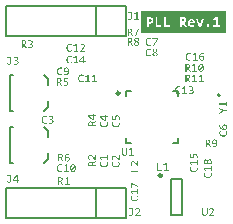
<source format=gto>
G04*
G04 #@! TF.GenerationSoftware,Altium Limited,Altium Designer,19.1.8 (144)*
G04*
G04 Layer_Color=16777215*
%FSLAX25Y25*%
%MOIN*%
G70*
G01*
G75*
%ADD10C,0.00787*%
%ADD11C,0.00984*%
%ADD12C,0.00591*%
G36*
X73143Y61756D02*
X44882D01*
Y68980D01*
X73143D01*
Y61756D01*
D02*
G37*
G36*
X73622Y37211D02*
X73303D01*
Y37871D01*
X71428D01*
X71760Y37255D01*
X71468Y37132D01*
X71039Y37945D01*
Y38251D01*
X73303D01*
Y38823D01*
X73622D01*
Y37211D01*
D02*
G37*
G36*
X72704Y35930D02*
X73622D01*
Y35577D01*
X72696D01*
X71052Y34646D01*
Y35070D01*
X71992Y35577D01*
X72372Y35769D01*
X72031Y35939D01*
X71052Y36459D01*
Y36861D01*
X72704Y35930D01*
D02*
G37*
G36*
X67142Y1679D02*
Y1674D01*
Y1670D01*
Y1644D01*
X67137Y1605D01*
X67133Y1552D01*
X67128Y1491D01*
X67115Y1430D01*
X67102Y1360D01*
X67080Y1294D01*
X67076Y1286D01*
X67067Y1268D01*
X67054Y1233D01*
X67037Y1194D01*
X67011Y1150D01*
X66980Y1098D01*
X66945Y1050D01*
X66901Y1001D01*
X66897Y997D01*
X66879Y984D01*
X66858Y962D01*
X66823Y936D01*
X66783Y905D01*
X66735Y875D01*
X66678Y844D01*
X66617Y818D01*
X66609Y814D01*
X66587Y809D01*
X66552Y796D01*
X66508Y787D01*
X66451Y774D01*
X66386Y761D01*
X66311Y757D01*
X66233Y752D01*
X66193D01*
X66150Y757D01*
X66093Y761D01*
X66027Y766D01*
X65962Y779D01*
X65892Y792D01*
X65826Y814D01*
X65818Y818D01*
X65800Y827D01*
X65769Y840D01*
X65730Y857D01*
X65687Y883D01*
X65643Y914D01*
X65599Y949D01*
X65555Y988D01*
X65551Y993D01*
X65538Y1010D01*
X65520Y1036D01*
X65499Y1067D01*
X65472Y1111D01*
X65446Y1154D01*
X65424Y1211D01*
X65402Y1268D01*
Y1277D01*
X65394Y1299D01*
X65389Y1329D01*
X65381Y1373D01*
X65372Y1425D01*
X65363Y1487D01*
X65359Y1556D01*
X65354Y1626D01*
Y3357D01*
X65704D01*
Y1653D01*
Y1648D01*
Y1626D01*
Y1600D01*
X65708Y1565D01*
Y1522D01*
X65717Y1478D01*
X65730Y1390D01*
Y1386D01*
X65734Y1373D01*
X65743Y1351D01*
X65752Y1325D01*
X65783Y1264D01*
X65822Y1198D01*
X65826Y1194D01*
X65835Y1185D01*
X65848Y1172D01*
X65870Y1154D01*
X65892Y1137D01*
X65922Y1120D01*
X65992Y1085D01*
X65997D01*
X66010Y1080D01*
X66032Y1071D01*
X66062Y1067D01*
X66102Y1058D01*
X66145Y1050D01*
X66193Y1045D01*
X66272D01*
X66294Y1050D01*
X66342Y1054D01*
X66403Y1067D01*
X66469Y1085D01*
X66539Y1111D01*
X66600Y1150D01*
X66657Y1202D01*
X66661Y1211D01*
X66678Y1233D01*
X66700Y1268D01*
X66726Y1321D01*
X66748Y1386D01*
X66770Y1465D01*
X66788Y1552D01*
X66792Y1657D01*
Y3357D01*
X67142D01*
Y1679D01*
D02*
G37*
G36*
X68488Y3392D02*
X68531D01*
X68579Y3383D01*
X68632Y3374D01*
X68689Y3361D01*
X68741Y3344D01*
X68745Y3339D01*
X68763Y3335D01*
X68789Y3322D01*
X68824Y3305D01*
X68863Y3283D01*
X68903Y3261D01*
X68981Y3195D01*
X68986Y3191D01*
X68999Y3178D01*
X69016Y3156D01*
X69043Y3130D01*
X69069Y3095D01*
X69095Y3055D01*
X69121Y3012D01*
X69143Y2959D01*
X69147Y2955D01*
X69152Y2933D01*
X69161Y2907D01*
X69174Y2867D01*
X69182Y2819D01*
X69191Y2767D01*
X69196Y2710D01*
X69200Y2645D01*
Y2640D01*
Y2618D01*
Y2592D01*
X69196Y2553D01*
X69191Y2514D01*
X69182Y2465D01*
X69161Y2369D01*
Y2365D01*
X69152Y2348D01*
X69143Y2321D01*
X69130Y2291D01*
X69112Y2251D01*
X69091Y2208D01*
X69038Y2116D01*
X69034Y2111D01*
X69025Y2094D01*
X69008Y2072D01*
X68986Y2037D01*
X68955Y1998D01*
X68920Y1954D01*
X68881Y1906D01*
X68837Y1858D01*
X68833Y1854D01*
X68815Y1836D01*
X68789Y1810D01*
X68759Y1775D01*
X68715Y1731D01*
X68667Y1683D01*
X68614Y1626D01*
X68553Y1570D01*
X68090Y1115D01*
X69340D01*
Y787D01*
X67644D01*
Y1093D01*
X68304Y1753D01*
X68313Y1762D01*
X68330Y1779D01*
X68361Y1810D01*
X68400Y1849D01*
X68444Y1893D01*
X68488Y1941D01*
X68531Y1989D01*
X68571Y2033D01*
X68575Y2037D01*
X68588Y2055D01*
X68606Y2076D01*
X68628Y2103D01*
X68654Y2138D01*
X68680Y2173D01*
X68728Y2247D01*
X68732Y2251D01*
X68737Y2265D01*
X68750Y2282D01*
X68763Y2308D01*
X68789Y2365D01*
X68807Y2431D01*
Y2435D01*
X68811Y2448D01*
X68815Y2465D01*
X68820Y2487D01*
Y2514D01*
X68824Y2548D01*
X68828Y2618D01*
Y2623D01*
Y2636D01*
Y2653D01*
X68824Y2675D01*
X68820Y2736D01*
X68802Y2798D01*
Y2802D01*
X68798Y2811D01*
X68793Y2828D01*
X68785Y2850D01*
X68759Y2898D01*
X68724Y2951D01*
X68719Y2955D01*
X68715Y2964D01*
X68702Y2972D01*
X68689Y2990D01*
X68641Y3021D01*
X68584Y3055D01*
X68579D01*
X68571Y3060D01*
X68553Y3069D01*
X68527Y3077D01*
X68496Y3082D01*
X68466Y3090D01*
X68426Y3095D01*
X68357D01*
X68326Y3090D01*
X68287Y3086D01*
X68239Y3077D01*
X68190Y3064D01*
X68138Y3047D01*
X68086Y3021D01*
X68081Y3016D01*
X68064Y3007D01*
X68037Y2990D01*
X68002Y2968D01*
X67968Y2942D01*
X67924Y2911D01*
X67885Y2872D01*
X67841Y2833D01*
X67653Y3055D01*
X67662Y3064D01*
X67679Y3082D01*
X67710Y3108D01*
X67749Y3143D01*
X67797Y3182D01*
X67854Y3221D01*
X67915Y3265D01*
X67985Y3300D01*
X67989D01*
X67994Y3305D01*
X68020Y3313D01*
X68059Y3331D01*
X68112Y3348D01*
X68177Y3366D01*
X68252Y3383D01*
X68335Y3392D01*
X68426Y3396D01*
X68457D01*
X68488Y3392D01*
D02*
G37*
G36*
X40370Y21758D02*
Y21753D01*
Y21749D01*
Y21723D01*
X40366Y21683D01*
X40361Y21631D01*
X40357Y21570D01*
X40344Y21508D01*
X40331Y21439D01*
X40309Y21373D01*
X40304Y21364D01*
X40296Y21347D01*
X40283Y21312D01*
X40265Y21273D01*
X40239Y21229D01*
X40208Y21176D01*
X40173Y21128D01*
X40130Y21080D01*
X40125Y21076D01*
X40108Y21063D01*
X40086Y21041D01*
X40051Y21015D01*
X40012Y20984D01*
X39964Y20954D01*
X39907Y20923D01*
X39846Y20897D01*
X39837Y20892D01*
X39815Y20888D01*
X39780Y20875D01*
X39736Y20866D01*
X39680Y20853D01*
X39614Y20840D01*
X39540Y20836D01*
X39461Y20831D01*
X39422D01*
X39378Y20836D01*
X39321Y20840D01*
X39256Y20844D01*
X39190Y20857D01*
X39120Y20870D01*
X39055Y20892D01*
X39046Y20897D01*
X39028Y20906D01*
X38998Y20919D01*
X38958Y20936D01*
X38915Y20962D01*
X38871Y20993D01*
X38827Y21028D01*
X38784Y21067D01*
X38779Y21071D01*
X38766Y21089D01*
X38749Y21115D01*
X38727Y21146D01*
X38701Y21190D01*
X38675Y21233D01*
X38653Y21290D01*
X38631Y21347D01*
Y21356D01*
X38622Y21377D01*
X38618Y21408D01*
X38609Y21452D01*
X38600Y21504D01*
X38591Y21565D01*
X38587Y21635D01*
X38583Y21705D01*
Y23436D01*
X38932D01*
Y21731D01*
Y21727D01*
Y21705D01*
Y21679D01*
X38937Y21644D01*
Y21600D01*
X38945Y21557D01*
X38958Y21469D01*
Y21465D01*
X38963Y21452D01*
X38972Y21430D01*
X38980Y21404D01*
X39011Y21342D01*
X39050Y21277D01*
X39055Y21273D01*
X39063Y21264D01*
X39077Y21251D01*
X39098Y21233D01*
X39120Y21216D01*
X39151Y21198D01*
X39221Y21163D01*
X39225D01*
X39238Y21159D01*
X39260Y21150D01*
X39291Y21146D01*
X39330Y21137D01*
X39374Y21128D01*
X39422Y21124D01*
X39500D01*
X39522Y21128D01*
X39570Y21133D01*
X39632Y21146D01*
X39697Y21163D01*
X39767Y21190D01*
X39828Y21229D01*
X39885Y21281D01*
X39889Y21290D01*
X39907Y21312D01*
X39929Y21347D01*
X39955Y21399D01*
X39977Y21465D01*
X39999Y21543D01*
X40016Y21631D01*
X40020Y21736D01*
Y23436D01*
X40370D01*
Y21758D01*
D02*
G37*
G36*
X41974Y21185D02*
X42546D01*
Y20866D01*
X40934D01*
Y21185D01*
X41594D01*
Y23060D01*
X40977Y22728D01*
X40855Y23021D01*
X41668Y23449D01*
X41974D01*
Y21185D01*
D02*
G37*
G36*
X65250Y45565D02*
X65823D01*
Y45246D01*
X64210D01*
Y45565D01*
X64870D01*
Y47439D01*
X64254Y47107D01*
X64132Y47400D01*
X64944Y47828D01*
X65250D01*
Y45565D01*
D02*
G37*
G36*
X63035D02*
X63607D01*
Y45246D01*
X61995D01*
Y45565D01*
X62655D01*
Y47439D01*
X62038Y47107D01*
X61916Y47400D01*
X62729Y47828D01*
X63035D01*
Y45565D01*
D02*
G37*
G36*
X60531Y47811D02*
X60583D01*
X60644Y47802D01*
X60710Y47793D01*
X60776Y47780D01*
X60837Y47763D01*
X60845D01*
X60863Y47754D01*
X60893Y47741D01*
X60928Y47728D01*
X60972Y47710D01*
X61016Y47684D01*
X61059Y47658D01*
X61099Y47627D01*
X61103Y47623D01*
X61116Y47610D01*
X61134Y47592D01*
X61156Y47566D01*
X61182Y47535D01*
X61208Y47501D01*
X61230Y47457D01*
X61252Y47413D01*
X61256Y47409D01*
X61260Y47391D01*
X61269Y47365D01*
X61278Y47330D01*
X61287Y47291D01*
X61295Y47243D01*
X61304Y47195D01*
Y47138D01*
Y47133D01*
Y47116D01*
Y47094D01*
X61300Y47063D01*
X61295Y47028D01*
X61287Y46989D01*
X61265Y46906D01*
Y46902D01*
X61260Y46889D01*
X61252Y46867D01*
X61239Y46845D01*
X61208Y46779D01*
X61160Y46714D01*
X61156Y46709D01*
X61147Y46701D01*
X61134Y46683D01*
X61112Y46661D01*
X61086Y46640D01*
X61055Y46613D01*
X60985Y46561D01*
X60981Y46556D01*
X60968Y46552D01*
X60946Y46539D01*
X60920Y46526D01*
X60885Y46513D01*
X60845Y46495D01*
X60797Y46482D01*
X60749Y46469D01*
X60754D01*
X60767Y46460D01*
X60789Y46452D01*
X60815Y46439D01*
X60841Y46421D01*
X60872Y46395D01*
X60902Y46369D01*
X60933Y46334D01*
X60937Y46329D01*
X60946Y46316D01*
X60963Y46299D01*
X60981Y46268D01*
X61007Y46233D01*
X61033Y46194D01*
X61059Y46141D01*
X61090Y46089D01*
X61501Y45246D01*
X61103D01*
X60719Y46067D01*
Y46071D01*
X60710Y46085D01*
X60701Y46098D01*
X60692Y46119D01*
X60662Y46172D01*
X60627Y46220D01*
Y46224D01*
X60618Y46233D01*
X60601Y46259D01*
X60570Y46290D01*
X60531Y46321D01*
X60526D01*
X60522Y46325D01*
X60496Y46342D01*
X60461Y46356D01*
X60417Y46373D01*
X60413D01*
X60408Y46377D01*
X60395D01*
X60378Y46382D01*
X60334Y46386D01*
X60277Y46391D01*
X60116D01*
Y45246D01*
X59766D01*
Y47815D01*
X60491D01*
X60531Y47811D01*
D02*
G37*
G36*
X63035Y49108D02*
X63607D01*
Y48789D01*
X61995D01*
Y49108D01*
X62655D01*
Y50983D01*
X62038Y50651D01*
X61916Y50943D01*
X62729Y51372D01*
X63035D01*
Y49108D01*
D02*
G37*
G36*
X60531Y51354D02*
X60583D01*
X60644Y51345D01*
X60710Y51337D01*
X60776Y51323D01*
X60837Y51306D01*
X60845D01*
X60863Y51297D01*
X60893Y51284D01*
X60928Y51271D01*
X60972Y51253D01*
X61016Y51227D01*
X61059Y51201D01*
X61099Y51170D01*
X61103Y51166D01*
X61116Y51153D01*
X61134Y51135D01*
X61156Y51109D01*
X61182Y51079D01*
X61208Y51044D01*
X61230Y51000D01*
X61252Y50956D01*
X61256Y50952D01*
X61260Y50934D01*
X61269Y50908D01*
X61278Y50873D01*
X61287Y50834D01*
X61295Y50786D01*
X61304Y50738D01*
Y50681D01*
Y50677D01*
Y50659D01*
Y50637D01*
X61300Y50607D01*
X61295Y50572D01*
X61287Y50533D01*
X61265Y50450D01*
Y50445D01*
X61260Y50432D01*
X61252Y50410D01*
X61239Y50388D01*
X61208Y50323D01*
X61160Y50257D01*
X61156Y50253D01*
X61147Y50244D01*
X61134Y50227D01*
X61112Y50205D01*
X61086Y50183D01*
X61055Y50157D01*
X60985Y50104D01*
X60981Y50100D01*
X60968Y50095D01*
X60946Y50082D01*
X60920Y50069D01*
X60885Y50056D01*
X60845Y50039D01*
X60797Y50026D01*
X60749Y50012D01*
X60754D01*
X60767Y50004D01*
X60789Y49995D01*
X60815Y49982D01*
X60841Y49964D01*
X60872Y49938D01*
X60902Y49912D01*
X60933Y49877D01*
X60937Y49873D01*
X60946Y49859D01*
X60963Y49842D01*
X60981Y49811D01*
X61007Y49777D01*
X61033Y49737D01*
X61059Y49685D01*
X61090Y49632D01*
X61501Y48789D01*
X61103D01*
X60719Y49610D01*
Y49615D01*
X60710Y49628D01*
X60701Y49641D01*
X60692Y49663D01*
X60662Y49715D01*
X60627Y49763D01*
Y49768D01*
X60618Y49777D01*
X60601Y49803D01*
X60570Y49833D01*
X60531Y49864D01*
X60526D01*
X60522Y49868D01*
X60496Y49886D01*
X60461Y49899D01*
X60417Y49916D01*
X60413D01*
X60408Y49921D01*
X60395D01*
X60378Y49925D01*
X60334Y49929D01*
X60277Y49934D01*
X60116D01*
Y48789D01*
X59766D01*
Y51358D01*
X60491D01*
X60531Y51354D01*
D02*
G37*
G36*
X65062Y51393D02*
X65110Y51389D01*
X65167Y51380D01*
X65233Y51363D01*
X65294Y51345D01*
X65360Y51319D01*
X65368Y51315D01*
X65390Y51306D01*
X65421Y51284D01*
X65460Y51258D01*
X65504Y51227D01*
X65552Y51184D01*
X65600Y51135D01*
X65648Y51079D01*
X65652Y51070D01*
X65670Y51048D01*
X65692Y51013D01*
X65718Y50965D01*
X65749Y50908D01*
X65779Y50834D01*
X65810Y50755D01*
X65836Y50664D01*
Y50659D01*
X65840Y50651D01*
Y50637D01*
X65845Y50620D01*
X65853Y50594D01*
X65858Y50567D01*
X65862Y50533D01*
X65871Y50498D01*
X65880Y50410D01*
X65893Y50310D01*
X65897Y50196D01*
X65901Y50074D01*
Y50069D01*
Y50060D01*
Y50043D01*
Y50026D01*
Y49999D01*
X65897Y49969D01*
X65893Y49894D01*
X65888Y49811D01*
X65875Y49720D01*
X65862Y49624D01*
X65840Y49532D01*
Y49527D01*
X65836Y49523D01*
Y49510D01*
X65832Y49492D01*
X65814Y49449D01*
X65797Y49392D01*
X65770Y49326D01*
X65740Y49256D01*
X65705Y49187D01*
X65661Y49117D01*
X65657Y49108D01*
X65639Y49086D01*
X65613Y49055D01*
X65578Y49016D01*
X65539Y48972D01*
X65486Y48929D01*
X65430Y48885D01*
X65364Y48846D01*
X65355Y48841D01*
X65333Y48832D01*
X65294Y48815D01*
X65246Y48802D01*
X65185Y48785D01*
X65115Y48767D01*
X65036Y48758D01*
X64949Y48754D01*
X64914D01*
X64875Y48758D01*
X64822Y48763D01*
X64765Y48771D01*
X64700Y48785D01*
X64634Y48802D01*
X64569Y48828D01*
X64560Y48832D01*
X64542Y48841D01*
X64512Y48863D01*
X64473Y48889D01*
X64424Y48920D01*
X64376Y48964D01*
X64328Y49012D01*
X64280Y49068D01*
X64276Y49077D01*
X64263Y49099D01*
X64241Y49134D01*
X64215Y49182D01*
X64184Y49239D01*
X64153Y49309D01*
X64123Y49392D01*
X64097Y49479D01*
Y49484D01*
X64092Y49492D01*
Y49505D01*
X64088Y49523D01*
X64083Y49549D01*
X64079Y49575D01*
X64070Y49610D01*
X64066Y49645D01*
X64053Y49733D01*
X64044Y49833D01*
X64040Y49951D01*
X64035Y50074D01*
Y50078D01*
Y50087D01*
Y50104D01*
Y50122D01*
Y50148D01*
X64040Y50178D01*
X64044Y50253D01*
X64049Y50336D01*
X64062Y50423D01*
X64075Y50519D01*
X64092Y50611D01*
Y50616D01*
X64097Y50624D01*
X64101Y50633D01*
X64105Y50651D01*
X64118Y50699D01*
X64136Y50755D01*
X64162Y50821D01*
X64193Y50891D01*
X64232Y50961D01*
X64271Y51031D01*
X64276Y51039D01*
X64293Y51061D01*
X64319Y51092D01*
X64354Y51131D01*
X64394Y51175D01*
X64446Y51219D01*
X64503Y51262D01*
X64569Y51302D01*
X64577Y51306D01*
X64599Y51315D01*
X64639Y51332D01*
X64687Y51350D01*
X64748Y51367D01*
X64822Y51385D01*
X64901Y51393D01*
X64988Y51398D01*
X65023D01*
X65062Y51393D01*
D02*
G37*
G36*
X69568Y26227D02*
X69612Y26222D01*
X69664Y26213D01*
X69726Y26205D01*
X69787Y26187D01*
X69848Y26165D01*
X69857Y26161D01*
X69874Y26152D01*
X69905Y26139D01*
X69944Y26117D01*
X69992Y26087D01*
X70036Y26052D01*
X70084Y26012D01*
X70132Y25960D01*
X70136Y25956D01*
X70149Y25934D01*
X70171Y25903D01*
X70197Y25864D01*
X70228Y25811D01*
X70259Y25750D01*
X70289Y25676D01*
X70315Y25597D01*
Y25593D01*
X70320Y25589D01*
X70324Y25575D01*
X70329Y25558D01*
X70333Y25536D01*
X70337Y25510D01*
X70350Y25444D01*
X70363Y25366D01*
X70377Y25274D01*
X70381Y25169D01*
X70385Y25051D01*
Y25047D01*
Y25034D01*
Y25016D01*
Y24990D01*
X70381Y24955D01*
Y24920D01*
X70377Y24876D01*
X70372Y24828D01*
X70363Y24728D01*
X70346Y24618D01*
X70324Y24509D01*
X70294Y24404D01*
Y24400D01*
X70289Y24391D01*
X70285Y24378D01*
X70276Y24361D01*
X70254Y24308D01*
X70224Y24247D01*
X70189Y24177D01*
X70141Y24103D01*
X70084Y24028D01*
X70023Y23958D01*
X70014Y23950D01*
X69992Y23928D01*
X69953Y23897D01*
X69905Y23862D01*
X69839Y23819D01*
X69765Y23775D01*
X69682Y23736D01*
X69586Y23701D01*
X69581D01*
X69573Y23696D01*
X69560Y23692D01*
X69538Y23688D01*
X69516Y23683D01*
X69485Y23674D01*
X69450Y23670D01*
X69411Y23661D01*
X69323Y23648D01*
X69223Y23635D01*
X69105Y23626D01*
X68983Y23622D01*
X68769D01*
Y23919D01*
X69048D01*
X69096Y23924D01*
X69153D01*
X69223Y23932D01*
X69297Y23941D01*
X69372Y23950D01*
X69441Y23967D01*
X69446D01*
X69450Y23972D01*
X69472Y23976D01*
X69507Y23989D01*
X69551Y24007D01*
X69599Y24028D01*
X69651Y24055D01*
X69704Y24085D01*
X69752Y24120D01*
X69756Y24125D01*
X69774Y24138D01*
X69796Y24160D01*
X69822Y24190D01*
X69852Y24225D01*
X69883Y24264D01*
X69913Y24308D01*
X69940Y24361D01*
X69944Y24369D01*
X69948Y24387D01*
X69962Y24417D01*
X69975Y24457D01*
X69988Y24505D01*
X70001Y24562D01*
X70014Y24623D01*
X70023Y24688D01*
X70031Y24771D01*
X70027Y24767D01*
X70010Y24758D01*
X69983Y24745D01*
X69948Y24728D01*
X69905Y24710D01*
X69857Y24688D01*
X69800Y24671D01*
X69743Y24653D01*
X69734D01*
X69717Y24645D01*
X69682Y24640D01*
X69638Y24632D01*
X69586Y24623D01*
X69529Y24618D01*
X69463Y24610D01*
X69358D01*
X69323Y24614D01*
X69275Y24618D01*
X69223Y24623D01*
X69166Y24636D01*
X69105Y24649D01*
X69048Y24667D01*
X69044Y24671D01*
X69026Y24675D01*
X68996Y24688D01*
X68965Y24706D01*
X68926Y24732D01*
X68882Y24758D01*
X68843Y24789D01*
X68804Y24824D01*
X68799Y24828D01*
X68786Y24841D01*
X68769Y24863D01*
X68751Y24894D01*
X68725Y24929D01*
X68703Y24972D01*
X68681Y25016D01*
X68659Y25069D01*
Y25073D01*
X68651Y25095D01*
X68646Y25121D01*
X68637Y25160D01*
X68629Y25204D01*
X68620Y25256D01*
X68616Y25313D01*
X68611Y25374D01*
Y25383D01*
Y25405D01*
X68616Y25440D01*
X68620Y25484D01*
X68624Y25536D01*
X68637Y25589D01*
X68651Y25650D01*
X68672Y25706D01*
X68677Y25715D01*
X68686Y25733D01*
X68699Y25763D01*
X68720Y25798D01*
X68747Y25842D01*
X68777Y25886D01*
X68812Y25934D01*
X68856Y25978D01*
X68860Y25982D01*
X68878Y25995D01*
X68904Y26017D01*
X68935Y26043D01*
X68978Y26074D01*
X69022Y26104D01*
X69079Y26135D01*
X69136Y26161D01*
X69144Y26165D01*
X69166Y26174D01*
X69197Y26183D01*
X69245Y26196D01*
X69297Y26209D01*
X69358Y26222D01*
X69428Y26227D01*
X69498Y26231D01*
X69529D01*
X69568Y26227D01*
D02*
G37*
G36*
X67300Y26187D02*
X67353D01*
X67414Y26179D01*
X67479Y26170D01*
X67545Y26157D01*
X67606Y26139D01*
X67615D01*
X67632Y26130D01*
X67663Y26117D01*
X67698Y26104D01*
X67742Y26087D01*
X67785Y26061D01*
X67829Y26034D01*
X67868Y26004D01*
X67873Y25999D01*
X67886Y25986D01*
X67903Y25969D01*
X67925Y25943D01*
X67951Y25912D01*
X67977Y25877D01*
X67999Y25833D01*
X68021Y25790D01*
X68026Y25785D01*
X68030Y25768D01*
X68039Y25741D01*
X68047Y25706D01*
X68056Y25667D01*
X68065Y25619D01*
X68074Y25571D01*
Y25514D01*
Y25510D01*
Y25492D01*
Y25471D01*
X68069Y25440D01*
X68065Y25405D01*
X68056Y25366D01*
X68034Y25283D01*
Y25278D01*
X68030Y25265D01*
X68021Y25243D01*
X68008Y25221D01*
X67977Y25156D01*
X67930Y25090D01*
X67925Y25086D01*
X67916Y25077D01*
X67903Y25060D01*
X67881Y25038D01*
X67855Y25016D01*
X67825Y24990D01*
X67755Y24937D01*
X67750Y24933D01*
X67737Y24929D01*
X67715Y24916D01*
X67689Y24903D01*
X67654Y24889D01*
X67615Y24872D01*
X67567Y24859D01*
X67519Y24846D01*
X67523D01*
X67536Y24837D01*
X67558Y24828D01*
X67584Y24815D01*
X67611Y24798D01*
X67641Y24771D01*
X67672Y24745D01*
X67702Y24710D01*
X67707Y24706D01*
X67715Y24693D01*
X67733Y24675D01*
X67750Y24645D01*
X67777Y24610D01*
X67803Y24570D01*
X67829Y24518D01*
X67860Y24465D01*
X68270Y23622D01*
X67873D01*
X67488Y24444D01*
Y24448D01*
X67479Y24461D01*
X67471Y24474D01*
X67462Y24496D01*
X67431Y24548D01*
X67396Y24597D01*
Y24601D01*
X67388Y24610D01*
X67370Y24636D01*
X67339Y24667D01*
X67300Y24697D01*
X67296D01*
X67291Y24701D01*
X67265Y24719D01*
X67230Y24732D01*
X67187Y24749D01*
X67182D01*
X67178Y24754D01*
X67165D01*
X67147Y24758D01*
X67103Y24763D01*
X67047Y24767D01*
X66885D01*
Y23622D01*
X66535D01*
Y26192D01*
X67261D01*
X67300Y26187D01*
D02*
G37*
G36*
X41316Y60045D02*
X41368D01*
X41430Y60037D01*
X41495Y60028D01*
X41561Y60015D01*
X41622Y59997D01*
X41631D01*
X41648Y59989D01*
X41679Y59976D01*
X41714Y59962D01*
X41757Y59945D01*
X41801Y59919D01*
X41845Y59893D01*
X41884Y59862D01*
X41888Y59858D01*
X41901Y59844D01*
X41919Y59827D01*
X41941Y59801D01*
X41967Y59770D01*
X41993Y59735D01*
X42015Y59692D01*
X42037Y59648D01*
X42041Y59644D01*
X42046Y59626D01*
X42055Y59600D01*
X42063Y59565D01*
X42072Y59526D01*
X42081Y59477D01*
X42089Y59429D01*
Y59373D01*
Y59368D01*
Y59351D01*
Y59329D01*
X42085Y59298D01*
X42081Y59263D01*
X42072Y59224D01*
X42050Y59141D01*
Y59136D01*
X42046Y59123D01*
X42037Y59102D01*
X42024Y59080D01*
X41993Y59014D01*
X41945Y58949D01*
X41941Y58944D01*
X41932Y58935D01*
X41919Y58918D01*
X41897Y58896D01*
X41871Y58874D01*
X41840Y58848D01*
X41770Y58796D01*
X41766Y58791D01*
X41753Y58787D01*
X41731Y58774D01*
X41705Y58761D01*
X41670Y58748D01*
X41631Y58730D01*
X41583Y58717D01*
X41534Y58704D01*
X41539D01*
X41552Y58695D01*
X41574Y58686D01*
X41600Y58673D01*
X41626Y58656D01*
X41657Y58630D01*
X41687Y58603D01*
X41718Y58568D01*
X41722Y58564D01*
X41731Y58551D01*
X41749Y58534D01*
X41766Y58503D01*
X41792Y58468D01*
X41818Y58429D01*
X41845Y58376D01*
X41875Y58324D01*
X42286Y57480D01*
X41888D01*
X41504Y58302D01*
Y58306D01*
X41495Y58319D01*
X41486Y58333D01*
X41478Y58354D01*
X41447Y58407D01*
X41412Y58455D01*
Y58459D01*
X41403Y58468D01*
X41386Y58494D01*
X41355Y58525D01*
X41316Y58555D01*
X41312D01*
X41307Y58560D01*
X41281Y58577D01*
X41246Y58590D01*
X41202Y58608D01*
X41198D01*
X41194Y58612D01*
X41181D01*
X41163Y58617D01*
X41119Y58621D01*
X41063Y58625D01*
X40901D01*
Y57480D01*
X40551D01*
Y60050D01*
X41277D01*
X41316Y60045D01*
D02*
G37*
G36*
X43667Y60085D02*
X43724Y60080D01*
X43781Y60072D01*
X43842Y60059D01*
X43899Y60045D01*
X43907D01*
X43925Y60037D01*
X43951Y60028D01*
X43986Y60015D01*
X44025Y59997D01*
X44065Y59976D01*
X44108Y59949D01*
X44148Y59923D01*
X44152Y59919D01*
X44165Y59910D01*
X44183Y59893D01*
X44209Y59871D01*
X44231Y59840D01*
X44257Y59809D01*
X44283Y59770D01*
X44305Y59731D01*
X44309Y59727D01*
X44314Y59713D01*
X44322Y59687D01*
X44331Y59661D01*
X44340Y59622D01*
X44349Y59578D01*
X44357Y59534D01*
Y59482D01*
Y59477D01*
Y59473D01*
Y59460D01*
Y59447D01*
X44353Y59403D01*
X44340Y59351D01*
X44327Y59289D01*
X44305Y59228D01*
X44274Y59163D01*
X44231Y59102D01*
X44226Y59093D01*
X44209Y59075D01*
X44178Y59045D01*
X44139Y59010D01*
X44091Y58966D01*
X44030Y58918D01*
X43955Y58870D01*
X43877Y58826D01*
X43881Y58822D01*
X43894Y58817D01*
X43916Y58804D01*
X43947Y58791D01*
X43977Y58770D01*
X44012Y58748D01*
X44087Y58700D01*
X44091Y58695D01*
X44104Y58686D01*
X44122Y58673D01*
X44148Y58656D01*
X44200Y58608D01*
X44257Y58547D01*
X44261Y58542D01*
X44270Y58534D01*
X44283Y58516D01*
X44301Y58494D01*
X44318Y58464D01*
X44336Y58433D01*
X44371Y58359D01*
Y58354D01*
X44379Y58341D01*
X44384Y58319D01*
X44392Y58289D01*
X44401Y58258D01*
X44405Y58219D01*
X44414Y58127D01*
Y58118D01*
Y58101D01*
X44410Y58066D01*
X44405Y58027D01*
X44397Y57983D01*
X44384Y57935D01*
X44366Y57882D01*
X44344Y57834D01*
X44340Y57830D01*
X44331Y57812D01*
X44318Y57791D01*
X44296Y57760D01*
X44270Y57725D01*
X44240Y57690D01*
X44200Y57655D01*
X44156Y57620D01*
X44152Y57616D01*
X44135Y57607D01*
X44108Y57590D01*
X44078Y57572D01*
X44034Y57550D01*
X43986Y57528D01*
X43934Y57507D01*
X43872Y57489D01*
X43864D01*
X43846Y57480D01*
X43811Y57476D01*
X43767Y57467D01*
X43715Y57459D01*
X43658Y57454D01*
X43593Y57445D01*
X43488D01*
X43448Y57450D01*
X43396D01*
X43339Y57454D01*
X43278Y57463D01*
X43213Y57476D01*
X43151Y57489D01*
X43143Y57493D01*
X43125Y57498D01*
X43095Y57511D01*
X43055Y57524D01*
X43016Y57542D01*
X42968Y57563D01*
X42924Y57590D01*
X42880Y57620D01*
X42876Y57625D01*
X42863Y57638D01*
X42845Y57655D01*
X42819Y57677D01*
X42793Y57708D01*
X42767Y57743D01*
X42741Y57782D01*
X42719Y57821D01*
Y57825D01*
X42710Y57843D01*
X42701Y57865D01*
X42693Y57900D01*
X42684Y57935D01*
X42675Y57978D01*
X42671Y58027D01*
X42666Y58079D01*
Y58083D01*
Y58088D01*
Y58101D01*
X42671Y58118D01*
X42675Y58162D01*
X42684Y58219D01*
X42697Y58280D01*
X42723Y58350D01*
X42754Y58420D01*
X42797Y58485D01*
X42802Y58494D01*
X42824Y58516D01*
X42854Y58547D01*
X42898Y58590D01*
X42955Y58638D01*
X43025Y58691D01*
X43108Y58748D01*
X43204Y58800D01*
X43199D01*
X43195Y58804D01*
X43182Y58813D01*
X43164Y58822D01*
X43121Y58848D01*
X43064Y58883D01*
X43003Y58927D01*
X42946Y58975D01*
X42885Y59027D01*
X42837Y59084D01*
X42832Y59093D01*
X42819Y59110D01*
X42802Y59145D01*
X42780Y59189D01*
X42758Y59241D01*
X42741Y59303D01*
X42727Y59368D01*
X42723Y59442D01*
Y59447D01*
Y59464D01*
X42727Y59486D01*
Y59517D01*
X42736Y59556D01*
X42745Y59595D01*
X42754Y59635D01*
X42771Y59678D01*
X42775Y59683D01*
X42780Y59700D01*
X42793Y59722D01*
X42810Y59748D01*
X42832Y59783D01*
X42858Y59818D01*
X42889Y59853D01*
X42924Y59888D01*
X42928Y59893D01*
X42942Y59906D01*
X42963Y59919D01*
X42994Y59941D01*
X43033Y59962D01*
X43077Y59989D01*
X43125Y60010D01*
X43182Y60032D01*
X43191Y60037D01*
X43208Y60041D01*
X43243Y60050D01*
X43287Y60063D01*
X43339Y60072D01*
X43405Y60080D01*
X43475Y60085D01*
X43549Y60089D01*
X43619D01*
X43667Y60085D01*
D02*
G37*
G36*
X44401Y62880D02*
X43322Y60630D01*
X42928D01*
X44047Y62880D01*
X42662D01*
Y63200D01*
X44401D01*
Y62880D01*
D02*
G37*
G36*
X41316Y63195D02*
X41368D01*
X41430Y63186D01*
X41495Y63178D01*
X41561Y63165D01*
X41622Y63147D01*
X41631D01*
X41648Y63138D01*
X41679Y63125D01*
X41714Y63112D01*
X41757Y63095D01*
X41801Y63068D01*
X41845Y63042D01*
X41884Y63012D01*
X41888Y63007D01*
X41901Y62994D01*
X41919Y62977D01*
X41941Y62950D01*
X41967Y62920D01*
X41993Y62885D01*
X42015Y62841D01*
X42037Y62797D01*
X42041Y62793D01*
X42046Y62776D01*
X42055Y62749D01*
X42063Y62714D01*
X42072Y62675D01*
X42081Y62627D01*
X42089Y62579D01*
Y62522D01*
Y62518D01*
Y62500D01*
Y62478D01*
X42085Y62448D01*
X42081Y62413D01*
X42072Y62374D01*
X42050Y62291D01*
Y62286D01*
X42046Y62273D01*
X42037Y62251D01*
X42024Y62229D01*
X41993Y62164D01*
X41945Y62098D01*
X41941Y62094D01*
X41932Y62085D01*
X41919Y62068D01*
X41897Y62046D01*
X41871Y62024D01*
X41840Y61998D01*
X41770Y61945D01*
X41766Y61941D01*
X41753Y61936D01*
X41731Y61923D01*
X41705Y61910D01*
X41670Y61897D01*
X41631Y61880D01*
X41583Y61867D01*
X41534Y61853D01*
X41539D01*
X41552Y61845D01*
X41574Y61836D01*
X41600Y61823D01*
X41626Y61805D01*
X41657Y61779D01*
X41687Y61753D01*
X41718Y61718D01*
X41722Y61714D01*
X41731Y61701D01*
X41749Y61683D01*
X41766Y61652D01*
X41792Y61617D01*
X41818Y61578D01*
X41845Y61526D01*
X41875Y61473D01*
X42286Y60630D01*
X41888D01*
X41504Y61452D01*
Y61456D01*
X41495Y61469D01*
X41486Y61482D01*
X41478Y61504D01*
X41447Y61556D01*
X41412Y61604D01*
Y61609D01*
X41403Y61617D01*
X41386Y61644D01*
X41355Y61674D01*
X41316Y61705D01*
X41312D01*
X41307Y61709D01*
X41281Y61727D01*
X41246Y61740D01*
X41202Y61757D01*
X41198D01*
X41194Y61762D01*
X41181D01*
X41163Y61766D01*
X41119Y61770D01*
X41063Y61775D01*
X40901D01*
Y60630D01*
X40551D01*
Y63200D01*
X41277D01*
X41316Y63195D01*
D02*
G37*
G36*
X18088Y21463D02*
X18140D01*
X18201Y21454D01*
X18267Y21445D01*
X18332Y21432D01*
X18394Y21415D01*
X18402D01*
X18420Y21406D01*
X18450Y21393D01*
X18485Y21380D01*
X18529Y21362D01*
X18573Y21336D01*
X18616Y21310D01*
X18656Y21279D01*
X18660Y21275D01*
X18673Y21262D01*
X18691Y21244D01*
X18712Y21218D01*
X18739Y21188D01*
X18765Y21153D01*
X18787Y21109D01*
X18809Y21065D01*
X18813Y21061D01*
X18817Y21043D01*
X18826Y21017D01*
X18835Y20982D01*
X18844Y20943D01*
X18852Y20895D01*
X18861Y20847D01*
Y20790D01*
Y20786D01*
Y20768D01*
Y20746D01*
X18857Y20716D01*
X18852Y20681D01*
X18844Y20641D01*
X18822Y20558D01*
Y20554D01*
X18817Y20541D01*
X18809Y20519D01*
X18796Y20497D01*
X18765Y20432D01*
X18717Y20366D01*
X18712Y20362D01*
X18704Y20353D01*
X18691Y20335D01*
X18669Y20313D01*
X18643Y20292D01*
X18612Y20266D01*
X18542Y20213D01*
X18538Y20209D01*
X18525Y20204D01*
X18503Y20191D01*
X18476Y20178D01*
X18442Y20165D01*
X18402Y20147D01*
X18354Y20134D01*
X18306Y20121D01*
X18311D01*
X18324Y20112D01*
X18345Y20104D01*
X18372Y20091D01*
X18398Y20073D01*
X18428Y20047D01*
X18459Y20021D01*
X18490Y19986D01*
X18494Y19981D01*
X18503Y19968D01*
X18520Y19951D01*
X18538Y19920D01*
X18564Y19885D01*
X18590Y19846D01*
X18616Y19794D01*
X18647Y19741D01*
X19058Y18898D01*
X18660D01*
X18275Y19719D01*
Y19724D01*
X18267Y19737D01*
X18258Y19750D01*
X18249Y19772D01*
X18219Y19824D01*
X18184Y19872D01*
Y19876D01*
X18175Y19885D01*
X18158Y19911D01*
X18127Y19942D01*
X18088Y19973D01*
X18083D01*
X18079Y19977D01*
X18053Y19995D01*
X18018Y20008D01*
X17974Y20025D01*
X17970D01*
X17965Y20030D01*
X17952D01*
X17935Y20034D01*
X17891Y20038D01*
X17834Y20043D01*
X17672D01*
Y18898D01*
X17323D01*
Y21467D01*
X18048D01*
X18088Y21463D01*
D02*
G37*
G36*
X21015Y21170D02*
X20696D01*
X20657Y21166D01*
X20600Y21161D01*
X20539Y21157D01*
X20474Y21148D01*
X20404Y21131D01*
X20338Y21113D01*
X20329Y21109D01*
X20312Y21104D01*
X20277Y21091D01*
X20238Y21074D01*
X20194Y21052D01*
X20146Y21022D01*
X20098Y20991D01*
X20054Y20956D01*
X20050Y20952D01*
X20037Y20938D01*
X20015Y20917D01*
X19988Y20886D01*
X19962Y20851D01*
X19932Y20812D01*
X19906Y20764D01*
X19879Y20711D01*
X19875Y20707D01*
X19871Y20685D01*
X19857Y20659D01*
X19849Y20619D01*
X19831Y20571D01*
X19823Y20519D01*
X19809Y20462D01*
X19801Y20396D01*
X19796Y20318D01*
X19801Y20322D01*
X19818Y20331D01*
X19844Y20344D01*
X19879Y20357D01*
X19919Y20375D01*
X19967Y20396D01*
X20023Y20414D01*
X20080Y20432D01*
X20089Y20436D01*
X20111Y20440D01*
X20142Y20449D01*
X20185Y20458D01*
X20238Y20467D01*
X20299Y20471D01*
X20364Y20480D01*
X20465D01*
X20504Y20475D01*
X20548Y20471D01*
X20600Y20467D01*
X20657Y20453D01*
X20714Y20440D01*
X20771Y20418D01*
X20779Y20414D01*
X20797Y20410D01*
X20823Y20396D01*
X20858Y20379D01*
X20898Y20357D01*
X20937Y20327D01*
X20976Y20296D01*
X21015Y20261D01*
X21020Y20257D01*
X21033Y20244D01*
X21050Y20222D01*
X21072Y20191D01*
X21094Y20156D01*
X21120Y20117D01*
X21142Y20069D01*
X21164Y20016D01*
X21168Y20012D01*
X21173Y19990D01*
X21181Y19964D01*
X21190Y19925D01*
X21199Y19881D01*
X21208Y19828D01*
X21216Y19772D01*
Y19711D01*
Y19702D01*
Y19680D01*
X21212Y19645D01*
X21208Y19601D01*
X21199Y19549D01*
X21190Y19492D01*
X21173Y19435D01*
X21151Y19374D01*
X21147Y19365D01*
X21138Y19348D01*
X21125Y19321D01*
X21103Y19282D01*
X21077Y19243D01*
X21046Y19199D01*
X21011Y19151D01*
X20967Y19107D01*
X20963Y19103D01*
X20946Y19090D01*
X20919Y19068D01*
X20889Y19042D01*
X20845Y19016D01*
X20797Y18985D01*
X20744Y18954D01*
X20683Y18928D01*
X20675Y18924D01*
X20653Y18920D01*
X20622Y18906D01*
X20574Y18898D01*
X20522Y18884D01*
X20460Y18871D01*
X20391Y18867D01*
X20316Y18863D01*
X20281D01*
X20242Y18867D01*
X20189Y18871D01*
X20128Y18880D01*
X20067Y18889D01*
X20002Y18906D01*
X19936Y18928D01*
X19927Y18933D01*
X19910Y18941D01*
X19879Y18959D01*
X19840Y18981D01*
X19801Y19011D01*
X19752Y19046D01*
X19709Y19090D01*
X19665Y19138D01*
X19661Y19147D01*
X19648Y19164D01*
X19626Y19195D01*
X19604Y19234D01*
X19578Y19287D01*
X19547Y19348D01*
X19521Y19413D01*
X19499Y19492D01*
Y19496D01*
X19495Y19501D01*
Y19514D01*
X19490Y19531D01*
X19482Y19575D01*
X19473Y19636D01*
X19460Y19711D01*
X19451Y19798D01*
X19447Y19894D01*
X19442Y19999D01*
Y20003D01*
Y20008D01*
Y20034D01*
Y20069D01*
X19447Y20121D01*
Y20178D01*
X19451Y20244D01*
X19464Y20379D01*
Y20388D01*
X19468Y20410D01*
X19477Y20445D01*
X19486Y20493D01*
X19495Y20545D01*
X19512Y20602D01*
X19547Y20724D01*
X19552Y20733D01*
X19560Y20751D01*
X19573Y20786D01*
X19591Y20825D01*
X19613Y20873D01*
X19639Y20921D01*
X19704Y21026D01*
X19709Y21030D01*
X19722Y21048D01*
X19744Y21074D01*
X19774Y21104D01*
X19809Y21144D01*
X19849Y21179D01*
X19897Y21218D01*
X19949Y21257D01*
X19958Y21262D01*
X19975Y21275D01*
X20006Y21292D01*
X20050Y21314D01*
X20098Y21340D01*
X20159Y21367D01*
X20224Y21388D01*
X20294Y21410D01*
X20299D01*
X20303Y21415D01*
X20329Y21419D01*
X20373Y21428D01*
X20430Y21441D01*
X20495Y21450D01*
X20574Y21459D01*
X20662Y21463D01*
X20758Y21467D01*
X21015D01*
Y21170D01*
D02*
G37*
G36*
X20587Y46367D02*
X19525D01*
Y45646D01*
X19813D01*
X19861Y45641D01*
X19918Y45637D01*
X19975Y45633D01*
X20106Y45611D01*
X20115D01*
X20137Y45602D01*
X20172Y45593D01*
X20211Y45585D01*
X20263Y45567D01*
X20316Y45545D01*
X20368Y45524D01*
X20421Y45493D01*
X20425Y45489D01*
X20443Y45480D01*
X20469Y45458D01*
X20499Y45436D01*
X20534Y45401D01*
X20569Y45366D01*
X20604Y45318D01*
X20639Y45270D01*
X20644Y45266D01*
X20652Y45244D01*
X20665Y45213D01*
X20683Y45174D01*
X20700Y45121D01*
X20714Y45060D01*
X20722Y44995D01*
X20727Y44916D01*
Y44907D01*
Y44886D01*
X20722Y44846D01*
X20718Y44802D01*
X20705Y44746D01*
X20692Y44689D01*
X20670Y44628D01*
X20644Y44566D01*
X20639Y44558D01*
X20630Y44540D01*
X20609Y44510D01*
X20583Y44475D01*
X20552Y44431D01*
X20513Y44387D01*
X20464Y44339D01*
X20412Y44295D01*
X20408Y44291D01*
X20386Y44278D01*
X20355Y44256D01*
X20316Y44230D01*
X20263Y44204D01*
X20207Y44173D01*
X20141Y44147D01*
X20071Y44121D01*
X20062Y44116D01*
X20036Y44112D01*
X19997Y44103D01*
X19944Y44090D01*
X19883Y44077D01*
X19809Y44068D01*
X19730Y44064D01*
X19647Y44060D01*
X19573D01*
X19525Y44064D01*
X19499D01*
X19486Y44068D01*
X19442D01*
X19394Y44073D01*
X19372D01*
X19354Y44077D01*
X19311Y44081D01*
X19267Y44086D01*
X19258D01*
X19232Y44090D01*
X19197D01*
X19158Y44094D01*
Y44405D01*
X19162D01*
X19175Y44400D01*
X19197Y44396D01*
X19228Y44392D01*
X19263Y44383D01*
X19302Y44379D01*
X19350Y44370D01*
X19398Y44365D01*
X19424D01*
X19451Y44361D01*
X19529D01*
X19577Y44357D01*
X19735D01*
X19774Y44361D01*
X19813Y44365D01*
X19861Y44370D01*
X19958Y44392D01*
X19962D01*
X19979Y44400D01*
X20001Y44409D01*
X20032Y44422D01*
X20102Y44453D01*
X20172Y44501D01*
X20176Y44505D01*
X20185Y44514D01*
X20202Y44527D01*
X20224Y44549D01*
X20246Y44571D01*
X20268Y44601D01*
X20312Y44667D01*
X20316Y44671D01*
X20320Y44684D01*
X20329Y44706D01*
X20338Y44732D01*
X20346Y44767D01*
X20351Y44807D01*
X20360Y44846D01*
Y44894D01*
Y44899D01*
Y44903D01*
Y44916D01*
X20355Y44934D01*
X20351Y44973D01*
X20338Y45025D01*
X20316Y45082D01*
X20285Y45139D01*
X20242Y45191D01*
X20185Y45239D01*
X20176Y45244D01*
X20154Y45257D01*
X20115Y45274D01*
X20058Y45296D01*
X19988Y45318D01*
X19901Y45336D01*
X19800Y45349D01*
X19687Y45353D01*
X19202D01*
Y46664D01*
X20587D01*
Y46367D01*
D02*
G37*
G36*
X17694Y46660D02*
X17746D01*
X17808Y46651D01*
X17873Y46642D01*
X17939Y46629D01*
X18000Y46612D01*
X18009D01*
X18026Y46603D01*
X18057Y46590D01*
X18092Y46577D01*
X18135Y46559D01*
X18179Y46533D01*
X18223Y46507D01*
X18262Y46476D01*
X18266Y46472D01*
X18280Y46459D01*
X18297Y46441D01*
X18319Y46415D01*
X18345Y46384D01*
X18371Y46349D01*
X18393Y46306D01*
X18415Y46262D01*
X18419Y46258D01*
X18424Y46240D01*
X18432Y46214D01*
X18441Y46179D01*
X18450Y46140D01*
X18459Y46092D01*
X18467Y46044D01*
Y45987D01*
Y45982D01*
Y45965D01*
Y45943D01*
X18463Y45912D01*
X18459Y45877D01*
X18450Y45838D01*
X18428Y45755D01*
Y45751D01*
X18424Y45738D01*
X18415Y45716D01*
X18402Y45694D01*
X18371Y45628D01*
X18323Y45563D01*
X18319Y45558D01*
X18310Y45550D01*
X18297Y45532D01*
X18275Y45510D01*
X18249Y45489D01*
X18218Y45462D01*
X18148Y45410D01*
X18144Y45406D01*
X18131Y45401D01*
X18109Y45388D01*
X18083Y45375D01*
X18048Y45362D01*
X18009Y45344D01*
X17961Y45331D01*
X17912Y45318D01*
X17917D01*
X17930Y45309D01*
X17952Y45301D01*
X17978Y45287D01*
X18004Y45270D01*
X18035Y45244D01*
X18065Y45218D01*
X18096Y45183D01*
X18100Y45178D01*
X18109Y45165D01*
X18126Y45148D01*
X18144Y45117D01*
X18170Y45082D01*
X18196Y45043D01*
X18223Y44990D01*
X18253Y44938D01*
X18664Y44094D01*
X18266D01*
X17882Y44916D01*
Y44920D01*
X17873Y44934D01*
X17864Y44947D01*
X17856Y44969D01*
X17825Y45021D01*
X17790Y45069D01*
Y45073D01*
X17781Y45082D01*
X17764Y45108D01*
X17733Y45139D01*
X17694Y45169D01*
X17689D01*
X17685Y45174D01*
X17659Y45191D01*
X17624Y45204D01*
X17580Y45222D01*
X17576D01*
X17571Y45226D01*
X17558D01*
X17541Y45231D01*
X17497Y45235D01*
X17440Y45239D01*
X17279D01*
Y44094D01*
X16929D01*
Y46664D01*
X17655D01*
X17694Y46660D01*
D02*
G37*
G36*
X29353Y34257D02*
X29921D01*
Y33907D01*
X29353D01*
Y32671D01*
X29052D01*
X27352Y33763D01*
Y34257D01*
X29052D01*
Y34699D01*
X29353D01*
Y34257D01*
D02*
G37*
G36*
X29921Y32046D02*
X29100Y31661D01*
X29095D01*
X29082Y31653D01*
X29069Y31644D01*
X29047Y31635D01*
X28995Y31604D01*
X28947Y31569D01*
X28942D01*
X28934Y31561D01*
X28907Y31543D01*
X28877Y31513D01*
X28846Y31473D01*
Y31469D01*
X28842Y31465D01*
X28824Y31438D01*
X28811Y31403D01*
X28794Y31360D01*
Y31355D01*
X28789Y31351D01*
Y31338D01*
X28785Y31321D01*
X28781Y31277D01*
X28776Y31220D01*
Y31058D01*
X29921D01*
Y30709D01*
X27352D01*
Y31434D01*
X27356Y31473D01*
Y31526D01*
X27365Y31587D01*
X27374Y31653D01*
X27387Y31718D01*
X27404Y31779D01*
Y31788D01*
X27413Y31806D01*
X27426Y31836D01*
X27439Y31871D01*
X27457Y31915D01*
X27483Y31958D01*
X27509Y32002D01*
X27540Y32041D01*
X27544Y32046D01*
X27557Y32059D01*
X27575Y32076D01*
X27601Y32098D01*
X27631Y32125D01*
X27666Y32151D01*
X27710Y32173D01*
X27754Y32195D01*
X27758Y32199D01*
X27776Y32203D01*
X27802Y32212D01*
X27837Y32221D01*
X27876Y32229D01*
X27924Y32238D01*
X27972Y32247D01*
X28029D01*
X28033D01*
X28051D01*
X28073D01*
X28103Y32243D01*
X28138Y32238D01*
X28178Y32229D01*
X28261Y32208D01*
X28265D01*
X28278Y32203D01*
X28300Y32195D01*
X28322Y32181D01*
X28387Y32151D01*
X28453Y32103D01*
X28457Y32098D01*
X28466Y32090D01*
X28484Y32076D01*
X28505Y32055D01*
X28527Y32028D01*
X28553Y31998D01*
X28606Y31928D01*
X28610Y31923D01*
X28615Y31910D01*
X28628Y31889D01*
X28641Y31862D01*
X28654Y31827D01*
X28671Y31788D01*
X28685Y31740D01*
X28698Y31692D01*
Y31696D01*
X28706Y31709D01*
X28715Y31731D01*
X28728Y31758D01*
X28746Y31784D01*
X28772Y31814D01*
X28798Y31845D01*
X28833Y31876D01*
X28837Y31880D01*
X28851Y31889D01*
X28868Y31906D01*
X28899Y31923D01*
X28934Y31950D01*
X28973Y31976D01*
X29025Y32002D01*
X29078Y32033D01*
X29921Y32443D01*
Y32046D01*
D02*
G37*
G36*
X8050Y59297D02*
X8098D01*
X8155Y59289D01*
X8212Y59280D01*
X8273Y59271D01*
X8334Y59254D01*
X8343D01*
X8361Y59245D01*
X8391Y59236D01*
X8426Y59223D01*
X8470Y59206D01*
X8514Y59184D01*
X8557Y59158D01*
X8597Y59127D01*
X8601Y59123D01*
X8614Y59114D01*
X8632Y59096D01*
X8658Y59070D01*
X8680Y59040D01*
X8706Y59009D01*
X8732Y58970D01*
X8754Y58926D01*
X8758Y58922D01*
X8763Y58904D01*
X8771Y58882D01*
X8784Y58847D01*
X8793Y58808D01*
X8802Y58764D01*
X8806Y58712D01*
X8811Y58659D01*
Y58655D01*
Y58651D01*
Y58625D01*
X8806Y58581D01*
X8798Y58533D01*
X8784Y58472D01*
X8763Y58410D01*
X8737Y58349D01*
X8697Y58288D01*
X8693Y58284D01*
X8675Y58262D01*
X8649Y58236D01*
X8614Y58205D01*
X8570Y58166D01*
X8518Y58126D01*
X8452Y58087D01*
X8382Y58052D01*
X8387D01*
X8400Y58048D01*
X8417Y58043D01*
X8444Y58039D01*
X8474Y58030D01*
X8509Y58017D01*
X8579Y57986D01*
X8584D01*
X8597Y57978D01*
X8614Y57969D01*
X8640Y57956D01*
X8697Y57916D01*
X8754Y57868D01*
X8758Y57864D01*
X8767Y57855D01*
X8780Y57838D01*
X8798Y57820D01*
X8820Y57794D01*
X8841Y57764D01*
X8881Y57694D01*
X8885Y57689D01*
X8889Y57676D01*
X8898Y57654D01*
X8907Y57628D01*
X8916Y57593D01*
X8924Y57558D01*
X8933Y57515D01*
Y57471D01*
Y57462D01*
Y57440D01*
X8929Y57410D01*
X8924Y57366D01*
X8916Y57318D01*
X8902Y57265D01*
X8885Y57209D01*
X8863Y57152D01*
X8859Y57147D01*
X8850Y57126D01*
X8833Y57099D01*
X8811Y57064D01*
X8780Y57025D01*
X8745Y56981D01*
X8702Y56938D01*
X8653Y56894D01*
X8649Y56890D01*
X8627Y56876D01*
X8601Y56855D01*
X8562Y56833D01*
X8509Y56802D01*
X8452Y56776D01*
X8382Y56745D01*
X8308Y56719D01*
X8304D01*
X8299Y56715D01*
X8286D01*
X8273Y56710D01*
X8230Y56702D01*
X8168Y56688D01*
X8098Y56675D01*
X8015Y56667D01*
X7924Y56662D01*
X7823Y56658D01*
X7731D01*
X7688Y56662D01*
X7644D01*
X7548Y56671D01*
X7526D01*
X7504Y56675D01*
X7474D01*
X7439Y56680D01*
X7399Y56684D01*
X7321Y56693D01*
Y56999D01*
X7325D01*
X7342Y56994D01*
X7364Y56990D01*
X7395Y56986D01*
X7434Y56981D01*
X7478Y56977D01*
X7574Y56964D01*
X7600D01*
X7626Y56959D01*
X7705D01*
X7753Y56955D01*
X7924D01*
X7967Y56959D01*
X8020Y56964D01*
X8072Y56968D01*
X8129Y56977D01*
X8181Y56986D01*
X8186D01*
X8203Y56994D01*
X8230Y56999D01*
X8260Y57012D01*
X8334Y57042D01*
X8369Y57064D01*
X8404Y57086D01*
X8409Y57091D01*
X8417Y57099D01*
X8435Y57112D01*
X8452Y57130D01*
X8496Y57182D01*
X8514Y57209D01*
X8531Y57244D01*
Y57248D01*
X8540Y57261D01*
X8544Y57279D01*
X8553Y57305D01*
X8562Y57335D01*
X8566Y57370D01*
X8575Y57453D01*
Y57458D01*
Y57471D01*
X8570Y57493D01*
Y57515D01*
X8553Y57576D01*
X8544Y57606D01*
X8527Y57637D01*
Y57641D01*
X8518Y57650D01*
X8505Y57663D01*
X8492Y57685D01*
X8448Y57724D01*
X8391Y57768D01*
X8387Y57772D01*
X8378Y57777D01*
X8361Y57785D01*
X8334Y57798D01*
X8304Y57812D01*
X8269Y57825D01*
X8230Y57838D01*
X8186Y57847D01*
X8181D01*
X8164Y57851D01*
X8142Y57855D01*
X8112Y57864D01*
X8072Y57868D01*
X8028Y57873D01*
X7928Y57877D01*
X7635D01*
Y58157D01*
X7976D01*
X8002Y58161D01*
X8037Y58166D01*
X8072Y58170D01*
X8146Y58188D01*
X8151D01*
X8164Y58192D01*
X8181Y58201D01*
X8203Y58209D01*
X8256Y58236D01*
X8308Y58275D01*
X8313Y58279D01*
X8321Y58284D01*
X8334Y58297D01*
X8348Y58314D01*
X8382Y58358D01*
X8413Y58415D01*
Y58419D01*
X8417Y58428D01*
X8426Y58445D01*
X8435Y58472D01*
X8439Y58498D01*
X8448Y58533D01*
X8452Y58607D01*
Y58611D01*
Y58616D01*
Y58642D01*
X8448Y58677D01*
X8435Y58721D01*
X8422Y58773D01*
X8400Y58821D01*
X8369Y58869D01*
X8326Y58908D01*
X8321Y58913D01*
X8304Y58922D01*
X8273Y58939D01*
X8234Y58957D01*
X8181Y58974D01*
X8116Y58991D01*
X8042Y59000D01*
X7954Y59005D01*
X7906D01*
X7871Y59000D01*
X7832D01*
X7784Y58996D01*
X7683Y58978D01*
X7679D01*
X7661Y58974D01*
X7631Y58970D01*
X7596Y58961D01*
X7552Y58948D01*
X7504Y58935D01*
X7447Y58922D01*
X7390Y58904D01*
Y59201D01*
X7395D01*
X7404Y59206D01*
X7417Y59210D01*
X7434Y59214D01*
X7478Y59228D01*
X7530Y59241D01*
X7535D01*
X7543Y59245D01*
X7561D01*
X7578Y59249D01*
X7626Y59263D01*
X7683Y59271D01*
X7688D01*
X7696Y59276D01*
X7710D01*
X7731Y59280D01*
X7779Y59284D01*
X7832Y59293D01*
X7845D01*
X7863Y59297D01*
X7880D01*
X7928Y59302D01*
X8011D01*
X8050Y59297D01*
D02*
G37*
G36*
X5883Y59258D02*
X5935D01*
X5996Y59249D01*
X6062Y59241D01*
X6128Y59228D01*
X6189Y59210D01*
X6197D01*
X6215Y59201D01*
X6246Y59188D01*
X6280Y59175D01*
X6324Y59158D01*
X6368Y59131D01*
X6412Y59105D01*
X6451Y59075D01*
X6455Y59070D01*
X6468Y59057D01*
X6486Y59040D01*
X6508Y59013D01*
X6534Y58983D01*
X6560Y58948D01*
X6582Y58904D01*
X6604Y58860D01*
X6608Y58856D01*
X6613Y58839D01*
X6621Y58812D01*
X6630Y58777D01*
X6639Y58738D01*
X6648Y58690D01*
X6656Y58642D01*
Y58585D01*
Y58581D01*
Y58563D01*
Y58541D01*
X6652Y58511D01*
X6648Y58476D01*
X6639Y58437D01*
X6617Y58354D01*
Y58349D01*
X6613Y58336D01*
X6604Y58314D01*
X6591Y58292D01*
X6560Y58227D01*
X6512Y58161D01*
X6508Y58157D01*
X6499Y58148D01*
X6486Y58131D01*
X6464Y58109D01*
X6438Y58087D01*
X6407Y58061D01*
X6337Y58008D01*
X6333Y58004D01*
X6320Y57999D01*
X6298Y57986D01*
X6272Y57973D01*
X6237Y57960D01*
X6197Y57943D01*
X6149Y57930D01*
X6101Y57916D01*
X6106D01*
X6119Y57908D01*
X6141Y57899D01*
X6167Y57886D01*
X6193Y57868D01*
X6224Y57842D01*
X6254Y57816D01*
X6285Y57781D01*
X6289Y57777D01*
X6298Y57764D01*
X6316Y57746D01*
X6333Y57715D01*
X6359Y57680D01*
X6385Y57641D01*
X6412Y57589D01*
X6442Y57536D01*
X6853Y56693D01*
X6455D01*
X6071Y57515D01*
Y57519D01*
X6062Y57532D01*
X6053Y57545D01*
X6045Y57567D01*
X6014Y57619D01*
X5979Y57667D01*
Y57672D01*
X5970Y57680D01*
X5953Y57707D01*
X5922Y57737D01*
X5883Y57768D01*
X5878D01*
X5874Y57772D01*
X5848Y57790D01*
X5813Y57803D01*
X5769Y57820D01*
X5765D01*
X5760Y57825D01*
X5747D01*
X5730Y57829D01*
X5686Y57833D01*
X5629Y57838D01*
X5468D01*
Y56693D01*
X5118D01*
Y59263D01*
X5844D01*
X5883Y59258D01*
D02*
G37*
G36*
X29921Y19490D02*
X29615D01*
X28956Y20150D01*
X28947Y20159D01*
X28929Y20176D01*
X28899Y20207D01*
X28859Y20246D01*
X28816Y20290D01*
X28768Y20334D01*
X28719Y20378D01*
X28676Y20417D01*
X28671Y20421D01*
X28654Y20434D01*
X28632Y20452D01*
X28606Y20474D01*
X28571Y20500D01*
X28536Y20526D01*
X28462Y20574D01*
X28457Y20579D01*
X28444Y20583D01*
X28427Y20596D01*
X28400Y20609D01*
X28344Y20635D01*
X28278Y20653D01*
X28274D01*
X28261Y20657D01*
X28243Y20662D01*
X28221Y20666D01*
X28195D01*
X28160Y20670D01*
X28090Y20675D01*
X28086D01*
X28073D01*
X28055D01*
X28033Y20670D01*
X27972Y20666D01*
X27911Y20648D01*
X27907D01*
X27898Y20644D01*
X27880Y20640D01*
X27859Y20631D01*
X27811Y20605D01*
X27758Y20570D01*
X27754Y20565D01*
X27745Y20561D01*
X27736Y20548D01*
X27719Y20535D01*
X27688Y20487D01*
X27653Y20430D01*
Y20425D01*
X27649Y20417D01*
X27640Y20399D01*
X27631Y20373D01*
X27627Y20343D01*
X27618Y20312D01*
X27614Y20273D01*
Y20203D01*
X27618Y20172D01*
X27623Y20133D01*
X27631Y20085D01*
X27645Y20037D01*
X27662Y19984D01*
X27688Y19932D01*
X27693Y19927D01*
X27701Y19910D01*
X27719Y19884D01*
X27741Y19849D01*
X27767Y19814D01*
X27797Y19770D01*
X27837Y19731D01*
X27876Y19687D01*
X27653Y19499D01*
X27645Y19508D01*
X27627Y19525D01*
X27601Y19556D01*
X27566Y19595D01*
X27527Y19643D01*
X27487Y19700D01*
X27444Y19761D01*
X27408Y19831D01*
Y19836D01*
X27404Y19840D01*
X27395Y19866D01*
X27378Y19906D01*
X27360Y19958D01*
X27343Y20023D01*
X27325Y20098D01*
X27317Y20181D01*
X27312Y20273D01*
Y20303D01*
X27317Y20334D01*
Y20378D01*
X27325Y20425D01*
X27334Y20478D01*
X27347Y20535D01*
X27365Y20587D01*
X27369Y20592D01*
X27374Y20609D01*
X27387Y20635D01*
X27404Y20670D01*
X27426Y20710D01*
X27448Y20749D01*
X27513Y20828D01*
X27518Y20832D01*
X27531Y20845D01*
X27553Y20863D01*
X27579Y20889D01*
X27614Y20915D01*
X27653Y20941D01*
X27697Y20967D01*
X27749Y20989D01*
X27754Y20994D01*
X27776Y20998D01*
X27802Y21007D01*
X27841Y21020D01*
X27889Y21029D01*
X27942Y21037D01*
X27999Y21042D01*
X28064Y21046D01*
X28068D01*
X28090D01*
X28116D01*
X28156Y21042D01*
X28195Y21037D01*
X28243Y21029D01*
X28339Y21007D01*
X28344D01*
X28361Y20998D01*
X28387Y20989D01*
X28418Y20976D01*
X28457Y20959D01*
X28501Y20937D01*
X28593Y20884D01*
X28597Y20880D01*
X28615Y20871D01*
X28637Y20854D01*
X28671Y20832D01*
X28711Y20801D01*
X28754Y20766D01*
X28802Y20727D01*
X28851Y20683D01*
X28855Y20679D01*
X28872Y20662D01*
X28899Y20635D01*
X28934Y20605D01*
X28977Y20561D01*
X29025Y20513D01*
X29082Y20460D01*
X29139Y20399D01*
X29594Y19936D01*
Y21186D01*
X29921D01*
Y19490D01*
D02*
G37*
G36*
Y18660D02*
X29100Y18275D01*
X29095D01*
X29082Y18267D01*
X29069Y18258D01*
X29047Y18249D01*
X28995Y18219D01*
X28947Y18184D01*
X28942D01*
X28934Y18175D01*
X28907Y18158D01*
X28877Y18127D01*
X28846Y18088D01*
Y18083D01*
X28842Y18079D01*
X28824Y18053D01*
X28811Y18018D01*
X28794Y17974D01*
Y17970D01*
X28789Y17965D01*
Y17952D01*
X28785Y17935D01*
X28781Y17891D01*
X28776Y17834D01*
Y17672D01*
X29921D01*
Y17323D01*
X27352D01*
Y18048D01*
X27356Y18088D01*
Y18140D01*
X27365Y18201D01*
X27374Y18267D01*
X27387Y18332D01*
X27404Y18394D01*
Y18402D01*
X27413Y18420D01*
X27426Y18450D01*
X27439Y18485D01*
X27457Y18529D01*
X27483Y18573D01*
X27509Y18616D01*
X27540Y18656D01*
X27544Y18660D01*
X27557Y18673D01*
X27575Y18691D01*
X27601Y18712D01*
X27631Y18739D01*
X27666Y18765D01*
X27710Y18787D01*
X27754Y18809D01*
X27758Y18813D01*
X27776Y18817D01*
X27802Y18826D01*
X27837Y18835D01*
X27876Y18844D01*
X27924Y18852D01*
X27972Y18861D01*
X28029D01*
X28033D01*
X28051D01*
X28073D01*
X28103Y18857D01*
X28138Y18852D01*
X28178Y18844D01*
X28261Y18822D01*
X28265D01*
X28278Y18817D01*
X28300Y18809D01*
X28322Y18796D01*
X28387Y18765D01*
X28453Y18717D01*
X28457Y18712D01*
X28466Y18704D01*
X28484Y18691D01*
X28505Y18669D01*
X28527Y18643D01*
X28553Y18612D01*
X28606Y18542D01*
X28610Y18538D01*
X28615Y18525D01*
X28628Y18503D01*
X28641Y18476D01*
X28654Y18442D01*
X28671Y18402D01*
X28685Y18354D01*
X28698Y18306D01*
Y18311D01*
X28706Y18324D01*
X28715Y18345D01*
X28728Y18372D01*
X28746Y18398D01*
X28772Y18428D01*
X28798Y18459D01*
X28833Y18490D01*
X28837Y18494D01*
X28851Y18503D01*
X28868Y18520D01*
X28899Y18538D01*
X28934Y18564D01*
X28973Y18590D01*
X29025Y18616D01*
X29078Y18647D01*
X29921Y19058D01*
Y18660D01*
D02*
G37*
G36*
X20592Y11343D02*
X21164D01*
Y11024D01*
X19552D01*
Y11343D01*
X20211D01*
Y13217D01*
X19595Y12885D01*
X19473Y13178D01*
X20286Y13606D01*
X20592D01*
Y11343D01*
D02*
G37*
G36*
X18088Y13589D02*
X18140D01*
X18201Y13580D01*
X18267Y13571D01*
X18332Y13558D01*
X18394Y13541D01*
X18402D01*
X18420Y13532D01*
X18450Y13519D01*
X18485Y13506D01*
X18529Y13488D01*
X18573Y13462D01*
X18616Y13436D01*
X18656Y13405D01*
X18660Y13401D01*
X18673Y13388D01*
X18691Y13370D01*
X18712Y13344D01*
X18739Y13314D01*
X18765Y13279D01*
X18787Y13235D01*
X18809Y13191D01*
X18813Y13187D01*
X18817Y13169D01*
X18826Y13143D01*
X18835Y13108D01*
X18844Y13069D01*
X18852Y13021D01*
X18861Y12973D01*
Y12916D01*
Y12912D01*
Y12894D01*
Y12872D01*
X18857Y12842D01*
X18852Y12807D01*
X18844Y12767D01*
X18822Y12684D01*
Y12680D01*
X18817Y12667D01*
X18809Y12645D01*
X18796Y12623D01*
X18765Y12558D01*
X18717Y12492D01*
X18712Y12488D01*
X18704Y12479D01*
X18691Y12461D01*
X18669Y12439D01*
X18643Y12418D01*
X18612Y12391D01*
X18542Y12339D01*
X18538Y12335D01*
X18525Y12330D01*
X18503Y12317D01*
X18476Y12304D01*
X18442Y12291D01*
X18402Y12273D01*
X18354Y12260D01*
X18306Y12247D01*
X18311D01*
X18324Y12239D01*
X18345Y12230D01*
X18372Y12217D01*
X18398Y12199D01*
X18428Y12173D01*
X18459Y12147D01*
X18490Y12112D01*
X18494Y12107D01*
X18503Y12094D01*
X18520Y12077D01*
X18538Y12046D01*
X18564Y12011D01*
X18590Y11972D01*
X18616Y11919D01*
X18647Y11867D01*
X19058Y11024D01*
X18660D01*
X18275Y11845D01*
Y11850D01*
X18267Y11863D01*
X18258Y11876D01*
X18249Y11898D01*
X18219Y11950D01*
X18184Y11998D01*
Y12003D01*
X18175Y12011D01*
X18158Y12037D01*
X18127Y12068D01*
X18088Y12099D01*
X18083D01*
X18079Y12103D01*
X18053Y12121D01*
X18018Y12134D01*
X17974Y12151D01*
X17970D01*
X17965Y12156D01*
X17952D01*
X17935Y12160D01*
X17891Y12164D01*
X17834Y12169D01*
X17672D01*
Y11024D01*
X17323D01*
Y13593D01*
X18048D01*
X18088Y13589D01*
D02*
G37*
G36*
X44094Y17400D02*
X43789D01*
X43129Y18059D01*
X43120Y18068D01*
X43102Y18086D01*
X43072Y18116D01*
X43033Y18156D01*
X42989Y18199D01*
X42941Y18243D01*
X42893Y18287D01*
X42849Y18326D01*
X42845Y18330D01*
X42827Y18343D01*
X42805Y18361D01*
X42779Y18383D01*
X42744Y18409D01*
X42709Y18435D01*
X42635Y18483D01*
X42630Y18488D01*
X42617Y18492D01*
X42600Y18505D01*
X42574Y18518D01*
X42517Y18544D01*
X42451Y18562D01*
X42447D01*
X42434Y18566D01*
X42416Y18571D01*
X42395Y18575D01*
X42368D01*
X42333Y18579D01*
X42263Y18584D01*
X42259D01*
X42246D01*
X42228D01*
X42207Y18579D01*
X42145Y18575D01*
X42084Y18557D01*
X42080D01*
X42071Y18553D01*
X42054Y18549D01*
X42032Y18540D01*
X41984Y18514D01*
X41931Y18479D01*
X41927Y18474D01*
X41918Y18470D01*
X41910Y18457D01*
X41892Y18444D01*
X41861Y18396D01*
X41827Y18339D01*
Y18335D01*
X41822Y18326D01*
X41813Y18308D01*
X41805Y18282D01*
X41800Y18252D01*
X41791Y18221D01*
X41787Y18182D01*
Y18112D01*
X41791Y18081D01*
X41796Y18042D01*
X41805Y17994D01*
X41818Y17946D01*
X41835Y17893D01*
X41861Y17841D01*
X41866Y17837D01*
X41875Y17819D01*
X41892Y17793D01*
X41914Y17758D01*
X41940Y17723D01*
X41971Y17679D01*
X42010Y17640D01*
X42049Y17596D01*
X41827Y17408D01*
X41818Y17417D01*
X41800Y17435D01*
X41774Y17465D01*
X41739Y17504D01*
X41700Y17552D01*
X41660Y17609D01*
X41617Y17670D01*
X41582Y17740D01*
Y17745D01*
X41577Y17749D01*
X41569Y17775D01*
X41551Y17815D01*
X41534Y17867D01*
X41516Y17933D01*
X41499Y18007D01*
X41490Y18090D01*
X41486Y18182D01*
Y18212D01*
X41490Y18243D01*
Y18287D01*
X41499Y18335D01*
X41508Y18387D01*
X41521Y18444D01*
X41538Y18496D01*
X41542Y18501D01*
X41547Y18518D01*
X41560Y18544D01*
X41577Y18579D01*
X41599Y18619D01*
X41621Y18658D01*
X41687Y18737D01*
X41691Y18741D01*
X41704Y18754D01*
X41726Y18772D01*
X41752Y18798D01*
X41787Y18824D01*
X41827Y18850D01*
X41870Y18877D01*
X41923Y18898D01*
X41927Y18903D01*
X41949Y18907D01*
X41975Y18916D01*
X42014Y18929D01*
X42062Y18938D01*
X42115Y18947D01*
X42172Y18951D01*
X42237Y18955D01*
X42242D01*
X42263D01*
X42290D01*
X42329Y18951D01*
X42368Y18947D01*
X42416Y18938D01*
X42513Y18916D01*
X42517D01*
X42534Y18907D01*
X42561Y18898D01*
X42591Y18885D01*
X42630Y18868D01*
X42674Y18846D01*
X42766Y18793D01*
X42770Y18789D01*
X42788Y18780D01*
X42810Y18763D01*
X42845Y18741D01*
X42884Y18711D01*
X42928Y18676D01*
X42976Y18636D01*
X43024Y18593D01*
X43028Y18588D01*
X43046Y18571D01*
X43072Y18544D01*
X43107Y18514D01*
X43151Y18470D01*
X43199Y18422D01*
X43255Y18370D01*
X43312Y18308D01*
X43767Y17845D01*
Y19095D01*
X44094D01*
Y17400D01*
D02*
G37*
G36*
Y15354D02*
X41525D01*
Y15708D01*
X43797D01*
Y16836D01*
X44094D01*
Y15354D01*
D02*
G37*
G36*
X53540Y16067D02*
X54113D01*
Y15748D01*
X52500D01*
Y16067D01*
X53160D01*
Y17942D01*
X52544Y17610D01*
X52421Y17902D01*
X53234Y18331D01*
X53540D01*
Y16067D01*
D02*
G37*
G36*
X50748Y16045D02*
X51875D01*
Y15748D01*
X50394D01*
Y18318D01*
X50748D01*
Y16045D01*
D02*
G37*
G36*
X1757Y12593D02*
Y12585D01*
Y12567D01*
X1753Y12532D01*
Y12493D01*
X1744Y12445D01*
X1735Y12392D01*
X1722Y12335D01*
X1705Y12279D01*
Y12274D01*
X1696Y12252D01*
X1683Y12226D01*
X1670Y12191D01*
X1648Y12152D01*
X1622Y12108D01*
X1591Y12065D01*
X1556Y12021D01*
X1552Y12016D01*
X1539Y12003D01*
X1517Y11981D01*
X1486Y11960D01*
X1451Y11929D01*
X1407Y11903D01*
X1359Y11872D01*
X1303Y11846D01*
X1294Y11842D01*
X1276Y11837D01*
X1246Y11829D01*
X1202Y11815D01*
X1150Y11802D01*
X1093Y11794D01*
X1023Y11789D01*
X949Y11785D01*
X901D01*
X852Y11789D01*
X796Y11798D01*
X783D01*
X765Y11802D01*
X748Y11807D01*
X700Y11811D01*
X643Y11824D01*
X638D01*
X630Y11829D01*
X617Y11833D01*
X599Y11837D01*
X551Y11850D01*
X503Y11868D01*
X499D01*
X494Y11872D01*
X464Y11885D01*
X429Y11903D01*
X394Y11929D01*
Y12283D01*
X398Y12279D01*
X416Y12270D01*
X437Y12252D01*
X472Y12230D01*
X512Y12209D01*
X555Y12183D01*
X608Y12161D01*
X660Y12139D01*
X669D01*
X686Y12130D01*
X717Y12126D01*
X752Y12117D01*
X796Y12108D01*
X848Y12099D01*
X901Y12095D01*
X953Y12091D01*
X988D01*
X1027Y12099D01*
X1075Y12108D01*
X1128Y12121D01*
X1185Y12143D01*
X1237Y12174D01*
X1285Y12217D01*
X1290Y12222D01*
X1303Y12244D01*
X1324Y12274D01*
X1346Y12314D01*
X1364Y12366D01*
X1386Y12432D01*
X1399Y12510D01*
X1403Y12598D01*
Y14079D01*
X429D01*
Y14381D01*
X1757D01*
Y12593D01*
D02*
G37*
G36*
X3920Y12681D02*
X4362D01*
Y12379D01*
X3920D01*
Y11811D01*
X3571D01*
Y12379D01*
X2334D01*
Y12681D01*
X3427Y14381D01*
X3920D01*
Y12681D01*
D02*
G37*
G36*
X1757Y51963D02*
Y51955D01*
Y51937D01*
X1753Y51902D01*
Y51863D01*
X1744Y51815D01*
X1735Y51762D01*
X1722Y51705D01*
X1705Y51649D01*
Y51644D01*
X1696Y51622D01*
X1683Y51596D01*
X1670Y51561D01*
X1648Y51522D01*
X1622Y51478D01*
X1591Y51435D01*
X1556Y51391D01*
X1552Y51386D01*
X1539Y51373D01*
X1517Y51351D01*
X1486Y51330D01*
X1451Y51299D01*
X1407Y51273D01*
X1359Y51242D01*
X1303Y51216D01*
X1294Y51212D01*
X1276Y51207D01*
X1246Y51199D01*
X1202Y51186D01*
X1150Y51172D01*
X1093Y51164D01*
X1023Y51159D01*
X949Y51155D01*
X901D01*
X852Y51159D01*
X796Y51168D01*
X783D01*
X765Y51172D01*
X748Y51177D01*
X700Y51181D01*
X643Y51194D01*
X638D01*
X630Y51199D01*
X617Y51203D01*
X599Y51207D01*
X551Y51220D01*
X503Y51238D01*
X499D01*
X494Y51242D01*
X464Y51255D01*
X429Y51273D01*
X394Y51299D01*
Y51653D01*
X398Y51649D01*
X416Y51640D01*
X437Y51622D01*
X472Y51601D01*
X512Y51579D01*
X555Y51552D01*
X608Y51531D01*
X660Y51509D01*
X669D01*
X686Y51500D01*
X717Y51496D01*
X752Y51487D01*
X796Y51478D01*
X848Y51469D01*
X901Y51465D01*
X953Y51461D01*
X988D01*
X1027Y51469D01*
X1075Y51478D01*
X1128Y51491D01*
X1185Y51513D01*
X1237Y51544D01*
X1285Y51587D01*
X1290Y51592D01*
X1303Y51614D01*
X1324Y51644D01*
X1346Y51684D01*
X1364Y51736D01*
X1386Y51802D01*
X1399Y51880D01*
X1403Y51968D01*
Y53449D01*
X429D01*
Y53751D01*
X1757D01*
Y51963D01*
D02*
G37*
G36*
X3304Y53786D02*
X3352D01*
X3409Y53777D01*
X3466Y53768D01*
X3527Y53759D01*
X3588Y53742D01*
X3597D01*
X3614Y53733D01*
X3645Y53724D01*
X3680Y53711D01*
X3724Y53694D01*
X3767Y53672D01*
X3811Y53646D01*
X3850Y53615D01*
X3855Y53611D01*
X3868Y53602D01*
X3885Y53585D01*
X3912Y53558D01*
X3933Y53528D01*
X3960Y53497D01*
X3986Y53458D01*
X4008Y53414D01*
X4012Y53410D01*
X4016Y53392D01*
X4025Y53370D01*
X4038Y53335D01*
X4047Y53296D01*
X4056Y53253D01*
X4060Y53200D01*
X4064Y53148D01*
Y53143D01*
Y53139D01*
Y53113D01*
X4060Y53069D01*
X4051Y53021D01*
X4038Y52960D01*
X4016Y52899D01*
X3990Y52837D01*
X3951Y52776D01*
X3946Y52772D01*
X3929Y52750D01*
X3903Y52724D01*
X3868Y52693D01*
X3824Y52654D01*
X3772Y52614D01*
X3706Y52575D01*
X3636Y52540D01*
X3641D01*
X3654Y52536D01*
X3671Y52531D01*
X3697Y52527D01*
X3728Y52518D01*
X3763Y52505D01*
X3833Y52475D01*
X3837D01*
X3850Y52466D01*
X3868Y52457D01*
X3894Y52444D01*
X3951Y52405D01*
X4008Y52357D01*
X4012Y52352D01*
X4021Y52343D01*
X4034Y52326D01*
X4051Y52309D01*
X4073Y52282D01*
X4095Y52252D01*
X4134Y52182D01*
X4139Y52178D01*
X4143Y52164D01*
X4152Y52143D01*
X4161Y52116D01*
X4169Y52081D01*
X4178Y52046D01*
X4187Y52003D01*
Y51959D01*
Y51950D01*
Y51928D01*
X4183Y51898D01*
X4178Y51854D01*
X4169Y51806D01*
X4156Y51754D01*
X4139Y51697D01*
X4117Y51640D01*
X4113Y51636D01*
X4104Y51614D01*
X4086Y51587D01*
X4064Y51552D01*
X4034Y51513D01*
X3999Y51469D01*
X3955Y51426D01*
X3907Y51382D01*
X3903Y51378D01*
X3881Y51365D01*
X3855Y51343D01*
X3815Y51321D01*
X3763Y51290D01*
X3706Y51264D01*
X3636Y51234D01*
X3562Y51207D01*
X3558D01*
X3553Y51203D01*
X3540D01*
X3527Y51199D01*
X3483Y51190D01*
X3422Y51177D01*
X3352Y51164D01*
X3269Y51155D01*
X3177Y51151D01*
X3077Y51146D01*
X2985D01*
X2941Y51151D01*
X2898D01*
X2802Y51159D01*
X2780D01*
X2758Y51164D01*
X2727D01*
X2692Y51168D01*
X2653Y51172D01*
X2574Y51181D01*
Y51487D01*
X2579D01*
X2596Y51483D01*
X2618Y51478D01*
X2649Y51474D01*
X2688Y51469D01*
X2732Y51465D01*
X2828Y51452D01*
X2854D01*
X2880Y51448D01*
X2959D01*
X3007Y51443D01*
X3177D01*
X3221Y51448D01*
X3274Y51452D01*
X3326Y51456D01*
X3383Y51465D01*
X3435Y51474D01*
X3440D01*
X3457Y51483D01*
X3483Y51487D01*
X3514Y51500D01*
X3588Y51531D01*
X3623Y51552D01*
X3658Y51574D01*
X3663Y51579D01*
X3671Y51587D01*
X3689Y51601D01*
X3706Y51618D01*
X3750Y51670D01*
X3767Y51697D01*
X3785Y51732D01*
Y51736D01*
X3794Y51749D01*
X3798Y51767D01*
X3807Y51793D01*
X3815Y51824D01*
X3820Y51859D01*
X3828Y51942D01*
Y51946D01*
Y51959D01*
X3824Y51981D01*
Y52003D01*
X3807Y52064D01*
X3798Y52094D01*
X3780Y52125D01*
Y52129D01*
X3772Y52138D01*
X3759Y52151D01*
X3745Y52173D01*
X3702Y52212D01*
X3645Y52256D01*
X3641Y52261D01*
X3632Y52265D01*
X3614Y52274D01*
X3588Y52287D01*
X3558Y52300D01*
X3523Y52313D01*
X3483Y52326D01*
X3440Y52335D01*
X3435D01*
X3418Y52339D01*
X3396Y52343D01*
X3365Y52352D01*
X3326Y52357D01*
X3282Y52361D01*
X3182Y52365D01*
X2889D01*
Y52645D01*
X3230D01*
X3256Y52649D01*
X3291Y52654D01*
X3326Y52658D01*
X3400Y52676D01*
X3405D01*
X3418Y52680D01*
X3435Y52689D01*
X3457Y52697D01*
X3509Y52724D01*
X3562Y52763D01*
X3566Y52767D01*
X3575Y52772D01*
X3588Y52785D01*
X3601Y52802D01*
X3636Y52846D01*
X3667Y52903D01*
Y52907D01*
X3671Y52916D01*
X3680Y52934D01*
X3689Y52960D01*
X3693Y52986D01*
X3702Y53021D01*
X3706Y53095D01*
Y53100D01*
Y53104D01*
Y53130D01*
X3702Y53165D01*
X3689Y53209D01*
X3676Y53261D01*
X3654Y53309D01*
X3623Y53357D01*
X3579Y53397D01*
X3575Y53401D01*
X3558Y53410D01*
X3527Y53427D01*
X3488Y53445D01*
X3435Y53462D01*
X3370Y53480D01*
X3295Y53488D01*
X3208Y53493D01*
X3160D01*
X3125Y53488D01*
X3086D01*
X3038Y53484D01*
X2937Y53467D01*
X2933D01*
X2915Y53462D01*
X2885Y53458D01*
X2850Y53449D01*
X2806Y53436D01*
X2758Y53423D01*
X2701Y53410D01*
X2644Y53392D01*
Y53689D01*
X2649D01*
X2657Y53694D01*
X2671Y53698D01*
X2688Y53703D01*
X2732Y53716D01*
X2784Y53729D01*
X2788D01*
X2797Y53733D01*
X2815D01*
X2832Y53737D01*
X2880Y53751D01*
X2937Y53759D01*
X2941D01*
X2950Y53764D01*
X2963D01*
X2985Y53768D01*
X3033Y53772D01*
X3086Y53781D01*
X3099D01*
X3116Y53786D01*
X3134D01*
X3182Y53790D01*
X3265D01*
X3304Y53786D01*
D02*
G37*
G36*
X42308Y1570D02*
Y1561D01*
Y1543D01*
X42304Y1508D01*
Y1469D01*
X42295Y1421D01*
X42287Y1369D01*
X42273Y1312D01*
X42256Y1255D01*
Y1251D01*
X42247Y1229D01*
X42234Y1202D01*
X42221Y1168D01*
X42199Y1128D01*
X42173Y1085D01*
X42142Y1041D01*
X42107Y997D01*
X42103Y993D01*
X42090Y980D01*
X42068Y958D01*
X42037Y936D01*
X42002Y905D01*
X41959Y879D01*
X41911Y849D01*
X41854Y822D01*
X41845Y818D01*
X41828Y814D01*
X41797Y805D01*
X41753Y792D01*
X41701Y779D01*
X41644Y770D01*
X41574Y766D01*
X41500Y761D01*
X41452D01*
X41404Y766D01*
X41347Y774D01*
X41334D01*
X41316Y779D01*
X41299Y783D01*
X41251Y787D01*
X41194Y800D01*
X41190D01*
X41181Y805D01*
X41168Y809D01*
X41150Y814D01*
X41102Y827D01*
X41054Y844D01*
X41050D01*
X41045Y849D01*
X41015Y862D01*
X40980Y879D01*
X40945Y905D01*
Y1259D01*
X40949Y1255D01*
X40967Y1246D01*
X40989Y1229D01*
X41023Y1207D01*
X41063Y1185D01*
X41107Y1159D01*
X41159Y1137D01*
X41212Y1115D01*
X41220D01*
X41238Y1106D01*
X41268Y1102D01*
X41303Y1093D01*
X41347Y1085D01*
X41399Y1076D01*
X41452Y1071D01*
X41504Y1067D01*
X41539D01*
X41579Y1076D01*
X41627Y1085D01*
X41679Y1098D01*
X41736Y1120D01*
X41788Y1150D01*
X41836Y1194D01*
X41841Y1198D01*
X41854Y1220D01*
X41876Y1251D01*
X41897Y1290D01*
X41915Y1342D01*
X41937Y1408D01*
X41950Y1487D01*
X41954Y1574D01*
Y3055D01*
X40980D01*
Y3357D01*
X42308D01*
Y1570D01*
D02*
G37*
G36*
X43934Y3392D02*
X43978D01*
X44026Y3383D01*
X44078Y3374D01*
X44135Y3361D01*
X44187Y3344D01*
X44192Y3339D01*
X44209Y3335D01*
X44236Y3322D01*
X44270Y3305D01*
X44310Y3283D01*
X44349Y3261D01*
X44428Y3195D01*
X44432Y3191D01*
X44445Y3178D01*
X44463Y3156D01*
X44489Y3130D01*
X44515Y3095D01*
X44541Y3055D01*
X44568Y3012D01*
X44589Y2959D01*
X44594Y2955D01*
X44598Y2933D01*
X44607Y2907D01*
X44620Y2867D01*
X44629Y2819D01*
X44638Y2767D01*
X44642Y2710D01*
X44646Y2645D01*
Y2640D01*
Y2618D01*
Y2592D01*
X44642Y2553D01*
X44638Y2514D01*
X44629Y2465D01*
X44607Y2369D01*
Y2365D01*
X44598Y2348D01*
X44589Y2321D01*
X44576Y2291D01*
X44559Y2251D01*
X44537Y2208D01*
X44485Y2116D01*
X44480Y2111D01*
X44471Y2094D01*
X44454Y2072D01*
X44432Y2037D01*
X44401Y1998D01*
X44367Y1954D01*
X44327Y1906D01*
X44284Y1858D01*
X44279Y1854D01*
X44262Y1836D01*
X44236Y1810D01*
X44205Y1775D01*
X44161Y1731D01*
X44113Y1683D01*
X44061Y1626D01*
X43999Y1570D01*
X43536Y1115D01*
X44786D01*
Y787D01*
X43091D01*
Y1093D01*
X43750Y1753D01*
X43759Y1762D01*
X43777Y1779D01*
X43807Y1810D01*
X43847Y1849D01*
X43890Y1893D01*
X43934Y1941D01*
X43978Y1989D01*
X44017Y2033D01*
X44021Y2037D01*
X44034Y2055D01*
X44052Y2076D01*
X44074Y2103D01*
X44100Y2138D01*
X44126Y2173D01*
X44174Y2247D01*
X44179Y2251D01*
X44183Y2265D01*
X44196Y2282D01*
X44209Y2308D01*
X44236Y2365D01*
X44253Y2431D01*
Y2435D01*
X44257Y2448D01*
X44262Y2465D01*
X44266Y2487D01*
Y2514D01*
X44270Y2548D01*
X44275Y2618D01*
Y2623D01*
Y2636D01*
Y2653D01*
X44270Y2675D01*
X44266Y2736D01*
X44249Y2798D01*
Y2802D01*
X44244Y2811D01*
X44240Y2828D01*
X44231Y2850D01*
X44205Y2898D01*
X44170Y2951D01*
X44166Y2955D01*
X44161Y2964D01*
X44148Y2972D01*
X44135Y2990D01*
X44087Y3021D01*
X44030Y3055D01*
X44026D01*
X44017Y3060D01*
X43999Y3069D01*
X43973Y3077D01*
X43943Y3082D01*
X43912Y3090D01*
X43873Y3095D01*
X43803D01*
X43772Y3090D01*
X43733Y3086D01*
X43685Y3077D01*
X43637Y3064D01*
X43584Y3047D01*
X43532Y3021D01*
X43528Y3016D01*
X43510Y3007D01*
X43484Y2990D01*
X43449Y2968D01*
X43414Y2942D01*
X43370Y2911D01*
X43331Y2872D01*
X43287Y2833D01*
X43099Y3055D01*
X43108Y3064D01*
X43126Y3082D01*
X43156Y3108D01*
X43195Y3143D01*
X43244Y3182D01*
X43300Y3221D01*
X43361Y3265D01*
X43431Y3300D01*
X43436D01*
X43440Y3305D01*
X43466Y3313D01*
X43506Y3331D01*
X43558Y3348D01*
X43624Y3366D01*
X43698Y3383D01*
X43781Y3392D01*
X43873Y3396D01*
X43903D01*
X43934Y3392D01*
D02*
G37*
G36*
X41915Y66924D02*
Y66915D01*
Y66898D01*
X41910Y66863D01*
Y66824D01*
X41901Y66775D01*
X41893Y66723D01*
X41880Y66666D01*
X41862Y66609D01*
Y66605D01*
X41853Y66583D01*
X41840Y66557D01*
X41827Y66522D01*
X41805Y66483D01*
X41779Y66439D01*
X41749Y66395D01*
X41714Y66351D01*
X41709Y66347D01*
X41696Y66334D01*
X41674Y66312D01*
X41644Y66290D01*
X41609Y66260D01*
X41565Y66233D01*
X41517Y66203D01*
X41460Y66177D01*
X41451Y66172D01*
X41434Y66168D01*
X41403Y66159D01*
X41360Y66146D01*
X41307Y66133D01*
X41250Y66124D01*
X41181Y66120D01*
X41106Y66115D01*
X41058D01*
X41010Y66120D01*
X40953Y66129D01*
X40940D01*
X40923Y66133D01*
X40905Y66137D01*
X40857Y66142D01*
X40800Y66155D01*
X40796D01*
X40787Y66159D01*
X40774Y66164D01*
X40757Y66168D01*
X40709Y66181D01*
X40660Y66198D01*
X40656D01*
X40652Y66203D01*
X40621Y66216D01*
X40586Y66233D01*
X40551Y66260D01*
Y66614D01*
X40556Y66609D01*
X40573Y66601D01*
X40595Y66583D01*
X40630Y66561D01*
X40669Y66539D01*
X40713Y66513D01*
X40765Y66491D01*
X40818Y66470D01*
X40826D01*
X40844Y66461D01*
X40875Y66456D01*
X40909Y66448D01*
X40953Y66439D01*
X41006Y66430D01*
X41058Y66426D01*
X41111Y66421D01*
X41146D01*
X41185Y66430D01*
X41233Y66439D01*
X41285Y66452D01*
X41342Y66474D01*
X41395Y66504D01*
X41443Y66548D01*
X41447Y66553D01*
X41460Y66574D01*
X41482Y66605D01*
X41504Y66644D01*
X41521Y66697D01*
X41543Y66762D01*
X41556Y66841D01*
X41561Y66928D01*
Y68410D01*
X40586D01*
Y68711D01*
X41915D01*
Y66924D01*
D02*
G37*
G36*
X43798Y66461D02*
X44371D01*
Y66142D01*
X42758D01*
Y66461D01*
X43418D01*
Y68335D01*
X42802Y68003D01*
X42679Y68296D01*
X43492Y68724D01*
X43798D01*
Y66461D01*
D02*
G37*
G36*
X67918Y19617D02*
X67958Y19613D01*
X68001Y19604D01*
X68050Y19591D01*
X68102Y19574D01*
X68150Y19552D01*
X68154Y19547D01*
X68172Y19539D01*
X68194Y19526D01*
X68224Y19504D01*
X68259Y19478D01*
X68294Y19447D01*
X68329Y19408D01*
X68364Y19364D01*
X68369Y19360D01*
X68377Y19342D01*
X68395Y19316D01*
X68412Y19285D01*
X68434Y19242D01*
X68456Y19194D01*
X68478Y19141D01*
X68495Y19080D01*
Y19071D01*
X68504Y19054D01*
X68508Y19019D01*
X68517Y18975D01*
X68526Y18923D01*
X68530Y18866D01*
X68539Y18800D01*
Y18695D01*
X68534Y18656D01*
Y18604D01*
X68530Y18547D01*
X68521Y18486D01*
X68508Y18420D01*
X68495Y18359D01*
X68491Y18350D01*
X68486Y18333D01*
X68473Y18302D01*
X68460Y18263D01*
X68443Y18223D01*
X68421Y18175D01*
X68395Y18132D01*
X68364Y18088D01*
X68360Y18084D01*
X68347Y18070D01*
X68329Y18053D01*
X68307Y18027D01*
X68277Y18001D01*
X68242Y17974D01*
X68202Y17948D01*
X68163Y17926D01*
X68159D01*
X68141Y17918D01*
X68119Y17909D01*
X68084Y17900D01*
X68050Y17891D01*
X68006Y17883D01*
X67958Y17878D01*
X67905Y17874D01*
X67901D01*
X67896D01*
X67883D01*
X67866Y17878D01*
X67822Y17883D01*
X67765Y17891D01*
X67704Y17904D01*
X67634Y17931D01*
X67564Y17961D01*
X67499Y18005D01*
X67490Y18009D01*
X67468Y18031D01*
X67438Y18062D01*
X67394Y18105D01*
X67346Y18162D01*
X67293Y18232D01*
X67237Y18315D01*
X67184Y18411D01*
Y18407D01*
X67180Y18403D01*
X67171Y18390D01*
X67162Y18372D01*
X67136Y18328D01*
X67101Y18271D01*
X67058Y18210D01*
X67009Y18154D01*
X66957Y18092D01*
X66900Y18044D01*
X66891Y18040D01*
X66874Y18027D01*
X66839Y18009D01*
X66795Y17987D01*
X66743Y17966D01*
X66682Y17948D01*
X66616Y17935D01*
X66542Y17931D01*
X66537D01*
X66520D01*
X66498Y17935D01*
X66467D01*
X66428Y17944D01*
X66389Y17953D01*
X66350Y17961D01*
X66306Y17979D01*
X66302Y17983D01*
X66284Y17987D01*
X66262Y18001D01*
X66236Y18018D01*
X66201Y18040D01*
X66166Y18066D01*
X66131Y18097D01*
X66096Y18132D01*
X66092Y18136D01*
X66079Y18149D01*
X66066Y18171D01*
X66044Y18202D01*
X66022Y18241D01*
X65996Y18285D01*
X65974Y18333D01*
X65952Y18390D01*
X65948Y18398D01*
X65943Y18416D01*
X65934Y18451D01*
X65921Y18494D01*
X65912Y18547D01*
X65904Y18612D01*
X65899Y18682D01*
X65895Y18757D01*
Y18826D01*
X65899Y18875D01*
X65904Y18931D01*
X65912Y18988D01*
X65926Y19049D01*
X65939Y19106D01*
Y19115D01*
X65948Y19132D01*
X65956Y19159D01*
X65969Y19194D01*
X65987Y19233D01*
X66009Y19272D01*
X66035Y19316D01*
X66061Y19355D01*
X66066Y19360D01*
X66074Y19373D01*
X66092Y19390D01*
X66114Y19416D01*
X66144Y19438D01*
X66175Y19465D01*
X66214Y19491D01*
X66253Y19513D01*
X66258Y19517D01*
X66271Y19521D01*
X66297Y19530D01*
X66323Y19539D01*
X66363Y19547D01*
X66406Y19556D01*
X66450Y19565D01*
X66502D01*
X66507D01*
X66511D01*
X66524D01*
X66537D01*
X66581Y19561D01*
X66634Y19547D01*
X66695Y19534D01*
X66756Y19513D01*
X66821Y19482D01*
X66883Y19438D01*
X66891Y19434D01*
X66909Y19416D01*
X66940Y19386D01*
X66974Y19346D01*
X67018Y19298D01*
X67066Y19237D01*
X67114Y19163D01*
X67158Y19084D01*
X67162Y19089D01*
X67167Y19102D01*
X67180Y19124D01*
X67193Y19154D01*
X67215Y19185D01*
X67237Y19220D01*
X67285Y19294D01*
X67289Y19298D01*
X67298Y19311D01*
X67311Y19329D01*
X67328Y19355D01*
X67377Y19408D01*
X67438Y19465D01*
X67442Y19469D01*
X67451Y19478D01*
X67468Y19491D01*
X67490Y19508D01*
X67521Y19526D01*
X67551Y19543D01*
X67626Y19578D01*
X67630D01*
X67643Y19587D01*
X67665Y19591D01*
X67695Y19600D01*
X67726Y19609D01*
X67765Y19613D01*
X67857Y19622D01*
X67866D01*
X67883D01*
X67918Y19617D01*
D02*
G37*
G36*
X68504Y15772D02*
X68185D01*
Y16432D01*
X66310D01*
X66642Y15815D01*
X66350Y15693D01*
X65921Y16506D01*
Y16812D01*
X68185D01*
Y17384D01*
X68504D01*
Y15772D01*
D02*
G37*
G36*
X68408Y15160D02*
X68412Y15151D01*
X68421Y15134D01*
X68425Y15112D01*
X68438Y15081D01*
X68447Y15046D01*
X68460Y15011D01*
X68469Y14968D01*
X68495Y14867D01*
X68513Y14758D01*
X68530Y14640D01*
X68534Y14513D01*
Y14491D01*
X68530Y14461D01*
Y14422D01*
X68526Y14378D01*
X68517Y14325D01*
X68508Y14269D01*
X68495Y14203D01*
X68478Y14138D01*
X68456Y14067D01*
X68430Y13998D01*
X68399Y13928D01*
X68360Y13862D01*
X68316Y13797D01*
X68268Y13731D01*
X68211Y13674D01*
X68207Y13670D01*
X68194Y13661D01*
X68176Y13648D01*
X68150Y13631D01*
X68115Y13609D01*
X68076Y13582D01*
X68023Y13556D01*
X67966Y13530D01*
X67905Y13504D01*
X67831Y13478D01*
X67752Y13451D01*
X67669Y13430D01*
X67573Y13412D01*
X67473Y13399D01*
X67363Y13390D01*
X67250Y13386D01*
X67245D01*
X67237D01*
X67219D01*
X67197D01*
X67171Y13390D01*
X67136D01*
X67062Y13395D01*
X66979Y13403D01*
X66883Y13421D01*
X66786Y13438D01*
X66690Y13465D01*
X66686D01*
X66677Y13469D01*
X66664Y13473D01*
X66647Y13478D01*
X66603Y13499D01*
X66542Y13521D01*
X66476Y13556D01*
X66406Y13596D01*
X66332Y13639D01*
X66267Y13692D01*
X66258Y13701D01*
X66236Y13718D01*
X66205Y13753D01*
X66166Y13797D01*
X66122Y13849D01*
X66079Y13910D01*
X66035Y13980D01*
X65996Y14054D01*
Y14059D01*
X65991Y14063D01*
X65987Y14076D01*
X65982Y14094D01*
X65965Y14138D01*
X65948Y14194D01*
X65930Y14264D01*
X65912Y14347D01*
X65904Y14439D01*
X65899Y14535D01*
Y14601D01*
X65904Y14644D01*
X65908Y14697D01*
X65912Y14749D01*
X65930Y14867D01*
Y14876D01*
X65934Y14894D01*
X65943Y14924D01*
X65952Y14963D01*
X65965Y15007D01*
X65982Y15055D01*
X66022Y15164D01*
X66367D01*
X66363Y15160D01*
X66354Y15138D01*
X66341Y15112D01*
X66323Y15073D01*
X66306Y15029D01*
X66288Y14981D01*
X66253Y14872D01*
Y14863D01*
X66245Y14845D01*
X66240Y14815D01*
X66232Y14775D01*
X66223Y14727D01*
X66218Y14671D01*
X66210Y14609D01*
Y14513D01*
X66214Y14478D01*
X66218Y14435D01*
X66227Y14387D01*
X66240Y14330D01*
X66258Y14273D01*
X66280Y14216D01*
X66284Y14212D01*
X66293Y14194D01*
X66310Y14164D01*
X66332Y14133D01*
X66358Y14094D01*
X66393Y14050D01*
X66433Y14006D01*
X66481Y13967D01*
X66485Y13963D01*
X66502Y13950D01*
X66529Y13932D01*
X66568Y13910D01*
X66612Y13884D01*
X66668Y13858D01*
X66730Y13832D01*
X66795Y13810D01*
X66804D01*
X66826Y13801D01*
X66865Y13792D01*
X66918Y13783D01*
X66979Y13775D01*
X67049Y13766D01*
X67127Y13762D01*
X67215Y13757D01*
X67219D01*
X67237D01*
X67263D01*
X67298Y13762D01*
X67337D01*
X67385Y13766D01*
X67438Y13775D01*
X67494Y13783D01*
X67617Y13805D01*
X67744Y13840D01*
X67861Y13893D01*
X67914Y13923D01*
X67966Y13958D01*
X67971Y13963D01*
X67975Y13967D01*
X67988Y13980D01*
X68006Y13998D01*
X68023Y14015D01*
X68045Y14041D01*
X68071Y14072D01*
X68093Y14107D01*
X68115Y14146D01*
X68141Y14190D01*
X68163Y14242D01*
X68181Y14295D01*
X68198Y14352D01*
X68207Y14413D01*
X68216Y14483D01*
X68220Y14553D01*
Y14614D01*
X68216Y14653D01*
X68211Y14701D01*
X68207Y14754D01*
X68185Y14867D01*
Y14876D01*
X68176Y14894D01*
X68167Y14924D01*
X68154Y14963D01*
X68141Y15007D01*
X68124Y15055D01*
X68076Y15164D01*
X68408D01*
Y15160D01*
D02*
G37*
G36*
X44075Y10750D02*
Y10356D01*
X41824Y11475D01*
Y10090D01*
X41505D01*
Y11829D01*
X41824D01*
X44075Y10750D01*
D02*
G37*
G36*
Y7992D02*
X43756D01*
Y8652D01*
X41881D01*
X42213Y8036D01*
X41920Y7914D01*
X41492Y8726D01*
Y9032D01*
X43756D01*
Y9605D01*
X44075D01*
Y7992D01*
D02*
G37*
G36*
X43979Y7380D02*
X43983Y7372D01*
X43992Y7354D01*
X43996Y7333D01*
X44009Y7302D01*
X44018Y7267D01*
X44031Y7232D01*
X44040Y7188D01*
X44066Y7088D01*
X44083Y6978D01*
X44101Y6860D01*
X44105Y6734D01*
Y6712D01*
X44101Y6681D01*
Y6642D01*
X44097Y6598D01*
X44088Y6546D01*
X44079Y6489D01*
X44066Y6424D01*
X44049Y6358D01*
X44027Y6288D01*
X44001Y6218D01*
X43970Y6148D01*
X43931Y6083D01*
X43887Y6017D01*
X43839Y5951D01*
X43782Y5895D01*
X43778Y5890D01*
X43764Y5882D01*
X43747Y5869D01*
X43721Y5851D01*
X43686Y5829D01*
X43646Y5803D01*
X43594Y5777D01*
X43537Y5751D01*
X43476Y5724D01*
X43402Y5698D01*
X43323Y5672D01*
X43240Y5650D01*
X43144Y5632D01*
X43044Y5619D01*
X42934Y5611D01*
X42821Y5606D01*
X42816D01*
X42807D01*
X42790D01*
X42768D01*
X42742Y5611D01*
X42707D01*
X42633Y5615D01*
X42550Y5624D01*
X42454Y5641D01*
X42357Y5659D01*
X42261Y5685D01*
X42257D01*
X42248Y5689D01*
X42235Y5694D01*
X42217Y5698D01*
X42174Y5720D01*
X42113Y5742D01*
X42047Y5777D01*
X41977Y5816D01*
X41903Y5860D01*
X41837Y5912D01*
X41829Y5921D01*
X41807Y5938D01*
X41776Y5973D01*
X41737Y6017D01*
X41693Y6069D01*
X41649Y6131D01*
X41606Y6201D01*
X41566Y6275D01*
Y6279D01*
X41562Y6284D01*
X41558Y6297D01*
X41553Y6314D01*
X41536Y6358D01*
X41518Y6415D01*
X41501Y6485D01*
X41483Y6568D01*
X41475Y6660D01*
X41470Y6756D01*
Y6821D01*
X41475Y6865D01*
X41479Y6917D01*
X41483Y6970D01*
X41501Y7088D01*
Y7096D01*
X41505Y7114D01*
X41514Y7145D01*
X41523Y7184D01*
X41536Y7228D01*
X41553Y7276D01*
X41593Y7385D01*
X41938D01*
X41934Y7380D01*
X41925Y7359D01*
X41912Y7333D01*
X41894Y7293D01*
X41877Y7249D01*
X41859Y7201D01*
X41824Y7092D01*
Y7083D01*
X41816Y7066D01*
X41811Y7035D01*
X41802Y6996D01*
X41794Y6948D01*
X41789Y6891D01*
X41780Y6830D01*
Y6734D01*
X41785Y6699D01*
X41789Y6655D01*
X41798Y6607D01*
X41811Y6550D01*
X41829Y6493D01*
X41851Y6437D01*
X41855Y6432D01*
X41864Y6415D01*
X41881Y6384D01*
X41903Y6354D01*
X41929Y6314D01*
X41964Y6271D01*
X42003Y6227D01*
X42052Y6188D01*
X42056Y6183D01*
X42073Y6170D01*
X42099Y6153D01*
X42139Y6131D01*
X42183Y6104D01*
X42239Y6078D01*
X42301Y6052D01*
X42366Y6030D01*
X42375D01*
X42397Y6022D01*
X42436Y6013D01*
X42489Y6004D01*
X42550Y5995D01*
X42620Y5987D01*
X42698Y5982D01*
X42786Y5978D01*
X42790D01*
X42807D01*
X42834D01*
X42869Y5982D01*
X42908D01*
X42956Y5987D01*
X43009Y5995D01*
X43065Y6004D01*
X43188Y6026D01*
X43314Y6061D01*
X43432Y6113D01*
X43485Y6144D01*
X43537Y6179D01*
X43542Y6183D01*
X43546Y6188D01*
X43559Y6201D01*
X43577Y6218D01*
X43594Y6236D01*
X43616Y6262D01*
X43642Y6292D01*
X43664Y6327D01*
X43686Y6367D01*
X43712Y6410D01*
X43734Y6463D01*
X43751Y6515D01*
X43769Y6572D01*
X43778Y6633D01*
X43786Y6703D01*
X43791Y6773D01*
Y6834D01*
X43786Y6874D01*
X43782Y6922D01*
X43778Y6974D01*
X43756Y7088D01*
Y7096D01*
X43747Y7114D01*
X43738Y7145D01*
X43725Y7184D01*
X43712Y7228D01*
X43695Y7276D01*
X43646Y7385D01*
X43979D01*
Y7380D01*
D02*
G37*
G36*
X61090Y55110D02*
X61142Y55105D01*
X61195Y55101D01*
X61313Y55084D01*
X61322D01*
X61339Y55079D01*
X61370Y55070D01*
X61409Y55062D01*
X61453Y55049D01*
X61501Y55031D01*
X61610Y54992D01*
Y54646D01*
X61606Y54651D01*
X61584Y54660D01*
X61558Y54673D01*
X61518Y54690D01*
X61475Y54708D01*
X61426Y54725D01*
X61317Y54760D01*
X61308D01*
X61291Y54769D01*
X61260Y54773D01*
X61221Y54782D01*
X61173Y54791D01*
X61116Y54795D01*
X61055Y54804D01*
X60959D01*
X60924Y54799D01*
X60880Y54795D01*
X60832Y54786D01*
X60775Y54773D01*
X60719Y54756D01*
X60662Y54734D01*
X60657Y54729D01*
X60640Y54721D01*
X60609Y54703D01*
X60579Y54681D01*
X60539Y54655D01*
X60496Y54620D01*
X60452Y54581D01*
X60413Y54533D01*
X60408Y54528D01*
X60395Y54511D01*
X60378Y54485D01*
X60356Y54445D01*
X60330Y54402D01*
X60303Y54345D01*
X60277Y54284D01*
X60255Y54218D01*
Y54210D01*
X60246Y54188D01*
X60238Y54148D01*
X60229Y54096D01*
X60220Y54035D01*
X60212Y53965D01*
X60207Y53886D01*
X60203Y53799D01*
Y53794D01*
Y53777D01*
Y53751D01*
X60207Y53716D01*
Y53676D01*
X60212Y53628D01*
X60220Y53576D01*
X60229Y53519D01*
X60251Y53397D01*
X60286Y53270D01*
X60338Y53152D01*
X60369Y53100D01*
X60404Y53047D01*
X60408Y53043D01*
X60413Y53038D01*
X60426Y53025D01*
X60443Y53008D01*
X60461Y52990D01*
X60487Y52968D01*
X60518Y52942D01*
X60552Y52920D01*
X60592Y52899D01*
X60636Y52872D01*
X60688Y52850D01*
X60740Y52833D01*
X60797Y52816D01*
X60858Y52807D01*
X60928Y52798D01*
X60998Y52794D01*
X61059D01*
X61099Y52798D01*
X61147Y52802D01*
X61199Y52807D01*
X61313Y52829D01*
X61322D01*
X61339Y52837D01*
X61370Y52846D01*
X61409Y52859D01*
X61453Y52872D01*
X61501Y52890D01*
X61610Y52938D01*
Y52606D01*
X61606D01*
X61597Y52601D01*
X61579Y52593D01*
X61558Y52588D01*
X61527Y52575D01*
X61492Y52566D01*
X61457Y52553D01*
X61413Y52544D01*
X61313Y52518D01*
X61204Y52501D01*
X61086Y52483D01*
X60959Y52479D01*
X60937D01*
X60906Y52483D01*
X60867D01*
X60823Y52488D01*
X60771Y52496D01*
X60714Y52505D01*
X60649Y52518D01*
X60583Y52536D01*
X60513Y52558D01*
X60443Y52584D01*
X60373Y52614D01*
X60308Y52654D01*
X60242Y52697D01*
X60177Y52746D01*
X60120Y52802D01*
X60115Y52807D01*
X60107Y52820D01*
X60094Y52837D01*
X60076Y52864D01*
X60054Y52899D01*
X60028Y52938D01*
X60002Y52990D01*
X59976Y53047D01*
X59949Y53108D01*
X59923Y53183D01*
X59897Y53261D01*
X59875Y53344D01*
X59858Y53440D01*
X59844Y53541D01*
X59836Y53650D01*
X59831Y53764D01*
Y53768D01*
Y53777D01*
Y53794D01*
Y53816D01*
X59836Y53842D01*
Y53877D01*
X59840Y53952D01*
X59849Y54035D01*
X59866Y54131D01*
X59884Y54227D01*
X59910Y54323D01*
Y54327D01*
X59914Y54336D01*
X59919Y54349D01*
X59923Y54367D01*
X59945Y54410D01*
X59967Y54472D01*
X60002Y54537D01*
X60041Y54607D01*
X60085Y54681D01*
X60137Y54747D01*
X60146Y54756D01*
X60163Y54778D01*
X60198Y54808D01*
X60242Y54848D01*
X60295Y54891D01*
X60356Y54935D01*
X60426Y54979D01*
X60500Y55018D01*
X60504D01*
X60509Y55022D01*
X60522Y55027D01*
X60539Y55031D01*
X60583Y55049D01*
X60640Y55066D01*
X60710Y55084D01*
X60793Y55101D01*
X60885Y55110D01*
X60981Y55114D01*
X61046D01*
X61090Y55110D01*
D02*
G37*
G36*
X63257Y52829D02*
X63830D01*
Y52510D01*
X62217D01*
Y52829D01*
X62877D01*
Y54703D01*
X62261Y54371D01*
X62139Y54664D01*
X62952Y55092D01*
X63257D01*
Y52829D01*
D02*
G37*
G36*
X65897Y54782D02*
X65578D01*
X65539Y54778D01*
X65482Y54773D01*
X65421Y54769D01*
X65355Y54760D01*
X65285Y54743D01*
X65220Y54725D01*
X65211Y54721D01*
X65193Y54716D01*
X65158Y54703D01*
X65119Y54686D01*
X65075Y54664D01*
X65027Y54633D01*
X64979Y54603D01*
X64936Y54568D01*
X64931Y54563D01*
X64918Y54550D01*
X64896Y54528D01*
X64870Y54498D01*
X64844Y54463D01*
X64813Y54424D01*
X64787Y54376D01*
X64761Y54323D01*
X64756Y54319D01*
X64752Y54297D01*
X64739Y54271D01*
X64730Y54231D01*
X64713Y54183D01*
X64704Y54131D01*
X64691Y54074D01*
X64682Y54009D01*
X64678Y53930D01*
X64682Y53934D01*
X64700Y53943D01*
X64726Y53956D01*
X64761Y53969D01*
X64800Y53987D01*
X64848Y54009D01*
X64905Y54026D01*
X64962Y54043D01*
X64970Y54048D01*
X64992Y54052D01*
X65023Y54061D01*
X65067Y54070D01*
X65119Y54078D01*
X65180Y54083D01*
X65246Y54092D01*
X65346D01*
X65386Y54087D01*
X65429Y54083D01*
X65482Y54078D01*
X65539Y54065D01*
X65595Y54052D01*
X65652Y54030D01*
X65661Y54026D01*
X65678Y54022D01*
X65705Y54009D01*
X65740Y53991D01*
X65779Y53969D01*
X65818Y53939D01*
X65858Y53908D01*
X65897Y53873D01*
X65901Y53869D01*
X65914Y53856D01*
X65932Y53834D01*
X65954Y53803D01*
X65976Y53768D01*
X66002Y53729D01*
X66024Y53681D01*
X66045Y53628D01*
X66050Y53624D01*
X66054Y53602D01*
X66063Y53576D01*
X66072Y53536D01*
X66080Y53493D01*
X66089Y53440D01*
X66098Y53384D01*
Y53322D01*
Y53314D01*
Y53292D01*
X66094Y53257D01*
X66089Y53213D01*
X66080Y53161D01*
X66072Y53104D01*
X66054Y53047D01*
X66032Y52986D01*
X66028Y52977D01*
X66019Y52960D01*
X66006Y52934D01*
X65984Y52894D01*
X65958Y52855D01*
X65927Y52811D01*
X65893Y52763D01*
X65849Y52719D01*
X65845Y52715D01*
X65827Y52702D01*
X65801Y52680D01*
X65770Y52654D01*
X65727Y52628D01*
X65678Y52597D01*
X65626Y52566D01*
X65565Y52540D01*
X65556Y52536D01*
X65534Y52531D01*
X65504Y52518D01*
X65456Y52510D01*
X65403Y52496D01*
X65342Y52483D01*
X65272Y52479D01*
X65198Y52475D01*
X65163D01*
X65123Y52479D01*
X65071Y52483D01*
X65010Y52492D01*
X64949Y52501D01*
X64883Y52518D01*
X64818Y52540D01*
X64809Y52544D01*
X64791Y52553D01*
X64761Y52571D01*
X64721Y52593D01*
X64682Y52623D01*
X64634Y52658D01*
X64590Y52702D01*
X64547Y52750D01*
X64542Y52759D01*
X64529Y52776D01*
X64507Y52807D01*
X64485Y52846D01*
X64459Y52899D01*
X64429Y52960D01*
X64402Y53025D01*
X64381Y53104D01*
Y53108D01*
X64376Y53113D01*
Y53126D01*
X64372Y53143D01*
X64363Y53187D01*
X64354Y53248D01*
X64341Y53322D01*
X64332Y53410D01*
X64328Y53506D01*
X64324Y53611D01*
Y53615D01*
Y53620D01*
Y53646D01*
Y53681D01*
X64328Y53733D01*
Y53790D01*
X64332Y53856D01*
X64346Y53991D01*
Y54000D01*
X64350Y54022D01*
X64359Y54057D01*
X64367Y54105D01*
X64376Y54157D01*
X64394Y54214D01*
X64429Y54336D01*
X64433Y54345D01*
X64442Y54362D01*
X64455Y54397D01*
X64472Y54437D01*
X64494Y54485D01*
X64520Y54533D01*
X64586Y54638D01*
X64590Y54642D01*
X64603Y54660D01*
X64625Y54686D01*
X64656Y54716D01*
X64691Y54756D01*
X64730Y54791D01*
X64778Y54830D01*
X64831Y54869D01*
X64839Y54874D01*
X64857Y54887D01*
X64887Y54904D01*
X64931Y54926D01*
X64979Y54952D01*
X65040Y54979D01*
X65106Y55001D01*
X65176Y55022D01*
X65180D01*
X65185Y55027D01*
X65211Y55031D01*
X65255Y55040D01*
X65311Y55053D01*
X65377Y55062D01*
X65456Y55070D01*
X65543Y55075D01*
X65639Y55079D01*
X65897D01*
Y54782D01*
D02*
G37*
G36*
X63028Y21520D02*
X63072Y21516D01*
X63128Y21503D01*
X63185Y21490D01*
X63246Y21468D01*
X63308Y21442D01*
X63316Y21437D01*
X63334Y21429D01*
X63364Y21407D01*
X63399Y21381D01*
X63443Y21350D01*
X63487Y21311D01*
X63535Y21263D01*
X63578Y21210D01*
X63583Y21206D01*
X63596Y21184D01*
X63618Y21153D01*
X63644Y21114D01*
X63670Y21061D01*
X63701Y21005D01*
X63727Y20939D01*
X63753Y20869D01*
X63758Y20861D01*
X63762Y20834D01*
X63771Y20795D01*
X63784Y20742D01*
X63797Y20681D01*
X63806Y20607D01*
X63810Y20528D01*
X63815Y20445D01*
Y20371D01*
X63810Y20323D01*
Y20297D01*
X63806Y20284D01*
Y20240D01*
X63801Y20192D01*
Y20170D01*
X63797Y20153D01*
X63793Y20109D01*
X63788Y20065D01*
Y20056D01*
X63784Y20030D01*
Y19995D01*
X63779Y19956D01*
X63469D01*
Y19960D01*
X63474Y19973D01*
X63478Y19995D01*
X63482Y20026D01*
X63491Y20061D01*
X63495Y20100D01*
X63504Y20148D01*
X63509Y20196D01*
Y20222D01*
X63513Y20249D01*
Y20327D01*
X63517Y20376D01*
Y20533D01*
X63513Y20572D01*
X63509Y20611D01*
X63504Y20660D01*
X63482Y20756D01*
Y20760D01*
X63474Y20777D01*
X63465Y20799D01*
X63452Y20830D01*
X63421Y20900D01*
X63373Y20970D01*
X63369Y20974D01*
X63360Y20983D01*
X63347Y21000D01*
X63325Y21022D01*
X63303Y21044D01*
X63273Y21066D01*
X63207Y21110D01*
X63203Y21114D01*
X63190Y21118D01*
X63168Y21127D01*
X63142Y21136D01*
X63107Y21145D01*
X63067Y21149D01*
X63028Y21158D01*
X62980D01*
X62976D01*
X62971D01*
X62958D01*
X62941Y21153D01*
X62901Y21149D01*
X62849Y21136D01*
X62792Y21114D01*
X62735Y21083D01*
X62683Y21040D01*
X62635Y20983D01*
X62630Y20974D01*
X62617Y20952D01*
X62600Y20913D01*
X62578Y20856D01*
X62556Y20786D01*
X62538Y20699D01*
X62525Y20598D01*
X62521Y20485D01*
Y20000D01*
X61210D01*
Y21385D01*
X61507D01*
Y20323D01*
X62228D01*
Y20611D01*
X62233Y20660D01*
X62237Y20716D01*
X62241Y20773D01*
X62263Y20904D01*
Y20913D01*
X62272Y20935D01*
X62281Y20970D01*
X62289Y21009D01*
X62307Y21061D01*
X62329Y21114D01*
X62350Y21166D01*
X62381Y21219D01*
X62385Y21223D01*
X62394Y21241D01*
X62416Y21267D01*
X62438Y21297D01*
X62473Y21332D01*
X62508Y21367D01*
X62556Y21402D01*
X62604Y21437D01*
X62608Y21442D01*
X62630Y21451D01*
X62661Y21464D01*
X62700Y21481D01*
X62753Y21499D01*
X62814Y21512D01*
X62879Y21520D01*
X62958Y21525D01*
X62967D01*
X62989D01*
X63028Y21520D01*
D02*
G37*
G36*
X63779Y17740D02*
X63460D01*
Y18400D01*
X61586D01*
X61918Y17784D01*
X61625Y17662D01*
X61197Y18474D01*
Y18780D01*
X63460D01*
Y19353D01*
X63779D01*
Y17740D01*
D02*
G37*
G36*
X63683Y17129D02*
X63688Y17120D01*
X63696Y17102D01*
X63701Y17081D01*
X63714Y17050D01*
X63723Y17015D01*
X63736Y16980D01*
X63745Y16936D01*
X63771Y16836D01*
X63788Y16726D01*
X63806Y16609D01*
X63810Y16482D01*
Y16460D01*
X63806Y16429D01*
Y16390D01*
X63801Y16346D01*
X63793Y16294D01*
X63784Y16237D01*
X63771Y16172D01*
X63753Y16106D01*
X63731Y16036D01*
X63705Y15966D01*
X63675Y15896D01*
X63635Y15831D01*
X63592Y15765D01*
X63544Y15700D01*
X63487Y15643D01*
X63482Y15638D01*
X63469Y15630D01*
X63452Y15617D01*
X63426Y15599D01*
X63391Y15577D01*
X63351Y15551D01*
X63299Y15525D01*
X63242Y15498D01*
X63181Y15472D01*
X63107Y15446D01*
X63028Y15420D01*
X62945Y15398D01*
X62849Y15381D01*
X62748Y15367D01*
X62639Y15359D01*
X62525Y15354D01*
X62521D01*
X62512D01*
X62495D01*
X62473D01*
X62447Y15359D01*
X62412D01*
X62337Y15363D01*
X62254Y15372D01*
X62158Y15389D01*
X62062Y15407D01*
X61966Y15433D01*
X61962D01*
X61953Y15437D01*
X61940Y15442D01*
X61922Y15446D01*
X61879Y15468D01*
X61817Y15490D01*
X61752Y15525D01*
X61682Y15564D01*
X61608Y15608D01*
X61542Y15660D01*
X61533Y15669D01*
X61511Y15686D01*
X61481Y15721D01*
X61442Y15765D01*
X61398Y15818D01*
X61354Y15879D01*
X61310Y15949D01*
X61271Y16023D01*
Y16027D01*
X61267Y16032D01*
X61262Y16045D01*
X61258Y16062D01*
X61241Y16106D01*
X61223Y16163D01*
X61206Y16233D01*
X61188Y16316D01*
X61179Y16408D01*
X61175Y16504D01*
Y16569D01*
X61179Y16613D01*
X61184Y16665D01*
X61188Y16718D01*
X61206Y16836D01*
Y16845D01*
X61210Y16862D01*
X61219Y16893D01*
X61227Y16932D01*
X61241Y16976D01*
X61258Y17024D01*
X61297Y17133D01*
X61643D01*
X61638Y17129D01*
X61629Y17107D01*
X61616Y17081D01*
X61599Y17041D01*
X61581Y16997D01*
X61564Y16949D01*
X61529Y16840D01*
Y16831D01*
X61520Y16814D01*
X61516Y16783D01*
X61507Y16744D01*
X61498Y16696D01*
X61494Y16639D01*
X61485Y16578D01*
Y16482D01*
X61490Y16447D01*
X61494Y16403D01*
X61503Y16355D01*
X61516Y16298D01*
X61533Y16241D01*
X61555Y16185D01*
X61560Y16180D01*
X61568Y16163D01*
X61586Y16132D01*
X61608Y16102D01*
X61634Y16062D01*
X61669Y16019D01*
X61708Y15975D01*
X61756Y15935D01*
X61761Y15931D01*
X61778Y15918D01*
X61804Y15901D01*
X61844Y15879D01*
X61887Y15853D01*
X61944Y15826D01*
X62005Y15800D01*
X62071Y15778D01*
X62080D01*
X62101Y15769D01*
X62141Y15761D01*
X62193Y15752D01*
X62254Y15743D01*
X62324Y15734D01*
X62403Y15730D01*
X62490Y15726D01*
X62495D01*
X62512D01*
X62538D01*
X62573Y15730D01*
X62613D01*
X62661Y15734D01*
X62713Y15743D01*
X62770Y15752D01*
X62892Y15774D01*
X63019Y15809D01*
X63137Y15861D01*
X63190Y15892D01*
X63242Y15927D01*
X63246Y15931D01*
X63251Y15935D01*
X63264Y15949D01*
X63281Y15966D01*
X63299Y15984D01*
X63321Y16010D01*
X63347Y16040D01*
X63369Y16075D01*
X63391Y16115D01*
X63417Y16158D01*
X63439Y16211D01*
X63456Y16263D01*
X63474Y16320D01*
X63482Y16381D01*
X63491Y16451D01*
X63495Y16521D01*
Y16582D01*
X63491Y16622D01*
X63487Y16670D01*
X63482Y16722D01*
X63460Y16836D01*
Y16845D01*
X63452Y16862D01*
X63443Y16893D01*
X63430Y16932D01*
X63417Y16976D01*
X63399Y17024D01*
X63351Y17133D01*
X63683D01*
Y17129D01*
D02*
G37*
G36*
X21337Y54175D02*
X21390Y54171D01*
X21442Y54166D01*
X21560Y54149D01*
X21569D01*
X21586Y54144D01*
X21617Y54136D01*
X21656Y54127D01*
X21700Y54114D01*
X21748Y54096D01*
X21857Y54057D01*
Y53712D01*
X21853Y53716D01*
X21831Y53725D01*
X21805Y53738D01*
X21766Y53755D01*
X21722Y53773D01*
X21674Y53790D01*
X21565Y53825D01*
X21556D01*
X21538Y53834D01*
X21508Y53838D01*
X21468Y53847D01*
X21420Y53856D01*
X21363Y53860D01*
X21302Y53869D01*
X21206D01*
X21171Y53865D01*
X21127Y53860D01*
X21080Y53852D01*
X21023Y53838D01*
X20966Y53821D01*
X20909Y53799D01*
X20905Y53795D01*
X20887Y53786D01*
X20857Y53768D01*
X20826Y53747D01*
X20787Y53720D01*
X20743Y53685D01*
X20699Y53646D01*
X20660Y53598D01*
X20656Y53594D01*
X20642Y53576D01*
X20625Y53550D01*
X20603Y53511D01*
X20577Y53467D01*
X20551Y53410D01*
X20525Y53349D01*
X20503Y53284D01*
Y53275D01*
X20494Y53253D01*
X20485Y53214D01*
X20476Y53161D01*
X20468Y53100D01*
X20459Y53030D01*
X20455Y52951D01*
X20450Y52864D01*
Y52860D01*
Y52842D01*
Y52816D01*
X20455Y52781D01*
Y52742D01*
X20459Y52693D01*
X20468Y52641D01*
X20476Y52584D01*
X20498Y52462D01*
X20533Y52335D01*
X20586Y52217D01*
X20616Y52165D01*
X20651Y52112D01*
X20656Y52108D01*
X20660Y52104D01*
X20673Y52091D01*
X20691Y52073D01*
X20708Y52056D01*
X20734Y52034D01*
X20765Y52007D01*
X20800Y51986D01*
X20839Y51964D01*
X20883Y51938D01*
X20935Y51916D01*
X20988Y51898D01*
X21045Y51881D01*
X21106Y51872D01*
X21176Y51863D01*
X21246Y51859D01*
X21307D01*
X21346Y51863D01*
X21394Y51868D01*
X21447Y51872D01*
X21560Y51894D01*
X21569D01*
X21586Y51903D01*
X21617Y51911D01*
X21656Y51924D01*
X21700Y51938D01*
X21748Y51955D01*
X21857Y52003D01*
Y51671D01*
X21853D01*
X21844Y51667D01*
X21827Y51658D01*
X21805Y51653D01*
X21774Y51640D01*
X21739Y51632D01*
X21704Y51618D01*
X21661Y51610D01*
X21560Y51583D01*
X21451Y51566D01*
X21333Y51549D01*
X21206Y51544D01*
X21184D01*
X21154Y51549D01*
X21114D01*
X21071Y51553D01*
X21018Y51562D01*
X20962Y51570D01*
X20896Y51583D01*
X20830Y51601D01*
X20761Y51623D01*
X20691Y51649D01*
X20621Y51680D01*
X20555Y51719D01*
X20490Y51763D01*
X20424Y51811D01*
X20367Y51868D01*
X20363Y51872D01*
X20354Y51885D01*
X20341Y51903D01*
X20324Y51929D01*
X20302Y51964D01*
X20275Y52003D01*
X20249Y52056D01*
X20223Y52112D01*
X20197Y52174D01*
X20170Y52248D01*
X20144Y52326D01*
X20122Y52409D01*
X20105Y52506D01*
X20092Y52606D01*
X20083Y52715D01*
X20079Y52829D01*
Y52833D01*
Y52842D01*
Y52860D01*
Y52881D01*
X20083Y52908D01*
Y52943D01*
X20087Y53017D01*
X20096Y53100D01*
X20114Y53196D01*
X20131Y53292D01*
X20157Y53388D01*
Y53393D01*
X20162Y53401D01*
X20166Y53415D01*
X20170Y53432D01*
X20192Y53476D01*
X20214Y53537D01*
X20249Y53602D01*
X20289Y53672D01*
X20332Y53747D01*
X20385Y53812D01*
X20393Y53821D01*
X20411Y53843D01*
X20446Y53873D01*
X20490Y53913D01*
X20542Y53956D01*
X20603Y54000D01*
X20673Y54044D01*
X20747Y54083D01*
X20752D01*
X20756Y54088D01*
X20769Y54092D01*
X20787Y54096D01*
X20830Y54114D01*
X20887Y54131D01*
X20957Y54149D01*
X21040Y54166D01*
X21132Y54175D01*
X21228Y54179D01*
X21294D01*
X21337Y54175D01*
D02*
G37*
G36*
X26000Y52444D02*
X26441D01*
Y52143D01*
X26000D01*
Y51575D01*
X25651D01*
Y52143D01*
X24414D01*
Y52444D01*
X25506Y54144D01*
X26000D01*
Y52444D01*
D02*
G37*
G36*
X23505Y51894D02*
X24077D01*
Y51575D01*
X22465D01*
Y51894D01*
X23125D01*
Y53768D01*
X22509Y53436D01*
X22386Y53729D01*
X23199Y54158D01*
X23505D01*
Y51894D01*
D02*
G37*
G36*
X57558Y43939D02*
X57610Y43934D01*
X57663Y43930D01*
X57781Y43913D01*
X57789D01*
X57807Y43908D01*
X57837Y43899D01*
X57877Y43891D01*
X57920Y43878D01*
X57969Y43860D01*
X58078Y43821D01*
Y43475D01*
X58073Y43480D01*
X58052Y43489D01*
X58025Y43502D01*
X57986Y43519D01*
X57942Y43537D01*
X57894Y43554D01*
X57785Y43589D01*
X57776D01*
X57759Y43598D01*
X57728Y43602D01*
X57689Y43611D01*
X57641Y43620D01*
X57584Y43624D01*
X57523Y43633D01*
X57427D01*
X57392Y43628D01*
X57348Y43624D01*
X57300Y43615D01*
X57243Y43602D01*
X57186Y43585D01*
X57130Y43563D01*
X57125Y43558D01*
X57108Y43550D01*
X57077Y43532D01*
X57047Y43510D01*
X57007Y43484D01*
X56963Y43449D01*
X56920Y43410D01*
X56880Y43362D01*
X56876Y43358D01*
X56863Y43340D01*
X56845Y43314D01*
X56824Y43275D01*
X56797Y43231D01*
X56771Y43174D01*
X56745Y43113D01*
X56723Y43047D01*
Y43038D01*
X56714Y43017D01*
X56706Y42977D01*
X56697Y42925D01*
X56688Y42864D01*
X56679Y42794D01*
X56675Y42715D01*
X56671Y42628D01*
Y42623D01*
Y42606D01*
Y42580D01*
X56675Y42545D01*
Y42505D01*
X56679Y42457D01*
X56688Y42405D01*
X56697Y42348D01*
X56719Y42226D01*
X56754Y42099D01*
X56806Y41981D01*
X56837Y41928D01*
X56872Y41876D01*
X56876Y41872D01*
X56880Y41867D01*
X56893Y41854D01*
X56911Y41837D01*
X56928Y41819D01*
X56955Y41797D01*
X56985Y41771D01*
X57020Y41749D01*
X57060Y41728D01*
X57103Y41701D01*
X57156Y41679D01*
X57208Y41662D01*
X57265Y41644D01*
X57326Y41636D01*
X57396Y41627D01*
X57466Y41623D01*
X57527D01*
X57566Y41627D01*
X57615Y41631D01*
X57667Y41636D01*
X57781Y41658D01*
X57789D01*
X57807Y41666D01*
X57837Y41675D01*
X57877Y41688D01*
X57920Y41701D01*
X57969Y41719D01*
X58078Y41767D01*
Y41435D01*
X58073D01*
X58065Y41430D01*
X58047Y41422D01*
X58025Y41417D01*
X57995Y41404D01*
X57960Y41395D01*
X57925Y41382D01*
X57881Y41374D01*
X57781Y41347D01*
X57671Y41330D01*
X57553Y41312D01*
X57427Y41308D01*
X57405D01*
X57374Y41312D01*
X57335D01*
X57291Y41317D01*
X57239Y41326D01*
X57182Y41334D01*
X57116Y41347D01*
X57051Y41365D01*
X56981Y41387D01*
X56911Y41413D01*
X56841Y41443D01*
X56775Y41483D01*
X56710Y41526D01*
X56644Y41575D01*
X56588Y41631D01*
X56583Y41636D01*
X56574Y41649D01*
X56561Y41666D01*
X56544Y41693D01*
X56522Y41728D01*
X56496Y41767D01*
X56470Y41819D01*
X56443Y41876D01*
X56417Y41937D01*
X56391Y42012D01*
X56365Y42090D01*
X56343Y42173D01*
X56325Y42269D01*
X56312Y42370D01*
X56304Y42479D01*
X56299Y42593D01*
Y42597D01*
Y42606D01*
Y42623D01*
Y42645D01*
X56304Y42671D01*
Y42706D01*
X56308Y42781D01*
X56317Y42864D01*
X56334Y42960D01*
X56352Y43056D01*
X56378Y43152D01*
Y43156D01*
X56382Y43165D01*
X56387Y43178D01*
X56391Y43196D01*
X56413Y43240D01*
X56435Y43301D01*
X56470Y43366D01*
X56509Y43436D01*
X56553Y43510D01*
X56605Y43576D01*
X56614Y43585D01*
X56631Y43607D01*
X56666Y43637D01*
X56710Y43676D01*
X56762Y43720D01*
X56824Y43764D01*
X56893Y43808D01*
X56968Y43847D01*
X56972D01*
X56977Y43851D01*
X56990Y43856D01*
X57007Y43860D01*
X57051Y43878D01*
X57108Y43895D01*
X57178Y43913D01*
X57261Y43930D01*
X57352Y43939D01*
X57449Y43943D01*
X57514D01*
X57558Y43939D01*
D02*
G37*
G36*
X61604Y43943D02*
X61652D01*
X61709Y43934D01*
X61766Y43926D01*
X61827Y43917D01*
X61888Y43899D01*
X61897D01*
X61915Y43891D01*
X61945Y43882D01*
X61980Y43869D01*
X62024Y43851D01*
X62068Y43830D01*
X62111Y43803D01*
X62151Y43773D01*
X62155Y43768D01*
X62168Y43760D01*
X62186Y43742D01*
X62212Y43716D01*
X62234Y43685D01*
X62260Y43655D01*
X62286Y43615D01*
X62308Y43572D01*
X62312Y43567D01*
X62317Y43550D01*
X62325Y43528D01*
X62339Y43493D01*
X62347Y43454D01*
X62356Y43410D01*
X62360Y43358D01*
X62365Y43305D01*
Y43301D01*
Y43296D01*
Y43270D01*
X62360Y43226D01*
X62352Y43178D01*
X62339Y43117D01*
X62317Y43056D01*
X62291Y42995D01*
X62251Y42934D01*
X62247Y42929D01*
X62229Y42907D01*
X62203Y42881D01*
X62168Y42851D01*
X62124Y42811D01*
X62072Y42772D01*
X62006Y42733D01*
X61936Y42698D01*
X61941D01*
X61954Y42693D01*
X61971Y42689D01*
X61998Y42685D01*
X62028Y42676D01*
X62063Y42663D01*
X62133Y42632D01*
X62138D01*
X62151Y42623D01*
X62168Y42615D01*
X62194Y42601D01*
X62251Y42562D01*
X62308Y42514D01*
X62312Y42510D01*
X62321Y42501D01*
X62334Y42483D01*
X62352Y42466D01*
X62374Y42440D01*
X62395Y42409D01*
X62435Y42339D01*
X62439Y42335D01*
X62443Y42322D01*
X62452Y42300D01*
X62461Y42274D01*
X62470Y42239D01*
X62478Y42204D01*
X62487Y42160D01*
Y42116D01*
Y42108D01*
Y42086D01*
X62483Y42055D01*
X62478Y42012D01*
X62470Y41963D01*
X62457Y41911D01*
X62439Y41854D01*
X62417Y41797D01*
X62413Y41793D01*
X62404Y41771D01*
X62387Y41745D01*
X62365Y41710D01*
X62334Y41671D01*
X62299Y41627D01*
X62256Y41583D01*
X62207Y41540D01*
X62203Y41535D01*
X62181Y41522D01*
X62155Y41500D01*
X62116Y41478D01*
X62063Y41448D01*
X62006Y41422D01*
X61936Y41391D01*
X61862Y41365D01*
X61858D01*
X61853Y41360D01*
X61840D01*
X61827Y41356D01*
X61784Y41347D01*
X61722Y41334D01*
X61652Y41321D01*
X61569Y41312D01*
X61478Y41308D01*
X61377Y41304D01*
X61285D01*
X61242Y41308D01*
X61198D01*
X61102Y41317D01*
X61080D01*
X61058Y41321D01*
X61027D01*
X60993Y41326D01*
X60953Y41330D01*
X60875Y41339D01*
Y41644D01*
X60879D01*
X60896Y41640D01*
X60918Y41636D01*
X60949Y41631D01*
X60988Y41627D01*
X61032Y41623D01*
X61128Y41609D01*
X61154D01*
X61181Y41605D01*
X61259D01*
X61307Y41601D01*
X61478D01*
X61521Y41605D01*
X61574Y41609D01*
X61626Y41614D01*
X61683Y41623D01*
X61735Y41631D01*
X61740D01*
X61757Y41640D01*
X61784Y41644D01*
X61814Y41658D01*
X61888Y41688D01*
X61923Y41710D01*
X61958Y41732D01*
X61963Y41736D01*
X61971Y41745D01*
X61989Y41758D01*
X62006Y41776D01*
X62050Y41828D01*
X62068Y41854D01*
X62085Y41889D01*
Y41894D01*
X62094Y41907D01*
X62098Y41924D01*
X62107Y41950D01*
X62116Y41981D01*
X62120Y42016D01*
X62129Y42099D01*
Y42103D01*
Y42116D01*
X62124Y42138D01*
Y42160D01*
X62107Y42221D01*
X62098Y42252D01*
X62081Y42283D01*
Y42287D01*
X62072Y42296D01*
X62059Y42309D01*
X62046Y42331D01*
X62002Y42370D01*
X61945Y42414D01*
X61941Y42418D01*
X61932Y42422D01*
X61915Y42431D01*
X61888Y42444D01*
X61858Y42457D01*
X61823Y42470D01*
X61784Y42483D01*
X61740Y42492D01*
X61735D01*
X61718Y42497D01*
X61696Y42501D01*
X61666Y42510D01*
X61626Y42514D01*
X61582Y42518D01*
X61482Y42523D01*
X61189D01*
Y42803D01*
X61530D01*
X61556Y42807D01*
X61591Y42811D01*
X61626Y42816D01*
X61700Y42833D01*
X61705D01*
X61718Y42838D01*
X61735Y42846D01*
X61757Y42855D01*
X61810Y42881D01*
X61862Y42921D01*
X61867Y42925D01*
X61875Y42929D01*
X61888Y42942D01*
X61901Y42960D01*
X61936Y43004D01*
X61967Y43060D01*
Y43065D01*
X61971Y43073D01*
X61980Y43091D01*
X61989Y43117D01*
X61993Y43143D01*
X62002Y43178D01*
X62006Y43253D01*
Y43257D01*
Y43261D01*
Y43288D01*
X62002Y43323D01*
X61989Y43366D01*
X61976Y43419D01*
X61954Y43467D01*
X61923Y43515D01*
X61880Y43554D01*
X61875Y43558D01*
X61858Y43567D01*
X61827Y43585D01*
X61788Y43602D01*
X61735Y43620D01*
X61670Y43637D01*
X61596Y43646D01*
X61508Y43650D01*
X61460D01*
X61425Y43646D01*
X61386D01*
X61338Y43642D01*
X61237Y43624D01*
X61233D01*
X61216Y43620D01*
X61185Y43615D01*
X61150Y43607D01*
X61106Y43593D01*
X61058Y43580D01*
X61001Y43567D01*
X60944Y43550D01*
Y43847D01*
X60949D01*
X60958Y43851D01*
X60971Y43856D01*
X60988Y43860D01*
X61032Y43873D01*
X61084Y43886D01*
X61089D01*
X61098Y43891D01*
X61115D01*
X61132Y43895D01*
X61181Y43908D01*
X61237Y43917D01*
X61242D01*
X61250Y43921D01*
X61264D01*
X61285Y43926D01*
X61334Y43930D01*
X61386Y43939D01*
X61399D01*
X61417Y43943D01*
X61434D01*
X61482Y43947D01*
X61565D01*
X61604Y43943D01*
D02*
G37*
G36*
X59725Y41658D02*
X60298D01*
Y41339D01*
X58685D01*
Y41658D01*
X59345D01*
Y43532D01*
X58729Y43200D01*
X58607Y43493D01*
X59419Y43921D01*
X59725D01*
Y41658D01*
D02*
G37*
G36*
X21337Y58112D02*
X21390Y58108D01*
X21442Y58103D01*
X21560Y58086D01*
X21569D01*
X21586Y58081D01*
X21617Y58073D01*
X21656Y58064D01*
X21700Y58051D01*
X21748Y58033D01*
X21857Y57994D01*
Y57649D01*
X21853Y57653D01*
X21831Y57662D01*
X21805Y57675D01*
X21766Y57692D01*
X21722Y57710D01*
X21674Y57727D01*
X21565Y57762D01*
X21556D01*
X21538Y57771D01*
X21508Y57775D01*
X21468Y57784D01*
X21420Y57793D01*
X21363Y57797D01*
X21302Y57806D01*
X21206D01*
X21171Y57802D01*
X21127Y57797D01*
X21080Y57789D01*
X21023Y57775D01*
X20966Y57758D01*
X20909Y57736D01*
X20905Y57732D01*
X20887Y57723D01*
X20857Y57706D01*
X20826Y57684D01*
X20787Y57657D01*
X20743Y57622D01*
X20699Y57583D01*
X20660Y57535D01*
X20656Y57531D01*
X20642Y57513D01*
X20625Y57487D01*
X20603Y57448D01*
X20577Y57404D01*
X20551Y57347D01*
X20525Y57286D01*
X20503Y57221D01*
Y57212D01*
X20494Y57190D01*
X20485Y57151D01*
X20476Y57098D01*
X20468Y57037D01*
X20459Y56967D01*
X20455Y56888D01*
X20450Y56801D01*
Y56797D01*
Y56779D01*
Y56753D01*
X20455Y56718D01*
Y56679D01*
X20459Y56630D01*
X20468Y56578D01*
X20476Y56521D01*
X20498Y56399D01*
X20533Y56272D01*
X20586Y56154D01*
X20616Y56102D01*
X20651Y56049D01*
X20656Y56045D01*
X20660Y56041D01*
X20673Y56028D01*
X20691Y56010D01*
X20708Y55993D01*
X20734Y55971D01*
X20765Y55944D01*
X20800Y55923D01*
X20839Y55901D01*
X20883Y55875D01*
X20935Y55853D01*
X20988Y55835D01*
X21045Y55818D01*
X21106Y55809D01*
X21176Y55800D01*
X21246Y55796D01*
X21307D01*
X21346Y55800D01*
X21394Y55805D01*
X21447Y55809D01*
X21560Y55831D01*
X21569D01*
X21586Y55840D01*
X21617Y55848D01*
X21656Y55861D01*
X21700Y55875D01*
X21748Y55892D01*
X21857Y55940D01*
Y55608D01*
X21853D01*
X21844Y55604D01*
X21827Y55595D01*
X21805Y55590D01*
X21774Y55577D01*
X21739Y55569D01*
X21704Y55555D01*
X21661Y55547D01*
X21560Y55521D01*
X21451Y55503D01*
X21333Y55486D01*
X21206Y55481D01*
X21184D01*
X21154Y55486D01*
X21114D01*
X21071Y55490D01*
X21018Y55499D01*
X20962Y55507D01*
X20896Y55521D01*
X20830Y55538D01*
X20761Y55560D01*
X20691Y55586D01*
X20621Y55617D01*
X20555Y55656D01*
X20490Y55700D01*
X20424Y55748D01*
X20367Y55805D01*
X20363Y55809D01*
X20354Y55822D01*
X20341Y55840D01*
X20324Y55866D01*
X20302Y55901D01*
X20275Y55940D01*
X20249Y55993D01*
X20223Y56049D01*
X20197Y56111D01*
X20170Y56185D01*
X20144Y56264D01*
X20122Y56346D01*
X20105Y56443D01*
X20092Y56543D01*
X20083Y56652D01*
X20079Y56766D01*
Y56770D01*
Y56779D01*
Y56797D01*
Y56818D01*
X20083Y56845D01*
Y56880D01*
X20087Y56954D01*
X20096Y57037D01*
X20114Y57133D01*
X20131Y57229D01*
X20157Y57325D01*
Y57330D01*
X20162Y57339D01*
X20166Y57352D01*
X20170Y57369D01*
X20192Y57413D01*
X20214Y57474D01*
X20249Y57539D01*
X20289Y57609D01*
X20332Y57684D01*
X20385Y57749D01*
X20393Y57758D01*
X20411Y57780D01*
X20446Y57810D01*
X20490Y57850D01*
X20542Y57894D01*
X20603Y57937D01*
X20673Y57981D01*
X20747Y58020D01*
X20752D01*
X20756Y58025D01*
X20769Y58029D01*
X20787Y58033D01*
X20830Y58051D01*
X20887Y58068D01*
X20957Y58086D01*
X21040Y58103D01*
X21132Y58112D01*
X21228Y58116D01*
X21294D01*
X21337Y58112D01*
D02*
G37*
G36*
X25463Y58116D02*
X25506D01*
X25554Y58108D01*
X25607Y58099D01*
X25664Y58086D01*
X25716Y58068D01*
X25720Y58064D01*
X25738Y58060D01*
X25764Y58046D01*
X25799Y58029D01*
X25838Y58007D01*
X25878Y57985D01*
X25956Y57920D01*
X25961Y57915D01*
X25974Y57902D01*
X25991Y57880D01*
X26018Y57854D01*
X26044Y57819D01*
X26070Y57780D01*
X26096Y57736D01*
X26118Y57684D01*
X26122Y57679D01*
X26127Y57657D01*
X26136Y57631D01*
X26149Y57592D01*
X26157Y57544D01*
X26166Y57491D01*
X26171Y57435D01*
X26175Y57369D01*
Y57365D01*
Y57343D01*
Y57317D01*
X26171Y57277D01*
X26166Y57238D01*
X26157Y57190D01*
X26136Y57094D01*
Y57089D01*
X26127Y57072D01*
X26118Y57046D01*
X26105Y57015D01*
X26087Y56976D01*
X26066Y56932D01*
X26013Y56840D01*
X26009Y56836D01*
X26000Y56818D01*
X25983Y56797D01*
X25961Y56762D01*
X25930Y56722D01*
X25895Y56679D01*
X25856Y56630D01*
X25812Y56582D01*
X25808Y56578D01*
X25790Y56561D01*
X25764Y56534D01*
X25734Y56499D01*
X25690Y56456D01*
X25642Y56408D01*
X25589Y56351D01*
X25528Y56294D01*
X25065Y55840D01*
X26315D01*
Y55512D01*
X24619D01*
Y55818D01*
X25279Y56478D01*
X25288Y56486D01*
X25305Y56504D01*
X25336Y56534D01*
X25375Y56574D01*
X25419Y56617D01*
X25463Y56665D01*
X25506Y56714D01*
X25546Y56757D01*
X25550Y56762D01*
X25563Y56779D01*
X25581Y56801D01*
X25602Y56827D01*
X25629Y56862D01*
X25655Y56897D01*
X25703Y56971D01*
X25707Y56976D01*
X25712Y56989D01*
X25725Y57006D01*
X25738Y57033D01*
X25764Y57089D01*
X25782Y57155D01*
Y57159D01*
X25786Y57172D01*
X25790Y57190D01*
X25795Y57212D01*
Y57238D01*
X25799Y57273D01*
X25803Y57343D01*
Y57347D01*
Y57360D01*
Y57378D01*
X25799Y57400D01*
X25795Y57461D01*
X25777Y57522D01*
Y57526D01*
X25773Y57535D01*
X25769Y57553D01*
X25760Y57574D01*
X25734Y57622D01*
X25699Y57675D01*
X25694Y57679D01*
X25690Y57688D01*
X25677Y57697D01*
X25664Y57714D01*
X25616Y57745D01*
X25559Y57780D01*
X25554D01*
X25546Y57784D01*
X25528Y57793D01*
X25502Y57802D01*
X25471Y57806D01*
X25441Y57815D01*
X25401Y57819D01*
X25332D01*
X25301Y57815D01*
X25262Y57810D01*
X25214Y57802D01*
X25165Y57789D01*
X25113Y57771D01*
X25060Y57745D01*
X25056Y57740D01*
X25039Y57732D01*
X25012Y57714D01*
X24978Y57692D01*
X24942Y57666D01*
X24899Y57636D01*
X24859Y57596D01*
X24816Y57557D01*
X24628Y57780D01*
X24637Y57789D01*
X24654Y57806D01*
X24685Y57832D01*
X24724Y57867D01*
X24772Y57907D01*
X24829Y57946D01*
X24890Y57990D01*
X24960Y58025D01*
X24964D01*
X24969Y58029D01*
X24995Y58038D01*
X25034Y58055D01*
X25087Y58073D01*
X25152Y58090D01*
X25227Y58108D01*
X25310Y58116D01*
X25401Y58121D01*
X25432D01*
X25463Y58116D01*
D02*
G37*
G36*
X23505Y55831D02*
X24077D01*
Y55512D01*
X22465D01*
Y55831D01*
X23125D01*
Y57706D01*
X22509Y57373D01*
X22386Y57666D01*
X23199Y58095D01*
X23505D01*
Y55831D01*
D02*
G37*
G36*
X25274Y47876D02*
X25327Y47871D01*
X25379Y47867D01*
X25497Y47850D01*
X25506D01*
X25523Y47845D01*
X25554Y47836D01*
X25593Y47828D01*
X25637Y47815D01*
X25685Y47797D01*
X25794Y47758D01*
Y47412D01*
X25790Y47417D01*
X25768Y47426D01*
X25742Y47439D01*
X25703Y47456D01*
X25659Y47474D01*
X25611Y47491D01*
X25502Y47526D01*
X25493D01*
X25475Y47535D01*
X25445Y47539D01*
X25405Y47548D01*
X25357Y47557D01*
X25300Y47561D01*
X25239Y47570D01*
X25143D01*
X25108Y47565D01*
X25065Y47561D01*
X25016Y47552D01*
X24960Y47539D01*
X24903Y47522D01*
X24846Y47500D01*
X24842Y47495D01*
X24824Y47487D01*
X24794Y47469D01*
X24763Y47447D01*
X24724Y47421D01*
X24680Y47386D01*
X24636Y47347D01*
X24597Y47299D01*
X24593Y47295D01*
X24579Y47277D01*
X24562Y47251D01*
X24540Y47212D01*
X24514Y47168D01*
X24488Y47111D01*
X24462Y47050D01*
X24440Y46984D01*
Y46975D01*
X24431Y46954D01*
X24422Y46914D01*
X24413Y46862D01*
X24405Y46801D01*
X24396Y46731D01*
X24392Y46652D01*
X24387Y46565D01*
Y46560D01*
Y46543D01*
Y46517D01*
X24392Y46482D01*
Y46442D01*
X24396Y46394D01*
X24405Y46342D01*
X24413Y46285D01*
X24435Y46163D01*
X24470Y46036D01*
X24523Y45918D01*
X24553Y45865D01*
X24588Y45813D01*
X24593Y45809D01*
X24597Y45804D01*
X24610Y45791D01*
X24627Y45774D01*
X24645Y45756D01*
X24671Y45734D01*
X24702Y45708D01*
X24737Y45686D01*
X24776Y45665D01*
X24820Y45638D01*
X24872Y45616D01*
X24925Y45599D01*
X24982Y45581D01*
X25043Y45573D01*
X25113Y45564D01*
X25183Y45560D01*
X25244D01*
X25283Y45564D01*
X25331Y45568D01*
X25384Y45573D01*
X25497Y45595D01*
X25506D01*
X25523Y45603D01*
X25554Y45612D01*
X25593Y45625D01*
X25637Y45638D01*
X25685Y45656D01*
X25794Y45704D01*
Y45372D01*
X25790D01*
X25781Y45367D01*
X25764Y45359D01*
X25742Y45354D01*
X25711Y45341D01*
X25676Y45332D01*
X25641Y45319D01*
X25598Y45311D01*
X25497Y45284D01*
X25388Y45267D01*
X25270Y45249D01*
X25143Y45245D01*
X25121D01*
X25091Y45249D01*
X25051D01*
X25008Y45254D01*
X24955Y45263D01*
X24899Y45271D01*
X24833Y45284D01*
X24767Y45302D01*
X24698Y45324D01*
X24627Y45350D01*
X24558Y45380D01*
X24492Y45420D01*
X24427Y45463D01*
X24361Y45512D01*
X24304Y45568D01*
X24300Y45573D01*
X24291Y45586D01*
X24278Y45603D01*
X24261Y45630D01*
X24239Y45665D01*
X24212Y45704D01*
X24186Y45756D01*
X24160Y45813D01*
X24134Y45874D01*
X24107Y45949D01*
X24081Y46027D01*
X24059Y46110D01*
X24042Y46206D01*
X24029Y46307D01*
X24020Y46416D01*
X24016Y46530D01*
Y46534D01*
Y46543D01*
Y46560D01*
Y46582D01*
X24020Y46608D01*
Y46643D01*
X24024Y46718D01*
X24033Y46801D01*
X24051Y46897D01*
X24068Y46993D01*
X24094Y47089D01*
Y47093D01*
X24099Y47102D01*
X24103Y47115D01*
X24107Y47133D01*
X24129Y47177D01*
X24151Y47238D01*
X24186Y47303D01*
X24226Y47373D01*
X24269Y47447D01*
X24322Y47513D01*
X24330Y47522D01*
X24348Y47544D01*
X24383Y47574D01*
X24427Y47613D01*
X24479Y47657D01*
X24540Y47701D01*
X24610Y47745D01*
X24684Y47784D01*
X24689D01*
X24693Y47788D01*
X24706Y47793D01*
X24724Y47797D01*
X24767Y47815D01*
X24824Y47832D01*
X24894Y47850D01*
X24977Y47867D01*
X25069Y47876D01*
X25165Y47880D01*
X25231D01*
X25274Y47876D01*
D02*
G37*
G36*
X29657Y45595D02*
X30230D01*
Y45276D01*
X28617D01*
Y45595D01*
X29277D01*
Y47469D01*
X28661Y47137D01*
X28539Y47430D01*
X29351Y47858D01*
X29657D01*
Y45595D01*
D02*
G37*
G36*
X27442D02*
X28014D01*
Y45276D01*
X26402D01*
Y45595D01*
X27062D01*
Y47469D01*
X26445Y47137D01*
X26323Y47430D01*
X27136Y47858D01*
X27442D01*
Y45595D01*
D02*
G37*
G36*
X18188Y17955D02*
X18240Y17950D01*
X18293Y17946D01*
X18411Y17928D01*
X18419D01*
X18437Y17924D01*
X18467Y17915D01*
X18507Y17906D01*
X18550Y17893D01*
X18598Y17876D01*
X18708Y17837D01*
Y17491D01*
X18703Y17496D01*
X18681Y17504D01*
X18655Y17517D01*
X18616Y17535D01*
X18572Y17552D01*
X18524Y17570D01*
X18415Y17605D01*
X18406D01*
X18389Y17614D01*
X18358Y17618D01*
X18319Y17627D01*
X18271Y17636D01*
X18214Y17640D01*
X18153Y17649D01*
X18057D01*
X18022Y17644D01*
X17978Y17640D01*
X17930Y17631D01*
X17873Y17618D01*
X17816Y17601D01*
X17759Y17579D01*
X17755Y17574D01*
X17738Y17566D01*
X17707Y17548D01*
X17676Y17526D01*
X17637Y17500D01*
X17593Y17465D01*
X17550Y17426D01*
X17510Y17378D01*
X17506Y17373D01*
X17493Y17356D01*
X17475Y17330D01*
X17454Y17290D01*
X17427Y17246D01*
X17401Y17190D01*
X17375Y17129D01*
X17353Y17063D01*
Y17054D01*
X17344Y17032D01*
X17335Y16993D01*
X17327Y16941D01*
X17318Y16880D01*
X17309Y16809D01*
X17305Y16731D01*
X17301Y16644D01*
Y16639D01*
Y16622D01*
Y16595D01*
X17305Y16560D01*
Y16521D01*
X17309Y16473D01*
X17318Y16421D01*
X17327Y16364D01*
X17349Y16241D01*
X17384Y16115D01*
X17436Y15997D01*
X17467Y15944D01*
X17502Y15892D01*
X17506Y15888D01*
X17510Y15883D01*
X17523Y15870D01*
X17541Y15853D01*
X17558Y15835D01*
X17585Y15813D01*
X17615Y15787D01*
X17650Y15765D01*
X17689Y15743D01*
X17733Y15717D01*
X17786Y15695D01*
X17838Y15678D01*
X17895Y15660D01*
X17956Y15652D01*
X18026Y15643D01*
X18096Y15638D01*
X18157D01*
X18196Y15643D01*
X18245Y15647D01*
X18297Y15652D01*
X18411Y15673D01*
X18419D01*
X18437Y15682D01*
X18467Y15691D01*
X18507Y15704D01*
X18550Y15717D01*
X18598Y15734D01*
X18708Y15783D01*
Y15450D01*
X18703D01*
X18695Y15446D01*
X18677Y15437D01*
X18655Y15433D01*
X18625Y15420D01*
X18590Y15411D01*
X18555Y15398D01*
X18511Y15389D01*
X18411Y15363D01*
X18301Y15346D01*
X18183Y15328D01*
X18057Y15324D01*
X18035D01*
X18004Y15328D01*
X17965D01*
X17921Y15333D01*
X17869Y15341D01*
X17812Y15350D01*
X17746Y15363D01*
X17681Y15381D01*
X17611Y15402D01*
X17541Y15429D01*
X17471Y15459D01*
X17405Y15498D01*
X17340Y15542D01*
X17274Y15590D01*
X17218Y15647D01*
X17213Y15652D01*
X17204Y15665D01*
X17191Y15682D01*
X17174Y15708D01*
X17152Y15743D01*
X17126Y15783D01*
X17100Y15835D01*
X17073Y15892D01*
X17047Y15953D01*
X17021Y16027D01*
X16995Y16106D01*
X16973Y16189D01*
X16955Y16285D01*
X16942Y16386D01*
X16933Y16495D01*
X16929Y16609D01*
Y16613D01*
Y16622D01*
Y16639D01*
Y16661D01*
X16933Y16687D01*
Y16722D01*
X16938Y16796D01*
X16947Y16880D01*
X16964Y16976D01*
X16982Y17072D01*
X17008Y17168D01*
Y17172D01*
X17012Y17181D01*
X17017Y17194D01*
X17021Y17212D01*
X17043Y17255D01*
X17065Y17316D01*
X17100Y17382D01*
X17139Y17452D01*
X17183Y17526D01*
X17235Y17592D01*
X17244Y17601D01*
X17261Y17622D01*
X17296Y17653D01*
X17340Y17692D01*
X17392Y17736D01*
X17454Y17780D01*
X17523Y17823D01*
X17598Y17863D01*
X17602D01*
X17606Y17867D01*
X17620Y17871D01*
X17637Y17876D01*
X17681Y17893D01*
X17738Y17911D01*
X17808Y17928D01*
X17890Y17946D01*
X17982Y17955D01*
X18078Y17959D01*
X18144D01*
X18188Y17955D01*
D02*
G37*
G36*
X20355Y15673D02*
X20928D01*
Y15354D01*
X19315D01*
Y15673D01*
X19975D01*
Y17548D01*
X19359Y17216D01*
X19237Y17509D01*
X20049Y17937D01*
X20355D01*
Y15673D01*
D02*
G37*
G36*
X22383Y17959D02*
X22431Y17955D01*
X22488Y17946D01*
X22553Y17928D01*
X22614Y17911D01*
X22680Y17885D01*
X22689Y17880D01*
X22711Y17871D01*
X22741Y17850D01*
X22781Y17823D01*
X22824Y17793D01*
X22872Y17749D01*
X22920Y17701D01*
X22968Y17644D01*
X22973Y17636D01*
X22990Y17614D01*
X23012Y17579D01*
X23038Y17531D01*
X23069Y17474D01*
X23100Y17400D01*
X23130Y17321D01*
X23156Y17229D01*
Y17225D01*
X23161Y17216D01*
Y17203D01*
X23165Y17185D01*
X23174Y17159D01*
X23178Y17133D01*
X23183Y17098D01*
X23191Y17063D01*
X23200Y16976D01*
X23213Y16875D01*
X23218Y16761D01*
X23222Y16639D01*
Y16635D01*
Y16626D01*
Y16609D01*
Y16591D01*
Y16565D01*
X23218Y16534D01*
X23213Y16460D01*
X23209Y16377D01*
X23196Y16285D01*
X23183Y16189D01*
X23161Y16097D01*
Y16093D01*
X23156Y16089D01*
Y16075D01*
X23152Y16058D01*
X23134Y16014D01*
X23117Y15957D01*
X23091Y15892D01*
X23060Y15822D01*
X23025Y15752D01*
X22982Y15682D01*
X22977Y15673D01*
X22960Y15652D01*
X22933Y15621D01*
X22899Y15582D01*
X22859Y15538D01*
X22807Y15494D01*
X22750Y15450D01*
X22684Y15411D01*
X22676Y15407D01*
X22654Y15398D01*
X22614Y15381D01*
X22566Y15367D01*
X22505Y15350D01*
X22435Y15333D01*
X22357Y15324D01*
X22269Y15319D01*
X22234D01*
X22195Y15324D01*
X22142Y15328D01*
X22086Y15337D01*
X22020Y15350D01*
X21955Y15367D01*
X21889Y15394D01*
X21880Y15398D01*
X21863Y15407D01*
X21832Y15429D01*
X21793Y15455D01*
X21745Y15485D01*
X21697Y15529D01*
X21649Y15577D01*
X21601Y15634D01*
X21596Y15643D01*
X21583Y15665D01*
X21561Y15700D01*
X21535Y15748D01*
X21505Y15804D01*
X21474Y15874D01*
X21443Y15957D01*
X21417Y16045D01*
Y16049D01*
X21413Y16058D01*
Y16071D01*
X21408Y16089D01*
X21404Y16115D01*
X21400Y16141D01*
X21391Y16176D01*
X21386Y16211D01*
X21373Y16298D01*
X21365Y16399D01*
X21360Y16517D01*
X21356Y16639D01*
Y16644D01*
Y16652D01*
Y16670D01*
Y16687D01*
Y16713D01*
X21360Y16744D01*
X21365Y16818D01*
X21369Y16901D01*
X21382Y16989D01*
X21395Y17085D01*
X21413Y17177D01*
Y17181D01*
X21417Y17190D01*
X21421Y17199D01*
X21426Y17216D01*
X21439Y17264D01*
X21456Y17321D01*
X21483Y17386D01*
X21513Y17456D01*
X21553Y17526D01*
X21592Y17596D01*
X21596Y17605D01*
X21614Y17627D01*
X21640Y17657D01*
X21675Y17697D01*
X21714Y17740D01*
X21767Y17784D01*
X21824Y17828D01*
X21889Y17867D01*
X21898Y17871D01*
X21920Y17880D01*
X21959Y17898D01*
X22007Y17915D01*
X22068Y17933D01*
X22142Y17950D01*
X22221Y17959D01*
X22309Y17963D01*
X22344D01*
X22383Y17959D01*
D02*
G37*
G36*
X18188Y50238D02*
X18240Y50234D01*
X18293Y50229D01*
X18411Y50212D01*
X18419D01*
X18437Y50207D01*
X18467Y50199D01*
X18507Y50190D01*
X18550Y50177D01*
X18598Y50159D01*
X18708Y50120D01*
Y49775D01*
X18703Y49779D01*
X18681Y49788D01*
X18655Y49801D01*
X18616Y49818D01*
X18572Y49836D01*
X18524Y49853D01*
X18415Y49888D01*
X18406D01*
X18389Y49897D01*
X18358Y49902D01*
X18319Y49910D01*
X18271Y49919D01*
X18214Y49923D01*
X18153Y49932D01*
X18057D01*
X18022Y49928D01*
X17978Y49923D01*
X17930Y49915D01*
X17873Y49902D01*
X17816Y49884D01*
X17759Y49862D01*
X17755Y49858D01*
X17738Y49849D01*
X17707Y49832D01*
X17676Y49810D01*
X17637Y49784D01*
X17593Y49749D01*
X17550Y49709D01*
X17510Y49661D01*
X17506Y49657D01*
X17493Y49639D01*
X17475Y49613D01*
X17454Y49574D01*
X17427Y49530D01*
X17401Y49473D01*
X17375Y49412D01*
X17353Y49347D01*
Y49338D01*
X17344Y49316D01*
X17335Y49277D01*
X17327Y49224D01*
X17318Y49163D01*
X17309Y49093D01*
X17305Y49014D01*
X17301Y48927D01*
Y48923D01*
Y48905D01*
Y48879D01*
X17305Y48844D01*
Y48805D01*
X17309Y48757D01*
X17318Y48704D01*
X17327Y48647D01*
X17349Y48525D01*
X17384Y48398D01*
X17436Y48280D01*
X17467Y48228D01*
X17502Y48175D01*
X17506Y48171D01*
X17510Y48167D01*
X17523Y48153D01*
X17541Y48136D01*
X17558Y48118D01*
X17585Y48097D01*
X17615Y48070D01*
X17650Y48049D01*
X17689Y48027D01*
X17733Y48000D01*
X17786Y47979D01*
X17838Y47961D01*
X17895Y47944D01*
X17956Y47935D01*
X18026Y47926D01*
X18096Y47922D01*
X18157D01*
X18196Y47926D01*
X18245Y47931D01*
X18297Y47935D01*
X18411Y47957D01*
X18419D01*
X18437Y47966D01*
X18467Y47974D01*
X18507Y47987D01*
X18550Y48000D01*
X18598Y48018D01*
X18708Y48066D01*
Y47734D01*
X18703D01*
X18695Y47730D01*
X18677Y47721D01*
X18655Y47717D01*
X18625Y47703D01*
X18590Y47695D01*
X18555Y47681D01*
X18511Y47673D01*
X18411Y47646D01*
X18301Y47629D01*
X18183Y47612D01*
X18057Y47607D01*
X18035D01*
X18004Y47612D01*
X17965D01*
X17921Y47616D01*
X17869Y47625D01*
X17812Y47633D01*
X17746Y47646D01*
X17681Y47664D01*
X17611Y47686D01*
X17541Y47712D01*
X17471Y47743D01*
X17405Y47782D01*
X17340Y47826D01*
X17274Y47874D01*
X17218Y47931D01*
X17213Y47935D01*
X17204Y47948D01*
X17191Y47966D01*
X17174Y47992D01*
X17152Y48027D01*
X17126Y48066D01*
X17100Y48118D01*
X17073Y48175D01*
X17047Y48237D01*
X17021Y48311D01*
X16995Y48389D01*
X16973Y48472D01*
X16955Y48569D01*
X16942Y48669D01*
X16933Y48778D01*
X16929Y48892D01*
Y48896D01*
Y48905D01*
Y48923D01*
Y48944D01*
X16933Y48971D01*
Y49006D01*
X16938Y49080D01*
X16947Y49163D01*
X16964Y49259D01*
X16982Y49355D01*
X17008Y49451D01*
Y49456D01*
X17012Y49464D01*
X17017Y49478D01*
X17021Y49495D01*
X17043Y49539D01*
X17065Y49600D01*
X17100Y49665D01*
X17139Y49735D01*
X17183Y49810D01*
X17235Y49875D01*
X17244Y49884D01*
X17261Y49906D01*
X17296Y49936D01*
X17340Y49976D01*
X17392Y50020D01*
X17454Y50063D01*
X17523Y50107D01*
X17598Y50146D01*
X17602D01*
X17606Y50151D01*
X17620Y50155D01*
X17637Y50159D01*
X17681Y50177D01*
X17738Y50194D01*
X17808Y50212D01*
X17890Y50229D01*
X17982Y50238D01*
X18078Y50242D01*
X18144D01*
X18188Y50238D01*
D02*
G37*
G36*
X20119Y50242D02*
X20163Y50238D01*
X20215Y50229D01*
X20277Y50221D01*
X20338Y50203D01*
X20399Y50181D01*
X20408Y50177D01*
X20425Y50168D01*
X20456Y50155D01*
X20495Y50133D01*
X20543Y50103D01*
X20587Y50068D01*
X20635Y50028D01*
X20683Y49976D01*
X20687Y49971D01*
X20700Y49949D01*
X20722Y49919D01*
X20749Y49880D01*
X20779Y49827D01*
X20810Y49766D01*
X20840Y49692D01*
X20866Y49613D01*
Y49609D01*
X20871Y49604D01*
X20875Y49591D01*
X20880Y49574D01*
X20884Y49552D01*
X20888Y49526D01*
X20901Y49460D01*
X20915Y49381D01*
X20928Y49290D01*
X20932Y49185D01*
X20936Y49067D01*
Y49062D01*
Y49049D01*
Y49032D01*
Y49006D01*
X20932Y48971D01*
Y48936D01*
X20928Y48892D01*
X20923Y48844D01*
X20915Y48743D01*
X20897Y48634D01*
X20875Y48525D01*
X20845Y48420D01*
Y48416D01*
X20840Y48407D01*
X20836Y48394D01*
X20827Y48376D01*
X20805Y48324D01*
X20775Y48263D01*
X20740Y48193D01*
X20692Y48118D01*
X20635Y48044D01*
X20574Y47974D01*
X20565Y47966D01*
X20543Y47944D01*
X20504Y47913D01*
X20456Y47878D01*
X20390Y47834D01*
X20316Y47791D01*
X20233Y47751D01*
X20137Y47717D01*
X20132D01*
X20124Y47712D01*
X20110Y47708D01*
X20089Y47703D01*
X20067Y47699D01*
X20036Y47690D01*
X20001Y47686D01*
X19962Y47677D01*
X19874Y47664D01*
X19774Y47651D01*
X19656Y47642D01*
X19534Y47638D01*
X19320D01*
Y47935D01*
X19599D01*
X19647Y47939D01*
X19704D01*
X19774Y47948D01*
X19848Y47957D01*
X19923Y47966D01*
X19993Y47983D01*
X19997D01*
X20001Y47987D01*
X20023Y47992D01*
X20058Y48005D01*
X20102Y48022D01*
X20150Y48044D01*
X20202Y48070D01*
X20255Y48101D01*
X20303Y48136D01*
X20307Y48140D01*
X20325Y48153D01*
X20346Y48175D01*
X20373Y48206D01*
X20403Y48241D01*
X20434Y48280D01*
X20464Y48324D01*
X20491Y48376D01*
X20495Y48385D01*
X20499Y48403D01*
X20513Y48433D01*
X20526Y48472D01*
X20539Y48520D01*
X20552Y48577D01*
X20565Y48638D01*
X20574Y48704D01*
X20583Y48787D01*
X20578Y48783D01*
X20561Y48774D01*
X20534Y48761D01*
X20499Y48743D01*
X20456Y48726D01*
X20408Y48704D01*
X20351Y48687D01*
X20294Y48669D01*
X20285D01*
X20268Y48660D01*
X20233Y48656D01*
X20189Y48647D01*
X20137Y48638D01*
X20080Y48634D01*
X20014Y48625D01*
X19909D01*
X19874Y48630D01*
X19826Y48634D01*
X19774Y48638D01*
X19717Y48652D01*
X19656Y48665D01*
X19599Y48682D01*
X19595Y48687D01*
X19577Y48691D01*
X19547Y48704D01*
X19516Y48722D01*
X19477Y48748D01*
X19433Y48774D01*
X19394Y48805D01*
X19354Y48840D01*
X19350Y48844D01*
X19337Y48857D01*
X19320Y48879D01*
X19302Y48910D01*
X19276Y48944D01*
X19254Y48988D01*
X19232Y49032D01*
X19210Y49084D01*
Y49089D01*
X19202Y49110D01*
X19197Y49137D01*
X19188Y49176D01*
X19180Y49220D01*
X19171Y49272D01*
X19167Y49329D01*
X19162Y49390D01*
Y49399D01*
Y49421D01*
X19167Y49456D01*
X19171Y49499D01*
X19175Y49552D01*
X19188Y49604D01*
X19202Y49665D01*
X19223Y49722D01*
X19228Y49731D01*
X19237Y49749D01*
X19250Y49779D01*
X19271Y49814D01*
X19298Y49858D01*
X19328Y49902D01*
X19363Y49949D01*
X19407Y49993D01*
X19411Y49998D01*
X19429Y50011D01*
X19455Y50033D01*
X19486Y50059D01*
X19529Y50089D01*
X19573Y50120D01*
X19630Y50151D01*
X19687Y50177D01*
X19695Y50181D01*
X19717Y50190D01*
X19748Y50199D01*
X19796Y50212D01*
X19848Y50225D01*
X19909Y50238D01*
X19979Y50242D01*
X20049Y50247D01*
X20080D01*
X20119Y50242D01*
D02*
G37*
G36*
X47715Y56537D02*
X47768Y56533D01*
X47820Y56528D01*
X47938Y56511D01*
X47947D01*
X47964Y56507D01*
X47995Y56498D01*
X48034Y56489D01*
X48078Y56476D01*
X48126Y56458D01*
X48235Y56419D01*
Y56074D01*
X48231Y56078D01*
X48209Y56087D01*
X48183Y56100D01*
X48144Y56118D01*
X48100Y56135D01*
X48052Y56153D01*
X47943Y56188D01*
X47934D01*
X47916Y56196D01*
X47886Y56201D01*
X47846Y56209D01*
X47798Y56218D01*
X47741Y56222D01*
X47680Y56231D01*
X47584D01*
X47549Y56227D01*
X47506Y56222D01*
X47457Y56214D01*
X47401Y56201D01*
X47344Y56183D01*
X47287Y56161D01*
X47283Y56157D01*
X47265Y56148D01*
X47235Y56131D01*
X47204Y56109D01*
X47165Y56083D01*
X47121Y56048D01*
X47077Y56008D01*
X47038Y55960D01*
X47034Y55956D01*
X47020Y55939D01*
X47003Y55912D01*
X46981Y55873D01*
X46955Y55829D01*
X46929Y55772D01*
X46902Y55711D01*
X46881Y55646D01*
Y55637D01*
X46872Y55615D01*
X46863Y55576D01*
X46854Y55523D01*
X46846Y55462D01*
X46837Y55392D01*
X46832Y55314D01*
X46828Y55226D01*
Y55222D01*
Y55204D01*
Y55178D01*
X46832Y55143D01*
Y55104D01*
X46837Y55056D01*
X46846Y55003D01*
X46854Y54947D01*
X46876Y54824D01*
X46911Y54697D01*
X46964Y54579D01*
X46994Y54527D01*
X47029Y54475D01*
X47034Y54470D01*
X47038Y54466D01*
X47051Y54453D01*
X47069Y54435D01*
X47086Y54418D01*
X47112Y54396D01*
X47143Y54370D01*
X47178Y54348D01*
X47217Y54326D01*
X47261Y54300D01*
X47313Y54278D01*
X47366Y54260D01*
X47423Y54243D01*
X47484Y54234D01*
X47554Y54225D01*
X47624Y54221D01*
X47685D01*
X47724Y54225D01*
X47772Y54230D01*
X47824Y54234D01*
X47938Y54256D01*
X47947D01*
X47964Y54265D01*
X47995Y54273D01*
X48034Y54287D01*
X48078Y54300D01*
X48126Y54317D01*
X48235Y54365D01*
Y54033D01*
X48231D01*
X48222Y54029D01*
X48205Y54020D01*
X48183Y54016D01*
X48152Y54003D01*
X48117Y53994D01*
X48082Y53981D01*
X48039Y53972D01*
X47938Y53946D01*
X47829Y53928D01*
X47711Y53911D01*
X47584Y53906D01*
X47562D01*
X47532Y53911D01*
X47492D01*
X47449Y53915D01*
X47396Y53924D01*
X47339Y53933D01*
X47274Y53946D01*
X47208Y53963D01*
X47138Y53985D01*
X47069Y54011D01*
X46999Y54042D01*
X46933Y54081D01*
X46867Y54125D01*
X46802Y54173D01*
X46745Y54230D01*
X46741Y54234D01*
X46732Y54247D01*
X46719Y54265D01*
X46701Y54291D01*
X46680Y54326D01*
X46653Y54365D01*
X46627Y54418D01*
X46601Y54475D01*
X46575Y54536D01*
X46549Y54610D01*
X46522Y54689D01*
X46500Y54772D01*
X46483Y54868D01*
X46470Y54968D01*
X46461Y55078D01*
X46457Y55191D01*
Y55196D01*
Y55204D01*
Y55222D01*
Y55244D01*
X46461Y55270D01*
Y55305D01*
X46465Y55379D01*
X46474Y55462D01*
X46492Y55558D01*
X46509Y55654D01*
X46535Y55751D01*
Y55755D01*
X46540Y55764D01*
X46544Y55777D01*
X46549Y55794D01*
X46570Y55838D01*
X46592Y55899D01*
X46627Y55965D01*
X46666Y56035D01*
X46710Y56109D01*
X46763Y56174D01*
X46771Y56183D01*
X46789Y56205D01*
X46824Y56236D01*
X46867Y56275D01*
X46920Y56319D01*
X46981Y56362D01*
X47051Y56406D01*
X47125Y56445D01*
X47130D01*
X47134Y56450D01*
X47147Y56454D01*
X47165Y56458D01*
X47208Y56476D01*
X47265Y56494D01*
X47335Y56511D01*
X47418Y56528D01*
X47510Y56537D01*
X47606Y56542D01*
X47672D01*
X47715Y56537D01*
D02*
G37*
G36*
X49730Y56542D02*
X49787Y56537D01*
X49843Y56528D01*
X49905Y56515D01*
X49961Y56502D01*
X49970D01*
X49988Y56494D01*
X50014Y56485D01*
X50049Y56472D01*
X50088Y56454D01*
X50128Y56432D01*
X50171Y56406D01*
X50210Y56380D01*
X50215Y56375D01*
X50228Y56367D01*
X50245Y56349D01*
X50272Y56327D01*
X50293Y56297D01*
X50320Y56266D01*
X50346Y56227D01*
X50368Y56188D01*
X50372Y56183D01*
X50377Y56170D01*
X50385Y56144D01*
X50394Y56118D01*
X50403Y56078D01*
X50411Y56035D01*
X50420Y55991D01*
Y55939D01*
Y55934D01*
Y55930D01*
Y55917D01*
Y55904D01*
X50416Y55860D01*
X50403Y55807D01*
X50390Y55746D01*
X50368Y55685D01*
X50337Y55620D01*
X50293Y55558D01*
X50289Y55550D01*
X50272Y55532D01*
X50241Y55502D01*
X50202Y55467D01*
X50154Y55423D01*
X50093Y55375D01*
X50018Y55327D01*
X49940Y55283D01*
X49944Y55279D01*
X49957Y55274D01*
X49979Y55261D01*
X50010Y55248D01*
X50040Y55226D01*
X50075Y55204D01*
X50149Y55156D01*
X50154Y55152D01*
X50167Y55143D01*
X50184Y55130D01*
X50210Y55112D01*
X50263Y55064D01*
X50320Y55003D01*
X50324Y54999D01*
X50333Y54990D01*
X50346Y54973D01*
X50363Y54951D01*
X50381Y54920D01*
X50398Y54890D01*
X50433Y54815D01*
Y54811D01*
X50442Y54798D01*
X50446Y54776D01*
X50455Y54746D01*
X50464Y54715D01*
X50468Y54676D01*
X50477Y54584D01*
Y54575D01*
Y54558D01*
X50473Y54523D01*
X50468Y54483D01*
X50460Y54440D01*
X50446Y54391D01*
X50429Y54339D01*
X50407Y54291D01*
X50403Y54287D01*
X50394Y54269D01*
X50381Y54247D01*
X50359Y54217D01*
X50333Y54182D01*
X50302Y54147D01*
X50263Y54112D01*
X50219Y54077D01*
X50215Y54072D01*
X50197Y54064D01*
X50171Y54046D01*
X50141Y54029D01*
X50097Y54007D01*
X50049Y53985D01*
X49996Y53963D01*
X49935Y53946D01*
X49926D01*
X49909Y53937D01*
X49874Y53933D01*
X49830Y53924D01*
X49778Y53915D01*
X49721Y53911D01*
X49656Y53902D01*
X49551D01*
X49511Y53906D01*
X49459D01*
X49402Y53911D01*
X49341Y53920D01*
X49275Y53933D01*
X49214Y53946D01*
X49205Y53950D01*
X49188Y53954D01*
X49157Y53968D01*
X49118Y53981D01*
X49079Y53998D01*
X49031Y54020D01*
X48987Y54046D01*
X48943Y54077D01*
X48939Y54081D01*
X48926Y54094D01*
X48908Y54112D01*
X48882Y54134D01*
X48856Y54164D01*
X48830Y54199D01*
X48803Y54238D01*
X48781Y54278D01*
Y54282D01*
X48773Y54300D01*
X48764Y54322D01*
X48755Y54356D01*
X48747Y54391D01*
X48738Y54435D01*
X48733Y54483D01*
X48729Y54536D01*
Y54540D01*
Y54544D01*
Y54558D01*
X48733Y54575D01*
X48738Y54619D01*
X48747Y54676D01*
X48760Y54737D01*
X48786Y54807D01*
X48816Y54877D01*
X48860Y54942D01*
X48865Y54951D01*
X48886Y54973D01*
X48917Y55003D01*
X48961Y55047D01*
X49018Y55095D01*
X49087Y55147D01*
X49171Y55204D01*
X49267Y55257D01*
X49262D01*
X49258Y55261D01*
X49245Y55270D01*
X49227Y55279D01*
X49184Y55305D01*
X49127Y55340D01*
X49066Y55383D01*
X49009Y55432D01*
X48948Y55484D01*
X48899Y55541D01*
X48895Y55550D01*
X48882Y55567D01*
X48865Y55602D01*
X48843Y55646D01*
X48821Y55698D01*
X48803Y55759D01*
X48790Y55825D01*
X48786Y55899D01*
Y55904D01*
Y55921D01*
X48790Y55943D01*
Y55973D01*
X48799Y56013D01*
X48808Y56052D01*
X48816Y56091D01*
X48834Y56135D01*
X48838Y56139D01*
X48843Y56157D01*
X48856Y56179D01*
X48873Y56205D01*
X48895Y56240D01*
X48921Y56275D01*
X48952Y56310D01*
X48987Y56345D01*
X48991Y56349D01*
X49004Y56362D01*
X49026Y56375D01*
X49057Y56397D01*
X49096Y56419D01*
X49140Y56445D01*
X49188Y56467D01*
X49245Y56489D01*
X49253Y56494D01*
X49271Y56498D01*
X49306Y56507D01*
X49350Y56520D01*
X49402Y56528D01*
X49468Y56537D01*
X49538Y56542D01*
X49612Y56546D01*
X49682D01*
X49730Y56542D01*
D02*
G37*
G36*
X47715Y60080D02*
X47768Y60076D01*
X47820Y60072D01*
X47938Y60054D01*
X47947D01*
X47964Y60050D01*
X47995Y60041D01*
X48034Y60032D01*
X48078Y60019D01*
X48126Y60002D01*
X48235Y59962D01*
Y59617D01*
X48231Y59622D01*
X48209Y59630D01*
X48183Y59644D01*
X48144Y59661D01*
X48100Y59678D01*
X48052Y59696D01*
X47943Y59731D01*
X47934D01*
X47916Y59740D01*
X47886Y59744D01*
X47846Y59753D01*
X47798Y59762D01*
X47741Y59766D01*
X47680Y59775D01*
X47584D01*
X47549Y59770D01*
X47506Y59766D01*
X47457Y59757D01*
X47401Y59744D01*
X47344Y59727D01*
X47287Y59705D01*
X47283Y59700D01*
X47265Y59692D01*
X47235Y59674D01*
X47204Y59652D01*
X47165Y59626D01*
X47121Y59591D01*
X47077Y59552D01*
X47038Y59504D01*
X47034Y59499D01*
X47020Y59482D01*
X47003Y59456D01*
X46981Y59416D01*
X46955Y59373D01*
X46929Y59316D01*
X46902Y59254D01*
X46881Y59189D01*
Y59180D01*
X46872Y59158D01*
X46863Y59119D01*
X46854Y59067D01*
X46846Y59005D01*
X46837Y58935D01*
X46832Y58857D01*
X46828Y58770D01*
Y58765D01*
Y58748D01*
Y58721D01*
X46832Y58686D01*
Y58647D01*
X46837Y58599D01*
X46846Y58547D01*
X46854Y58490D01*
X46876Y58367D01*
X46911Y58241D01*
X46964Y58123D01*
X46994Y58070D01*
X47029Y58018D01*
X47034Y58013D01*
X47038Y58009D01*
X47051Y57996D01*
X47069Y57978D01*
X47086Y57961D01*
X47112Y57939D01*
X47143Y57913D01*
X47178Y57891D01*
X47217Y57869D01*
X47261Y57843D01*
X47313Y57821D01*
X47366Y57804D01*
X47423Y57786D01*
X47484Y57778D01*
X47554Y57769D01*
X47624Y57764D01*
X47685D01*
X47724Y57769D01*
X47772Y57773D01*
X47824Y57778D01*
X47938Y57799D01*
X47947D01*
X47964Y57808D01*
X47995Y57817D01*
X48034Y57830D01*
X48078Y57843D01*
X48126Y57860D01*
X48235Y57909D01*
Y57576D01*
X48231D01*
X48222Y57572D01*
X48205Y57563D01*
X48183Y57559D01*
X48152Y57546D01*
X48117Y57537D01*
X48082Y57524D01*
X48039Y57515D01*
X47938Y57489D01*
X47829Y57472D01*
X47711Y57454D01*
X47584Y57450D01*
X47562D01*
X47532Y57454D01*
X47492D01*
X47449Y57459D01*
X47396Y57467D01*
X47339Y57476D01*
X47274Y57489D01*
X47208Y57507D01*
X47138Y57528D01*
X47069Y57555D01*
X46999Y57585D01*
X46933Y57625D01*
X46867Y57668D01*
X46802Y57716D01*
X46745Y57773D01*
X46741Y57778D01*
X46732Y57791D01*
X46719Y57808D01*
X46701Y57834D01*
X46680Y57869D01*
X46653Y57909D01*
X46627Y57961D01*
X46601Y58018D01*
X46575Y58079D01*
X46549Y58153D01*
X46522Y58232D01*
X46500Y58315D01*
X46483Y58411D01*
X46470Y58512D01*
X46461Y58621D01*
X46457Y58735D01*
Y58739D01*
Y58748D01*
Y58765D01*
Y58787D01*
X46461Y58813D01*
Y58848D01*
X46465Y58922D01*
X46474Y59005D01*
X46492Y59102D01*
X46509Y59198D01*
X46535Y59294D01*
Y59298D01*
X46540Y59307D01*
X46544Y59320D01*
X46549Y59338D01*
X46570Y59381D01*
X46592Y59442D01*
X46627Y59508D01*
X46666Y59578D01*
X46710Y59652D01*
X46763Y59718D01*
X46771Y59727D01*
X46789Y59748D01*
X46824Y59779D01*
X46867Y59818D01*
X46920Y59862D01*
X46981Y59906D01*
X47051Y59949D01*
X47125Y59989D01*
X47130D01*
X47134Y59993D01*
X47147Y59997D01*
X47165Y60002D01*
X47208Y60019D01*
X47265Y60037D01*
X47335Y60054D01*
X47418Y60072D01*
X47510Y60080D01*
X47606Y60085D01*
X47672D01*
X47715Y60080D01*
D02*
G37*
G36*
X50464Y59731D02*
X49385Y57480D01*
X48991D01*
X50110Y59731D01*
X48725D01*
Y60050D01*
X50464D01*
Y59731D01*
D02*
G37*
G36*
X72875Y31212D02*
X72918Y31208D01*
X72971Y31199D01*
X73028Y31190D01*
X73084Y31173D01*
X73146Y31151D01*
X73154Y31146D01*
X73172Y31138D01*
X73198Y31125D01*
X73238Y31103D01*
X73277Y31076D01*
X73321Y31046D01*
X73369Y31011D01*
X73412Y30967D01*
X73417Y30963D01*
X73430Y30945D01*
X73452Y30919D01*
X73478Y30889D01*
X73504Y30845D01*
X73535Y30797D01*
X73565Y30744D01*
X73592Y30683D01*
X73596Y30674D01*
X73600Y30653D01*
X73613Y30622D01*
X73622Y30574D01*
X73635Y30522D01*
X73648Y30460D01*
X73653Y30390D01*
X73657Y30316D01*
Y30281D01*
X73653Y30242D01*
X73648Y30189D01*
X73640Y30128D01*
X73631Y30067D01*
X73613Y30002D01*
X73592Y29936D01*
X73587Y29927D01*
X73578Y29910D01*
X73561Y29879D01*
X73539Y29840D01*
X73508Y29801D01*
X73474Y29752D01*
X73430Y29709D01*
X73382Y29665D01*
X73373Y29661D01*
X73356Y29647D01*
X73325Y29626D01*
X73286Y29604D01*
X73233Y29578D01*
X73172Y29547D01*
X73106Y29521D01*
X73028Y29499D01*
X73023D01*
X73019Y29495D01*
X73006D01*
X72988Y29490D01*
X72945Y29482D01*
X72883Y29473D01*
X72809Y29460D01*
X72722Y29451D01*
X72626Y29447D01*
X72521Y29442D01*
X72516D01*
X72512D01*
X72486D01*
X72451D01*
X72399Y29447D01*
X72342D01*
X72276Y29451D01*
X72141Y29464D01*
X72132D01*
X72110Y29468D01*
X72075Y29477D01*
X72027Y29486D01*
X71975Y29495D01*
X71918Y29512D01*
X71795Y29547D01*
X71787Y29551D01*
X71769Y29560D01*
X71734Y29573D01*
X71695Y29591D01*
X71647Y29612D01*
X71599Y29639D01*
X71494Y29704D01*
X71490Y29709D01*
X71472Y29722D01*
X71446Y29744D01*
X71415Y29774D01*
X71376Y29809D01*
X71341Y29849D01*
X71302Y29897D01*
X71262Y29949D01*
X71258Y29958D01*
X71245Y29975D01*
X71227Y30006D01*
X71205Y30049D01*
X71179Y30098D01*
X71153Y30159D01*
X71131Y30224D01*
X71109Y30294D01*
Y30299D01*
X71105Y30303D01*
X71101Y30329D01*
X71092Y30373D01*
X71079Y30430D01*
X71070Y30495D01*
X71061Y30574D01*
X71057Y30661D01*
X71052Y30757D01*
Y31015D01*
X71350D01*
Y30696D01*
X71354Y30657D01*
X71358Y30600D01*
X71363Y30539D01*
X71372Y30473D01*
X71389Y30404D01*
X71407Y30338D01*
X71411Y30329D01*
X71415Y30312D01*
X71428Y30277D01*
X71446Y30237D01*
X71468Y30194D01*
X71498Y30146D01*
X71529Y30098D01*
X71564Y30054D01*
X71568Y30049D01*
X71581Y30036D01*
X71603Y30015D01*
X71634Y29988D01*
X71669Y29962D01*
X71708Y29932D01*
X71756Y29905D01*
X71808Y29879D01*
X71813Y29875D01*
X71835Y29870D01*
X71861Y29857D01*
X71900Y29849D01*
X71948Y29831D01*
X72001Y29822D01*
X72058Y29809D01*
X72123Y29801D01*
X72202Y29796D01*
X72197Y29801D01*
X72189Y29818D01*
X72176Y29844D01*
X72162Y29879D01*
X72145Y29919D01*
X72123Y29967D01*
X72106Y30023D01*
X72088Y30080D01*
X72084Y30089D01*
X72079Y30111D01*
X72071Y30141D01*
X72062Y30185D01*
X72053Y30237D01*
X72049Y30299D01*
X72040Y30364D01*
Y30465D01*
X72044Y30504D01*
X72049Y30548D01*
X72053Y30600D01*
X72066Y30657D01*
X72079Y30714D01*
X72101Y30771D01*
X72106Y30779D01*
X72110Y30797D01*
X72123Y30823D01*
X72141Y30858D01*
X72162Y30897D01*
X72193Y30937D01*
X72224Y30976D01*
X72259Y31015D01*
X72263Y31020D01*
X72276Y31033D01*
X72298Y31050D01*
X72329Y31072D01*
X72364Y31094D01*
X72403Y31120D01*
X72451Y31142D01*
X72503Y31164D01*
X72508Y31168D01*
X72530Y31173D01*
X72556Y31181D01*
X72595Y31190D01*
X72639Y31199D01*
X72691Y31208D01*
X72748Y31216D01*
X72809D01*
X72818D01*
X72840D01*
X72875Y31212D01*
D02*
G37*
G36*
X73526Y28940D02*
X73530Y28931D01*
X73539Y28913D01*
X73543Y28892D01*
X73557Y28861D01*
X73565Y28826D01*
X73578Y28791D01*
X73587Y28747D01*
X73613Y28647D01*
X73631Y28537D01*
X73648Y28420D01*
X73653Y28293D01*
Y28271D01*
X73648Y28240D01*
Y28201D01*
X73644Y28157D01*
X73635Y28105D01*
X73626Y28048D01*
X73613Y27983D01*
X73596Y27917D01*
X73574Y27847D01*
X73548Y27777D01*
X73517Y27707D01*
X73478Y27642D01*
X73434Y27576D01*
X73386Y27511D01*
X73329Y27454D01*
X73325Y27449D01*
X73312Y27441D01*
X73294Y27428D01*
X73268Y27410D01*
X73233Y27388D01*
X73194Y27362D01*
X73141Y27336D01*
X73084Y27310D01*
X73023Y27283D01*
X72949Y27257D01*
X72870Y27231D01*
X72787Y27209D01*
X72691Y27192D01*
X72591Y27178D01*
X72482Y27170D01*
X72368Y27165D01*
X72364D01*
X72355D01*
X72337D01*
X72315D01*
X72289Y27170D01*
X72254D01*
X72180Y27174D01*
X72097Y27183D01*
X72001Y27200D01*
X71905Y27218D01*
X71808Y27244D01*
X71804D01*
X71795Y27248D01*
X71782Y27253D01*
X71765Y27257D01*
X71721Y27279D01*
X71660Y27301D01*
X71594Y27336D01*
X71525Y27375D01*
X71450Y27419D01*
X71385Y27471D01*
X71376Y27480D01*
X71354Y27498D01*
X71323Y27532D01*
X71284Y27576D01*
X71240Y27629D01*
X71197Y27690D01*
X71153Y27760D01*
X71114Y27834D01*
Y27838D01*
X71109Y27843D01*
X71105Y27856D01*
X71101Y27873D01*
X71083Y27917D01*
X71066Y27974D01*
X71048Y28044D01*
X71031Y28127D01*
X71022Y28218D01*
X71017Y28315D01*
Y28380D01*
X71022Y28424D01*
X71026Y28476D01*
X71031Y28529D01*
X71048Y28647D01*
Y28655D01*
X71052Y28673D01*
X71061Y28704D01*
X71070Y28743D01*
X71083Y28787D01*
X71101Y28835D01*
X71140Y28944D01*
X71485D01*
X71481Y28940D01*
X71472Y28918D01*
X71459Y28892D01*
X71441Y28852D01*
X71424Y28809D01*
X71407Y28760D01*
X71372Y28651D01*
Y28642D01*
X71363Y28625D01*
X71358Y28594D01*
X71350Y28555D01*
X71341Y28507D01*
X71337Y28450D01*
X71328Y28389D01*
Y28293D01*
X71332Y28258D01*
X71337Y28214D01*
X71345Y28166D01*
X71358Y28109D01*
X71376Y28052D01*
X71398Y27996D01*
X71402Y27991D01*
X71411Y27974D01*
X71428Y27943D01*
X71450Y27913D01*
X71476Y27873D01*
X71511Y27830D01*
X71551Y27786D01*
X71599Y27747D01*
X71603Y27742D01*
X71621Y27729D01*
X71647Y27712D01*
X71686Y27690D01*
X71730Y27663D01*
X71787Y27637D01*
X71848Y27611D01*
X71913Y27589D01*
X71922D01*
X71944Y27580D01*
X71983Y27572D01*
X72036Y27563D01*
X72097Y27554D01*
X72167Y27545D01*
X72246Y27541D01*
X72333Y27537D01*
X72337D01*
X72355D01*
X72381D01*
X72416Y27541D01*
X72455D01*
X72503Y27545D01*
X72556Y27554D01*
X72613Y27563D01*
X72735Y27585D01*
X72862Y27620D01*
X72980Y27672D01*
X73032Y27703D01*
X73084Y27738D01*
X73089Y27742D01*
X73093Y27747D01*
X73106Y27760D01*
X73124Y27777D01*
X73141Y27795D01*
X73163Y27821D01*
X73189Y27851D01*
X73211Y27886D01*
X73233Y27926D01*
X73259Y27969D01*
X73281Y28022D01*
X73299Y28074D01*
X73316Y28131D01*
X73325Y28192D01*
X73334Y28262D01*
X73338Y28332D01*
Y28393D01*
X73334Y28433D01*
X73329Y28481D01*
X73325Y28533D01*
X73303Y28647D01*
Y28655D01*
X73294Y28673D01*
X73286Y28704D01*
X73273Y28743D01*
X73259Y28787D01*
X73242Y28835D01*
X73194Y28944D01*
X73526D01*
Y28940D01*
D02*
G37*
G36*
X37044Y34265D02*
X37087Y34261D01*
X37144Y34248D01*
X37201Y34235D01*
X37262Y34213D01*
X37323Y34187D01*
X37332Y34182D01*
X37350Y34174D01*
X37380Y34152D01*
X37415Y34126D01*
X37459Y34095D01*
X37503Y34056D01*
X37551Y34008D01*
X37594Y33955D01*
X37599Y33951D01*
X37612Y33929D01*
X37634Y33898D01*
X37660Y33859D01*
X37686Y33807D01*
X37717Y33750D01*
X37743Y33684D01*
X37769Y33614D01*
X37773Y33606D01*
X37778Y33579D01*
X37786Y33540D01*
X37800Y33488D01*
X37813Y33426D01*
X37821Y33352D01*
X37826Y33274D01*
X37830Y33190D01*
Y33116D01*
X37826Y33068D01*
Y33042D01*
X37821Y33029D01*
Y32985D01*
X37817Y32937D01*
Y32915D01*
X37813Y32898D01*
X37808Y32854D01*
X37804Y32810D01*
Y32801D01*
X37800Y32775D01*
Y32740D01*
X37795Y32701D01*
X37485D01*
Y32705D01*
X37489Y32719D01*
X37494Y32740D01*
X37498Y32771D01*
X37507Y32806D01*
X37511Y32845D01*
X37520Y32893D01*
X37524Y32941D01*
Y32967D01*
X37529Y32994D01*
Y33072D01*
X37533Y33121D01*
Y33278D01*
X37529Y33317D01*
X37524Y33356D01*
X37520Y33405D01*
X37498Y33501D01*
Y33505D01*
X37489Y33522D01*
X37481Y33544D01*
X37468Y33575D01*
X37437Y33645D01*
X37389Y33715D01*
X37385Y33719D01*
X37376Y33728D01*
X37363Y33745D01*
X37341Y33767D01*
X37319Y33789D01*
X37288Y33811D01*
X37223Y33855D01*
X37218Y33859D01*
X37205Y33863D01*
X37183Y33872D01*
X37157Y33881D01*
X37122Y33890D01*
X37083Y33894D01*
X37044Y33903D01*
X36996D01*
X36991D01*
X36987D01*
X36974D01*
X36956Y33898D01*
X36917Y33894D01*
X36865Y33881D01*
X36808Y33859D01*
X36751Y33828D01*
X36698Y33785D01*
X36650Y33728D01*
X36646Y33719D01*
X36633Y33697D01*
X36615Y33658D01*
X36593Y33601D01*
X36572Y33531D01*
X36554Y33444D01*
X36541Y33343D01*
X36537Y33230D01*
Y32745D01*
X35226D01*
Y34130D01*
X35523D01*
Y33068D01*
X36244D01*
Y33356D01*
X36248Y33405D01*
X36253Y33461D01*
X36257Y33518D01*
X36279Y33649D01*
Y33658D01*
X36288Y33680D01*
X36296Y33715D01*
X36305Y33754D01*
X36323Y33807D01*
X36344Y33859D01*
X36366Y33911D01*
X36397Y33964D01*
X36401Y33968D01*
X36410Y33986D01*
X36432Y34012D01*
X36454Y34043D01*
X36489Y34078D01*
X36524Y34113D01*
X36572Y34147D01*
X36620Y34182D01*
X36624Y34187D01*
X36646Y34196D01*
X36677Y34209D01*
X36716Y34226D01*
X36768Y34244D01*
X36830Y34257D01*
X36895Y34265D01*
X36974Y34270D01*
X36983D01*
X37004D01*
X37044Y34265D01*
D02*
G37*
G36*
X37699Y32089D02*
X37703Y32080D01*
X37712Y32063D01*
X37717Y32041D01*
X37730Y32010D01*
X37738Y31976D01*
X37752Y31941D01*
X37760Y31897D01*
X37786Y31796D01*
X37804Y31687D01*
X37821Y31569D01*
X37826Y31442D01*
Y31421D01*
X37821Y31390D01*
Y31351D01*
X37817Y31307D01*
X37808Y31255D01*
X37800Y31198D01*
X37786Y31132D01*
X37769Y31067D01*
X37747Y30997D01*
X37721Y30927D01*
X37690Y30857D01*
X37651Y30791D01*
X37607Y30726D01*
X37559Y30660D01*
X37503Y30603D01*
X37498Y30599D01*
X37485Y30590D01*
X37468Y30577D01*
X37441Y30560D01*
X37406Y30538D01*
X37367Y30512D01*
X37315Y30485D01*
X37258Y30459D01*
X37197Y30433D01*
X37122Y30407D01*
X37044Y30380D01*
X36961Y30359D01*
X36865Y30341D01*
X36764Y30328D01*
X36655Y30319D01*
X36541Y30315D01*
X36537D01*
X36528D01*
X36511D01*
X36489D01*
X36462Y30319D01*
X36428D01*
X36353Y30324D01*
X36270Y30332D01*
X36174Y30350D01*
X36078Y30367D01*
X35982Y30394D01*
X35977D01*
X35969Y30398D01*
X35956Y30402D01*
X35938Y30407D01*
X35894Y30429D01*
X35833Y30450D01*
X35768Y30485D01*
X35698Y30525D01*
X35623Y30568D01*
X35558Y30621D01*
X35549Y30630D01*
X35527Y30647D01*
X35497Y30682D01*
X35457Y30726D01*
X35414Y30778D01*
X35370Y30839D01*
X35326Y30909D01*
X35287Y30984D01*
Y30988D01*
X35282Y30992D01*
X35278Y31005D01*
X35274Y31023D01*
X35256Y31067D01*
X35239Y31123D01*
X35221Y31193D01*
X35204Y31276D01*
X35195Y31368D01*
X35191Y31464D01*
Y31530D01*
X35195Y31574D01*
X35199Y31626D01*
X35204Y31678D01*
X35221Y31796D01*
Y31805D01*
X35226Y31823D01*
X35234Y31853D01*
X35243Y31892D01*
X35256Y31936D01*
X35274Y31984D01*
X35313Y32094D01*
X35658D01*
X35654Y32089D01*
X35645Y32067D01*
X35632Y32041D01*
X35615Y32002D01*
X35597Y31958D01*
X35580Y31910D01*
X35545Y31801D01*
Y31792D01*
X35536Y31775D01*
X35532Y31744D01*
X35523Y31705D01*
X35514Y31657D01*
X35510Y31600D01*
X35501Y31539D01*
Y31442D01*
X35505Y31407D01*
X35510Y31364D01*
X35519Y31316D01*
X35532Y31259D01*
X35549Y31202D01*
X35571Y31145D01*
X35575Y31141D01*
X35584Y31123D01*
X35601Y31093D01*
X35623Y31062D01*
X35650Y31023D01*
X35685Y30979D01*
X35724Y30935D01*
X35772Y30896D01*
X35776Y30892D01*
X35794Y30879D01*
X35820Y30861D01*
X35859Y30839D01*
X35903Y30813D01*
X35960Y30787D01*
X36021Y30761D01*
X36087Y30739D01*
X36095D01*
X36117Y30730D01*
X36156Y30721D01*
X36209Y30713D01*
X36270Y30704D01*
X36340Y30695D01*
X36419Y30691D01*
X36506Y30686D01*
X36511D01*
X36528D01*
X36554D01*
X36589Y30691D01*
X36628D01*
X36677Y30695D01*
X36729Y30704D01*
X36786Y30713D01*
X36908Y30735D01*
X37035Y30769D01*
X37153Y30822D01*
X37205Y30852D01*
X37258Y30887D01*
X37262Y30892D01*
X37266Y30896D01*
X37280Y30909D01*
X37297Y30927D01*
X37315Y30944D01*
X37336Y30970D01*
X37363Y31001D01*
X37385Y31036D01*
X37406Y31075D01*
X37433Y31119D01*
X37454Y31172D01*
X37472Y31224D01*
X37489Y31281D01*
X37498Y31342D01*
X37507Y31412D01*
X37511Y31482D01*
Y31543D01*
X37507Y31582D01*
X37503Y31630D01*
X37498Y31683D01*
X37476Y31796D01*
Y31805D01*
X37468Y31823D01*
X37459Y31853D01*
X37446Y31892D01*
X37433Y31936D01*
X37415Y31984D01*
X37367Y32094D01*
X37699D01*
Y32089D01*
D02*
G37*
G36*
X33290Y34021D02*
X33858D01*
Y33671D01*
X33290D01*
Y32434D01*
X32989D01*
X31289Y33527D01*
Y34021D01*
X32989D01*
Y34462D01*
X33290D01*
Y34021D01*
D02*
G37*
G36*
X33762Y32089D02*
X33766Y32080D01*
X33775Y32063D01*
X33780Y32041D01*
X33793Y32010D01*
X33801Y31976D01*
X33815Y31941D01*
X33823Y31897D01*
X33849Y31796D01*
X33867Y31687D01*
X33885Y31569D01*
X33889Y31442D01*
Y31421D01*
X33885Y31390D01*
Y31351D01*
X33880Y31307D01*
X33871Y31255D01*
X33863Y31198D01*
X33849Y31132D01*
X33832Y31067D01*
X33810Y30997D01*
X33784Y30927D01*
X33753Y30857D01*
X33714Y30791D01*
X33670Y30726D01*
X33622Y30660D01*
X33566Y30603D01*
X33561Y30599D01*
X33548Y30590D01*
X33531Y30577D01*
X33504Y30560D01*
X33469Y30538D01*
X33430Y30512D01*
X33378Y30485D01*
X33321Y30459D01*
X33260Y30433D01*
X33185Y30407D01*
X33107Y30380D01*
X33024Y30359D01*
X32928Y30341D01*
X32827Y30328D01*
X32718Y30319D01*
X32604Y30315D01*
X32600D01*
X32591D01*
X32574D01*
X32552D01*
X32525Y30319D01*
X32491D01*
X32416Y30324D01*
X32333Y30332D01*
X32237Y30350D01*
X32141Y30367D01*
X32045Y30394D01*
X32040D01*
X32032Y30398D01*
X32019Y30402D01*
X32001Y30407D01*
X31957Y30429D01*
X31896Y30450D01*
X31831Y30485D01*
X31761Y30525D01*
X31686Y30568D01*
X31621Y30621D01*
X31612Y30630D01*
X31590Y30647D01*
X31560Y30682D01*
X31520Y30726D01*
X31477Y30778D01*
X31433Y30839D01*
X31389Y30909D01*
X31350Y30984D01*
Y30988D01*
X31345Y30992D01*
X31341Y31005D01*
X31337Y31023D01*
X31319Y31067D01*
X31302Y31123D01*
X31284Y31193D01*
X31267Y31276D01*
X31258Y31368D01*
X31254Y31464D01*
Y31530D01*
X31258Y31574D01*
X31262Y31626D01*
X31267Y31678D01*
X31284Y31796D01*
Y31805D01*
X31289Y31823D01*
X31297Y31853D01*
X31306Y31892D01*
X31319Y31936D01*
X31337Y31984D01*
X31376Y32094D01*
X31721D01*
X31717Y32089D01*
X31708Y32067D01*
X31695Y32041D01*
X31678Y32002D01*
X31660Y31958D01*
X31643Y31910D01*
X31608Y31801D01*
Y31792D01*
X31599Y31775D01*
X31595Y31744D01*
X31586Y31705D01*
X31577Y31657D01*
X31573Y31600D01*
X31564Y31539D01*
Y31442D01*
X31568Y31407D01*
X31573Y31364D01*
X31582Y31316D01*
X31595Y31259D01*
X31612Y31202D01*
X31634Y31145D01*
X31638Y31141D01*
X31647Y31123D01*
X31664Y31093D01*
X31686Y31062D01*
X31713Y31023D01*
X31748Y30979D01*
X31787Y30935D01*
X31835Y30896D01*
X31839Y30892D01*
X31857Y30879D01*
X31883Y30861D01*
X31922Y30839D01*
X31966Y30813D01*
X32023Y30787D01*
X32084Y30761D01*
X32150Y30739D01*
X32158D01*
X32180Y30730D01*
X32219Y30721D01*
X32272Y30713D01*
X32333Y30704D01*
X32403Y30695D01*
X32482Y30691D01*
X32569Y30686D01*
X32574D01*
X32591D01*
X32617D01*
X32652Y30691D01*
X32691D01*
X32740Y30695D01*
X32792Y30704D01*
X32849Y30713D01*
X32971Y30735D01*
X33098Y30769D01*
X33216Y30822D01*
X33268Y30852D01*
X33321Y30887D01*
X33325Y30892D01*
X33329Y30896D01*
X33343Y30909D01*
X33360Y30927D01*
X33378Y30944D01*
X33399Y30970D01*
X33426Y31001D01*
X33448Y31036D01*
X33469Y31075D01*
X33496Y31119D01*
X33517Y31172D01*
X33535Y31224D01*
X33552Y31281D01*
X33561Y31342D01*
X33570Y31412D01*
X33574Y31482D01*
Y31543D01*
X33570Y31582D01*
X33566Y31630D01*
X33561Y31683D01*
X33539Y31796D01*
Y31805D01*
X33531Y31823D01*
X33522Y31853D01*
X33509Y31892D01*
X33496Y31936D01*
X33478Y31984D01*
X33430Y32094D01*
X33762D01*
Y32089D01*
D02*
G37*
G36*
X13070Y34096D02*
X13122Y34092D01*
X13174Y34087D01*
X13292Y34070D01*
X13301D01*
X13319Y34066D01*
X13349Y34057D01*
X13389Y34048D01*
X13432Y34035D01*
X13480Y34018D01*
X13590Y33978D01*
Y33633D01*
X13585Y33637D01*
X13563Y33646D01*
X13537Y33659D01*
X13498Y33677D01*
X13454Y33694D01*
X13406Y33712D01*
X13297Y33747D01*
X13288D01*
X13271Y33755D01*
X13240Y33760D01*
X13201Y33768D01*
X13153Y33777D01*
X13096Y33782D01*
X13035Y33790D01*
X12938D01*
X12903Y33786D01*
X12860Y33782D01*
X12812Y33773D01*
X12755Y33760D01*
X12698Y33742D01*
X12641Y33720D01*
X12637Y33716D01*
X12619Y33707D01*
X12589Y33690D01*
X12558Y33668D01*
X12519Y33642D01*
X12475Y33607D01*
X12432Y33567D01*
X12392Y33519D01*
X12388Y33515D01*
X12375Y33498D01*
X12357Y33471D01*
X12335Y33432D01*
X12309Y33388D01*
X12283Y33332D01*
X12257Y33270D01*
X12235Y33205D01*
Y33196D01*
X12226Y33174D01*
X12217Y33135D01*
X12209Y33082D01*
X12200Y33021D01*
X12191Y32951D01*
X12187Y32873D01*
X12183Y32785D01*
Y32781D01*
Y32763D01*
Y32737D01*
X12187Y32702D01*
Y32663D01*
X12191Y32615D01*
X12200Y32562D01*
X12209Y32506D01*
X12230Y32383D01*
X12265Y32256D01*
X12318Y32138D01*
X12348Y32086D01*
X12383Y32034D01*
X12388Y32029D01*
X12392Y32025D01*
X12405Y32012D01*
X12423Y31994D01*
X12440Y31977D01*
X12466Y31955D01*
X12497Y31929D01*
X12532Y31907D01*
X12571Y31885D01*
X12615Y31859D01*
X12667Y31837D01*
X12720Y31819D01*
X12777Y31802D01*
X12838Y31793D01*
X12908Y31784D01*
X12978Y31780D01*
X13039D01*
X13078Y31784D01*
X13126Y31789D01*
X13179Y31793D01*
X13292Y31815D01*
X13301D01*
X13319Y31824D01*
X13349Y31833D01*
X13389Y31846D01*
X13432Y31859D01*
X13480Y31876D01*
X13590Y31924D01*
Y31592D01*
X13585D01*
X13577Y31588D01*
X13559Y31579D01*
X13537Y31575D01*
X13507Y31562D01*
X13472Y31553D01*
X13437Y31540D01*
X13393Y31531D01*
X13292Y31505D01*
X13183Y31487D01*
X13065Y31470D01*
X12938Y31466D01*
X12917D01*
X12886Y31470D01*
X12847D01*
X12803Y31474D01*
X12751Y31483D01*
X12694Y31492D01*
X12628Y31505D01*
X12563Y31522D01*
X12493Y31544D01*
X12423Y31570D01*
X12353Y31601D01*
X12287Y31640D01*
X12222Y31684D01*
X12156Y31732D01*
X12099Y31789D01*
X12095Y31793D01*
X12086Y31806D01*
X12073Y31824D01*
X12056Y31850D01*
X12034Y31885D01*
X12008Y31924D01*
X11981Y31977D01*
X11955Y32034D01*
X11929Y32095D01*
X11903Y32169D01*
X11877Y32248D01*
X11855Y32331D01*
X11837Y32427D01*
X11824Y32527D01*
X11815Y32637D01*
X11811Y32750D01*
Y32755D01*
Y32763D01*
Y32781D01*
Y32803D01*
X11815Y32829D01*
Y32864D01*
X11820Y32938D01*
X11829Y33021D01*
X11846Y33117D01*
X11863Y33213D01*
X11890Y33310D01*
Y33314D01*
X11894Y33323D01*
X11898Y33336D01*
X11903Y33353D01*
X11925Y33397D01*
X11947Y33458D01*
X11981Y33524D01*
X12021Y33594D01*
X12065Y33668D01*
X12117Y33733D01*
X12126Y33742D01*
X12143Y33764D01*
X12178Y33795D01*
X12222Y33834D01*
X12274Y33878D01*
X12335Y33921D01*
X12405Y33965D01*
X12480Y34004D01*
X12484D01*
X12488Y34009D01*
X12502Y34013D01*
X12519Y34018D01*
X12563Y34035D01*
X12619Y34053D01*
X12689Y34070D01*
X12772Y34087D01*
X12864Y34096D01*
X12960Y34101D01*
X13026D01*
X13070Y34096D01*
D02*
G37*
G36*
X14901Y34101D02*
X14949D01*
X15006Y34092D01*
X15062Y34083D01*
X15123Y34074D01*
X15185Y34057D01*
X15193D01*
X15211Y34048D01*
X15242Y34039D01*
X15276Y34026D01*
X15320Y34009D01*
X15364Y33987D01*
X15407Y33961D01*
X15447Y33930D01*
X15451Y33926D01*
X15464Y33917D01*
X15482Y33900D01*
X15508Y33873D01*
X15530Y33843D01*
X15556Y33812D01*
X15582Y33773D01*
X15604Y33729D01*
X15608Y33725D01*
X15613Y33707D01*
X15622Y33685D01*
X15635Y33650D01*
X15643Y33611D01*
X15652Y33567D01*
X15657Y33515D01*
X15661Y33463D01*
Y33458D01*
Y33454D01*
Y33428D01*
X15657Y33384D01*
X15648Y33336D01*
X15635Y33275D01*
X15613Y33213D01*
X15587Y33152D01*
X15547Y33091D01*
X15543Y33087D01*
X15526Y33065D01*
X15499Y33039D01*
X15464Y33008D01*
X15421Y32969D01*
X15368Y32929D01*
X15303Y32890D01*
X15233Y32855D01*
X15237D01*
X15250Y32851D01*
X15268Y32846D01*
X15294Y32842D01*
X15325Y32833D01*
X15360Y32820D01*
X15429Y32790D01*
X15434D01*
X15447Y32781D01*
X15464Y32772D01*
X15491Y32759D01*
X15547Y32720D01*
X15604Y32672D01*
X15608Y32667D01*
X15617Y32658D01*
X15630Y32641D01*
X15648Y32623D01*
X15670Y32597D01*
X15692Y32567D01*
X15731Y32497D01*
X15735Y32492D01*
X15740Y32479D01*
X15748Y32458D01*
X15757Y32431D01*
X15766Y32396D01*
X15775Y32361D01*
X15783Y32318D01*
Y32274D01*
Y32265D01*
Y32243D01*
X15779Y32213D01*
X15775Y32169D01*
X15766Y32121D01*
X15753Y32068D01*
X15735Y32012D01*
X15713Y31955D01*
X15709Y31951D01*
X15700Y31929D01*
X15683Y31903D01*
X15661Y31868D01*
X15630Y31828D01*
X15595Y31784D01*
X15552Y31741D01*
X15504Y31697D01*
X15499Y31693D01*
X15477Y31680D01*
X15451Y31658D01*
X15412Y31636D01*
X15360Y31605D01*
X15303Y31579D01*
X15233Y31549D01*
X15158Y31522D01*
X15154D01*
X15150Y31518D01*
X15137D01*
X15123Y31514D01*
X15080Y31505D01*
X15019Y31492D01*
X14949Y31479D01*
X14866Y31470D01*
X14774Y31466D01*
X14673Y31461D01*
X14582D01*
X14538Y31466D01*
X14494D01*
X14398Y31474D01*
X14376D01*
X14354Y31479D01*
X14324D01*
X14289Y31483D01*
X14250Y31487D01*
X14171Y31496D01*
Y31802D01*
X14175D01*
X14193Y31798D01*
X14214Y31793D01*
X14245Y31789D01*
X14284Y31784D01*
X14328Y31780D01*
X14424Y31767D01*
X14450D01*
X14477Y31763D01*
X14555D01*
X14604Y31758D01*
X14774D01*
X14818Y31763D01*
X14870Y31767D01*
X14922Y31771D01*
X14979Y31780D01*
X15032Y31789D01*
X15036D01*
X15054Y31798D01*
X15080Y31802D01*
X15110Y31815D01*
X15185Y31846D01*
X15220Y31868D01*
X15255Y31889D01*
X15259Y31894D01*
X15268Y31903D01*
X15285Y31916D01*
X15303Y31933D01*
X15346Y31986D01*
X15364Y32012D01*
X15381Y32047D01*
Y32051D01*
X15390Y32064D01*
X15394Y32082D01*
X15403Y32108D01*
X15412Y32138D01*
X15416Y32173D01*
X15425Y32256D01*
Y32261D01*
Y32274D01*
X15421Y32296D01*
Y32318D01*
X15403Y32379D01*
X15394Y32409D01*
X15377Y32440D01*
Y32444D01*
X15368Y32453D01*
X15355Y32466D01*
X15342Y32488D01*
X15298Y32527D01*
X15242Y32571D01*
X15237Y32576D01*
X15228Y32580D01*
X15211Y32589D01*
X15185Y32602D01*
X15154Y32615D01*
X15119Y32628D01*
X15080Y32641D01*
X15036Y32650D01*
X15032D01*
X15014Y32654D01*
X14992Y32658D01*
X14962Y32667D01*
X14922Y32672D01*
X14879Y32676D01*
X14778Y32680D01*
X14485D01*
Y32960D01*
X14826D01*
X14852Y32964D01*
X14887Y32969D01*
X14922Y32973D01*
X14997Y32991D01*
X15001D01*
X15014Y32995D01*
X15032Y33004D01*
X15054Y33013D01*
X15106Y33039D01*
X15158Y33078D01*
X15163Y33082D01*
X15171Y33087D01*
X15185Y33100D01*
X15198Y33117D01*
X15233Y33161D01*
X15263Y33218D01*
Y33222D01*
X15268Y33231D01*
X15276Y33248D01*
X15285Y33275D01*
X15290Y33301D01*
X15298Y33336D01*
X15303Y33410D01*
Y33415D01*
Y33419D01*
Y33445D01*
X15298Y33480D01*
X15285Y33524D01*
X15272Y33576D01*
X15250Y33624D01*
X15220Y33672D01*
X15176Y33712D01*
X15171Y33716D01*
X15154Y33725D01*
X15123Y33742D01*
X15084Y33760D01*
X15032Y33777D01*
X14966Y33795D01*
X14892Y33803D01*
X14805Y33808D01*
X14756D01*
X14721Y33803D01*
X14682D01*
X14634Y33799D01*
X14534Y33782D01*
X14529D01*
X14512Y33777D01*
X14481Y33773D01*
X14446Y33764D01*
X14402Y33751D01*
X14354Y33738D01*
X14298Y33725D01*
X14241Y33707D01*
Y34004D01*
X14245D01*
X14254Y34009D01*
X14267Y34013D01*
X14284Y34018D01*
X14328Y34031D01*
X14381Y34044D01*
X14385D01*
X14394Y34048D01*
X14411D01*
X14429Y34053D01*
X14477Y34066D01*
X14534Y34074D01*
X14538D01*
X14547Y34079D01*
X14560D01*
X14582Y34083D01*
X14630Y34087D01*
X14682Y34096D01*
X14695D01*
X14713Y34101D01*
X14730D01*
X14778Y34105D01*
X14861D01*
X14901Y34101D01*
D02*
G37*
G36*
X37795Y19254D02*
X37489D01*
X36830Y19914D01*
X36821Y19923D01*
X36803Y19940D01*
X36773Y19971D01*
X36733Y20010D01*
X36690Y20054D01*
X36642Y20097D01*
X36593Y20141D01*
X36550Y20180D01*
X36546Y20185D01*
X36528Y20198D01*
X36506Y20215D01*
X36480Y20237D01*
X36445Y20263D01*
X36410Y20290D01*
X36336Y20338D01*
X36331Y20342D01*
X36318Y20346D01*
X36301Y20360D01*
X36274Y20373D01*
X36218Y20399D01*
X36152Y20416D01*
X36148D01*
X36135Y20421D01*
X36117Y20425D01*
X36095Y20429D01*
X36069D01*
X36034Y20434D01*
X35964Y20438D01*
X35960D01*
X35947D01*
X35929D01*
X35907Y20434D01*
X35846Y20429D01*
X35785Y20412D01*
X35781D01*
X35772Y20408D01*
X35754Y20403D01*
X35733Y20394D01*
X35685Y20368D01*
X35632Y20333D01*
X35628Y20329D01*
X35619Y20325D01*
X35610Y20312D01*
X35593Y20298D01*
X35562Y20250D01*
X35527Y20193D01*
Y20189D01*
X35523Y20180D01*
X35514Y20163D01*
X35505Y20137D01*
X35501Y20106D01*
X35492Y20076D01*
X35488Y20036D01*
Y19966D01*
X35492Y19936D01*
X35497Y19896D01*
X35505Y19848D01*
X35519Y19800D01*
X35536Y19748D01*
X35562Y19695D01*
X35567Y19691D01*
X35575Y19673D01*
X35593Y19647D01*
X35615Y19612D01*
X35641Y19577D01*
X35671Y19534D01*
X35711Y19494D01*
X35750Y19451D01*
X35527Y19263D01*
X35519Y19271D01*
X35501Y19289D01*
X35475Y19320D01*
X35440Y19359D01*
X35401Y19407D01*
X35361Y19464D01*
X35318Y19525D01*
X35282Y19595D01*
Y19599D01*
X35278Y19604D01*
X35269Y19630D01*
X35252Y19669D01*
X35234Y19722D01*
X35217Y19787D01*
X35199Y19861D01*
X35191Y19944D01*
X35186Y20036D01*
Y20067D01*
X35191Y20097D01*
Y20141D01*
X35199Y20189D01*
X35208Y20242D01*
X35221Y20298D01*
X35239Y20351D01*
X35243Y20355D01*
X35248Y20373D01*
X35261Y20399D01*
X35278Y20434D01*
X35300Y20473D01*
X35322Y20513D01*
X35387Y20591D01*
X35392Y20596D01*
X35405Y20609D01*
X35427Y20626D01*
X35453Y20652D01*
X35488Y20679D01*
X35527Y20705D01*
X35571Y20731D01*
X35623Y20753D01*
X35628Y20757D01*
X35650Y20762D01*
X35676Y20770D01*
X35715Y20784D01*
X35763Y20792D01*
X35816Y20801D01*
X35873Y20805D01*
X35938Y20810D01*
X35942D01*
X35964D01*
X35991D01*
X36030Y20805D01*
X36069Y20801D01*
X36117Y20792D01*
X36213Y20770D01*
X36218D01*
X36235Y20762D01*
X36261Y20753D01*
X36292Y20740D01*
X36331Y20722D01*
X36375Y20700D01*
X36467Y20648D01*
X36471Y20644D01*
X36489Y20635D01*
X36511Y20617D01*
X36546Y20596D01*
X36585Y20565D01*
X36628Y20530D01*
X36677Y20491D01*
X36725Y20447D01*
X36729Y20443D01*
X36746Y20425D01*
X36773Y20399D01*
X36808Y20368D01*
X36851Y20325D01*
X36899Y20277D01*
X36956Y20224D01*
X37013Y20163D01*
X37468Y19700D01*
Y20949D01*
X37795D01*
Y19254D01*
D02*
G37*
G36*
X37699Y18703D02*
X37703Y18695D01*
X37712Y18677D01*
X37717Y18655D01*
X37730Y18625D01*
X37738Y18590D01*
X37752Y18555D01*
X37760Y18511D01*
X37786Y18411D01*
X37804Y18301D01*
X37821Y18183D01*
X37826Y18057D01*
Y18035D01*
X37821Y18004D01*
Y17965D01*
X37817Y17921D01*
X37808Y17869D01*
X37800Y17812D01*
X37786Y17746D01*
X37769Y17681D01*
X37747Y17611D01*
X37721Y17541D01*
X37690Y17471D01*
X37651Y17405D01*
X37607Y17340D01*
X37559Y17274D01*
X37503Y17218D01*
X37498Y17213D01*
X37485Y17204D01*
X37468Y17191D01*
X37441Y17174D01*
X37406Y17152D01*
X37367Y17126D01*
X37315Y17100D01*
X37258Y17073D01*
X37197Y17047D01*
X37122Y17021D01*
X37044Y16995D01*
X36961Y16973D01*
X36865Y16955D01*
X36764Y16942D01*
X36655Y16933D01*
X36541Y16929D01*
X36537D01*
X36528D01*
X36511D01*
X36489D01*
X36462Y16933D01*
X36428D01*
X36353Y16938D01*
X36270Y16947D01*
X36174Y16964D01*
X36078Y16982D01*
X35982Y17008D01*
X35977D01*
X35969Y17012D01*
X35956Y17017D01*
X35938Y17021D01*
X35894Y17043D01*
X35833Y17065D01*
X35768Y17100D01*
X35698Y17139D01*
X35623Y17183D01*
X35558Y17235D01*
X35549Y17244D01*
X35527Y17261D01*
X35497Y17296D01*
X35457Y17340D01*
X35414Y17392D01*
X35370Y17454D01*
X35326Y17523D01*
X35287Y17598D01*
Y17602D01*
X35282Y17606D01*
X35278Y17620D01*
X35274Y17637D01*
X35256Y17681D01*
X35239Y17738D01*
X35221Y17808D01*
X35204Y17890D01*
X35195Y17982D01*
X35191Y18078D01*
Y18144D01*
X35195Y18188D01*
X35199Y18240D01*
X35204Y18293D01*
X35221Y18411D01*
Y18419D01*
X35226Y18437D01*
X35234Y18467D01*
X35243Y18507D01*
X35256Y18550D01*
X35274Y18598D01*
X35313Y18708D01*
X35658D01*
X35654Y18703D01*
X35645Y18681D01*
X35632Y18655D01*
X35615Y18616D01*
X35597Y18572D01*
X35580Y18524D01*
X35545Y18415D01*
Y18406D01*
X35536Y18389D01*
X35532Y18358D01*
X35523Y18319D01*
X35514Y18271D01*
X35510Y18214D01*
X35501Y18153D01*
Y18057D01*
X35505Y18022D01*
X35510Y17978D01*
X35519Y17930D01*
X35532Y17873D01*
X35549Y17816D01*
X35571Y17759D01*
X35575Y17755D01*
X35584Y17738D01*
X35601Y17707D01*
X35623Y17676D01*
X35650Y17637D01*
X35685Y17593D01*
X35724Y17550D01*
X35772Y17510D01*
X35776Y17506D01*
X35794Y17493D01*
X35820Y17475D01*
X35859Y17454D01*
X35903Y17427D01*
X35960Y17401D01*
X36021Y17375D01*
X36087Y17353D01*
X36095D01*
X36117Y17344D01*
X36156Y17335D01*
X36209Y17327D01*
X36270Y17318D01*
X36340Y17309D01*
X36419Y17305D01*
X36506Y17301D01*
X36511D01*
X36528D01*
X36554D01*
X36589Y17305D01*
X36628D01*
X36677Y17309D01*
X36729Y17318D01*
X36786Y17327D01*
X36908Y17349D01*
X37035Y17384D01*
X37153Y17436D01*
X37205Y17467D01*
X37258Y17502D01*
X37262Y17506D01*
X37266Y17510D01*
X37280Y17523D01*
X37297Y17541D01*
X37315Y17558D01*
X37336Y17585D01*
X37363Y17615D01*
X37385Y17650D01*
X37406Y17689D01*
X37433Y17733D01*
X37454Y17786D01*
X37472Y17838D01*
X37489Y17895D01*
X37498Y17956D01*
X37507Y18026D01*
X37511Y18096D01*
Y18157D01*
X37507Y18196D01*
X37503Y18245D01*
X37498Y18297D01*
X37476Y18411D01*
Y18419D01*
X37468Y18437D01*
X37459Y18467D01*
X37446Y18507D01*
X37433Y18550D01*
X37415Y18598D01*
X37367Y18708D01*
X37699D01*
Y18703D01*
D02*
G37*
G36*
X33858Y19315D02*
X33539D01*
Y19975D01*
X31664D01*
X31997Y19359D01*
X31704Y19237D01*
X31276Y20049D01*
Y20355D01*
X33539D01*
Y20928D01*
X33858D01*
Y19315D01*
D02*
G37*
G36*
X33762Y18703D02*
X33766Y18695D01*
X33775Y18677D01*
X33780Y18655D01*
X33793Y18625D01*
X33801Y18590D01*
X33815Y18555D01*
X33823Y18511D01*
X33849Y18411D01*
X33867Y18301D01*
X33885Y18183D01*
X33889Y18057D01*
Y18035D01*
X33885Y18004D01*
Y17965D01*
X33880Y17921D01*
X33871Y17869D01*
X33863Y17812D01*
X33849Y17746D01*
X33832Y17681D01*
X33810Y17611D01*
X33784Y17541D01*
X33753Y17471D01*
X33714Y17405D01*
X33670Y17340D01*
X33622Y17274D01*
X33566Y17218D01*
X33561Y17213D01*
X33548Y17204D01*
X33531Y17191D01*
X33504Y17174D01*
X33469Y17152D01*
X33430Y17126D01*
X33378Y17100D01*
X33321Y17073D01*
X33260Y17047D01*
X33185Y17021D01*
X33107Y16995D01*
X33024Y16973D01*
X32928Y16955D01*
X32827Y16942D01*
X32718Y16933D01*
X32604Y16929D01*
X32600D01*
X32591D01*
X32574D01*
X32552D01*
X32525Y16933D01*
X32491D01*
X32416Y16938D01*
X32333Y16947D01*
X32237Y16964D01*
X32141Y16982D01*
X32045Y17008D01*
X32040D01*
X32032Y17012D01*
X32019Y17017D01*
X32001Y17021D01*
X31957Y17043D01*
X31896Y17065D01*
X31831Y17100D01*
X31761Y17139D01*
X31686Y17183D01*
X31621Y17235D01*
X31612Y17244D01*
X31590Y17261D01*
X31560Y17296D01*
X31520Y17340D01*
X31477Y17392D01*
X31433Y17454D01*
X31389Y17523D01*
X31350Y17598D01*
Y17602D01*
X31345Y17606D01*
X31341Y17620D01*
X31337Y17637D01*
X31319Y17681D01*
X31302Y17738D01*
X31284Y17808D01*
X31267Y17890D01*
X31258Y17982D01*
X31254Y18078D01*
Y18144D01*
X31258Y18188D01*
X31262Y18240D01*
X31267Y18293D01*
X31284Y18411D01*
Y18419D01*
X31289Y18437D01*
X31297Y18467D01*
X31306Y18507D01*
X31319Y18550D01*
X31337Y18598D01*
X31376Y18708D01*
X31721D01*
X31717Y18703D01*
X31708Y18681D01*
X31695Y18655D01*
X31678Y18616D01*
X31660Y18572D01*
X31643Y18524D01*
X31608Y18415D01*
Y18406D01*
X31599Y18389D01*
X31595Y18358D01*
X31586Y18319D01*
X31577Y18271D01*
X31573Y18214D01*
X31564Y18153D01*
Y18057D01*
X31568Y18022D01*
X31573Y17978D01*
X31582Y17930D01*
X31595Y17873D01*
X31612Y17816D01*
X31634Y17759D01*
X31638Y17755D01*
X31647Y17738D01*
X31664Y17707D01*
X31686Y17676D01*
X31713Y17637D01*
X31748Y17593D01*
X31787Y17550D01*
X31835Y17510D01*
X31839Y17506D01*
X31857Y17493D01*
X31883Y17475D01*
X31922Y17454D01*
X31966Y17427D01*
X32023Y17401D01*
X32084Y17375D01*
X32150Y17353D01*
X32158D01*
X32180Y17344D01*
X32219Y17335D01*
X32272Y17327D01*
X32333Y17318D01*
X32403Y17309D01*
X32482Y17305D01*
X32569Y17301D01*
X32574D01*
X32591D01*
X32617D01*
X32652Y17305D01*
X32691D01*
X32740Y17309D01*
X32792Y17318D01*
X32849Y17327D01*
X32971Y17349D01*
X33098Y17384D01*
X33216Y17436D01*
X33268Y17467D01*
X33321Y17502D01*
X33325Y17506D01*
X33329Y17510D01*
X33343Y17523D01*
X33360Y17541D01*
X33378Y17558D01*
X33399Y17585D01*
X33426Y17615D01*
X33448Y17650D01*
X33469Y17689D01*
X33496Y17733D01*
X33517Y17786D01*
X33535Y17838D01*
X33552Y17895D01*
X33561Y17956D01*
X33570Y18026D01*
X33574Y18096D01*
Y18157D01*
X33570Y18196D01*
X33566Y18245D01*
X33561Y18297D01*
X33539Y18411D01*
Y18419D01*
X33531Y18437D01*
X33522Y18467D01*
X33509Y18507D01*
X33496Y18550D01*
X33478Y18598D01*
X33430Y18708D01*
X33762D01*
Y18703D01*
D02*
G37*
%LPC*%
G36*
X65846Y66275D02*
X65201D01*
X64677Y64833D01*
X64524Y64397D01*
X64372Y64855D01*
X63847Y66275D01*
X63181D01*
X64175Y63779D01*
X64863D01*
X65846Y66275D01*
D02*
G37*
G36*
X70470Y67012D02*
X69963D01*
X68941Y66477D01*
X69138Y65985D01*
X69853Y66373D01*
Y64315D01*
X69034D01*
Y63779D01*
X71175D01*
Y64315D01*
X70470D01*
Y67012D01*
D02*
G37*
G36*
X58933Y66990D02*
X57907D01*
Y63779D01*
X58513D01*
Y65112D01*
X58628D01*
X58682Y65106D01*
X58737Y65101D01*
X58780Y65090D01*
X58819Y65074D01*
X58851Y65057D01*
X58873Y65046D01*
X58890Y65041D01*
X58895Y65035D01*
X58933Y65003D01*
X58972Y64970D01*
X59026Y64893D01*
X59043Y64861D01*
X59059Y64833D01*
X59070Y64817D01*
Y64811D01*
X59523Y63779D01*
X60233D01*
X59720Y64855D01*
X59681Y64926D01*
X59649Y64992D01*
X59616Y65046D01*
X59583Y65090D01*
X59561Y65128D01*
X59539Y65150D01*
X59528Y65166D01*
X59523Y65172D01*
X59485Y65210D01*
X59447Y65237D01*
X59408Y65259D01*
X59376Y65281D01*
X59348Y65292D01*
X59326Y65297D01*
X59310Y65303D01*
X59305D01*
X59414Y65330D01*
X59463Y65341D01*
X59507Y65358D01*
X59539Y65368D01*
X59567Y65379D01*
X59583Y65390D01*
X59589D01*
X59681Y65439D01*
X59720Y65467D01*
X59752Y65494D01*
X59774Y65516D01*
X59796Y65532D01*
X59807Y65543D01*
X59812Y65549D01*
X59873Y65631D01*
X59916Y65707D01*
X59933Y65740D01*
X59943Y65767D01*
X59954Y65783D01*
Y65789D01*
X59987Y65893D01*
X59998Y65947D01*
X60004Y65996D01*
X60009Y66040D01*
Y66073D01*
Y66095D01*
Y66100D01*
X60004Y66187D01*
X59998Y66269D01*
X59982Y66340D01*
X59965Y66400D01*
X59949Y66449D01*
X59938Y66482D01*
X59927Y66509D01*
X59922Y66515D01*
X59889Y66575D01*
X59851Y66630D01*
X59812Y66673D01*
X59774Y66717D01*
X59741Y66744D01*
X59714Y66772D01*
X59692Y66782D01*
X59687Y66788D01*
X59627Y66826D01*
X59567Y66859D01*
X59507Y66886D01*
X59447Y66908D01*
X59398Y66919D01*
X59359Y66930D01*
X59332Y66941D01*
X59321D01*
X59152Y66968D01*
X59075Y66979D01*
X58999Y66985D01*
X58933Y66990D01*
D02*
G37*
G36*
X53157D02*
X52540D01*
Y63779D01*
X54511D01*
Y64298D01*
X53157D01*
Y66990D01*
D02*
G37*
G36*
X50388D02*
X49771D01*
Y63779D01*
X51743D01*
Y64298D01*
X50388D01*
Y66990D01*
D02*
G37*
G36*
X47844D02*
X46850D01*
Y63779D01*
X47462D01*
Y64811D01*
X47768D01*
X47882Y64817D01*
X47991Y64822D01*
X48090Y64839D01*
X48172Y64855D01*
X48243Y64866D01*
X48292Y64882D01*
X48325Y64888D01*
X48335Y64893D01*
X48423Y64932D01*
X48505Y64970D01*
X48576Y65008D01*
X48630Y65046D01*
X48680Y65079D01*
X48718Y65106D01*
X48740Y65128D01*
X48745Y65134D01*
X48805Y65194D01*
X48854Y65259D01*
X48892Y65319D01*
X48931Y65374D01*
X48958Y65423D01*
X48974Y65467D01*
X48985Y65488D01*
X48991Y65499D01*
X49018Y65581D01*
X49040Y65663D01*
X49056Y65740D01*
X49067Y65811D01*
X49073Y65871D01*
X49078Y65920D01*
Y65964D01*
X49073Y66051D01*
X49067Y66138D01*
X49051Y66209D01*
X49034Y66275D01*
X49018Y66329D01*
X49007Y66368D01*
X48996Y66389D01*
X48991Y66400D01*
X48952Y66471D01*
X48914Y66531D01*
X48871Y66586D01*
X48832Y66635D01*
X48794Y66673D01*
X48767Y66701D01*
X48745Y66717D01*
X48740Y66723D01*
X48680Y66766D01*
X48608Y66810D01*
X48543Y66843D01*
X48483Y66870D01*
X48423Y66892D01*
X48379Y66908D01*
X48352Y66914D01*
X48346Y66919D01*
X48341D01*
X48248Y66941D01*
X48155Y66963D01*
X48063Y66974D01*
X47975Y66979D01*
X47899Y66985D01*
X47844Y66990D01*
D02*
G37*
G36*
X67298Y64686D02*
X67260D01*
X67189Y64680D01*
X67129Y64670D01*
X67107Y64659D01*
X67091Y64653D01*
X67080Y64648D01*
X67074D01*
X67014Y64615D01*
X66965Y64582D01*
X66932Y64555D01*
X66927Y64549D01*
X66921Y64544D01*
X66883Y64489D01*
X66850Y64440D01*
X66839Y64418D01*
X66829Y64402D01*
X66823Y64391D01*
Y64386D01*
X66807Y64320D01*
X66796Y64260D01*
X66790Y64238D01*
Y64200D01*
X66796Y64129D01*
X66807Y64069D01*
X66812Y64047D01*
X66818Y64031D01*
X66823Y64020D01*
Y64014D01*
X66856Y63954D01*
X66889Y63905D01*
X66910Y63872D01*
X66921Y63867D01*
Y63861D01*
X66970Y63818D01*
X67025Y63790D01*
X67041Y63779D01*
X67058Y63769D01*
X67069Y63763D01*
X67074D01*
X67140Y63741D01*
X67200Y63730D01*
X67222Y63725D01*
X67260D01*
X67336Y63730D01*
X67396Y63747D01*
X67418Y63752D01*
X67435Y63758D01*
X67445Y63763D01*
X67451D01*
X67511Y63790D01*
X67560Y63823D01*
X67593Y63850D01*
X67598Y63861D01*
X67604D01*
X67647Y63911D01*
X67680Y63965D01*
X67691Y63982D01*
X67702Y63998D01*
X67708Y64009D01*
Y64014D01*
X67729Y64080D01*
X67740Y64140D01*
X67746Y64162D01*
Y64200D01*
X67740Y64271D01*
X67729Y64331D01*
X67718Y64353D01*
X67713Y64369D01*
X67708Y64380D01*
Y64386D01*
X67675Y64451D01*
X67642Y64500D01*
X67615Y64533D01*
X67609Y64539D01*
X67604Y64544D01*
X67555Y64588D01*
X67506Y64620D01*
X67484Y64631D01*
X67467Y64642D01*
X67456Y64648D01*
X67451D01*
X67386Y64670D01*
X67325Y64680D01*
X67298Y64686D01*
D02*
G37*
G36*
X61827Y66329D02*
X61783D01*
X61685Y66324D01*
X61592Y66313D01*
X61510Y66297D01*
X61440Y66280D01*
X61379Y66264D01*
X61336Y66247D01*
X61308Y66237D01*
X61298Y66231D01*
X61221Y66193D01*
X61150Y66144D01*
X61085Y66100D01*
X61030Y66056D01*
X60986Y66013D01*
X60954Y65980D01*
X60932Y65958D01*
X60926Y65953D01*
X60872Y65882D01*
X60828Y65811D01*
X60784Y65740D01*
X60751Y65674D01*
X60724Y65614D01*
X60708Y65570D01*
X60697Y65538D01*
X60691Y65532D01*
Y65527D01*
X60664Y65434D01*
X60642Y65336D01*
X60631Y65243D01*
X60620Y65161D01*
X60615Y65084D01*
X60610Y65024D01*
Y64975D01*
X60615Y64866D01*
X60620Y64762D01*
X60637Y64670D01*
X60653Y64593D01*
X60664Y64527D01*
X60681Y64478D01*
X60686Y64446D01*
X60691Y64440D01*
Y64435D01*
X60724Y64353D01*
X60763Y64276D01*
X60806Y64205D01*
X60844Y64151D01*
X60877Y64102D01*
X60904Y64069D01*
X60926Y64047D01*
X60932Y64042D01*
X60992Y63987D01*
X61057Y63938D01*
X61123Y63894D01*
X61183Y63861D01*
X61238Y63834D01*
X61276Y63818D01*
X61303Y63807D01*
X61314Y63801D01*
X61401Y63774D01*
X61489Y63758D01*
X61576Y63741D01*
X61652Y63736D01*
X61723Y63730D01*
X61778Y63725D01*
X61909D01*
X61985Y63730D01*
X62013D01*
X62035Y63736D01*
X62056D01*
X62144Y63747D01*
X62187D01*
X62220Y63752D01*
X62253Y63758D01*
X62275Y63763D01*
X62297D01*
X62384Y63774D01*
X62422Y63779D01*
X62455Y63785D01*
X62488Y63790D01*
X62510Y63796D01*
X62526D01*
X62608Y63812D01*
X62673Y63834D01*
X62701Y63840D01*
X62723Y63845D01*
X62734Y63850D01*
X62739D01*
Y64325D01*
X62657Y64304D01*
X62575Y64282D01*
X62504Y64266D01*
X62439Y64254D01*
X62384Y64244D01*
X62346Y64238D01*
X62319Y64233D01*
X62308D01*
X62231Y64222D01*
X62160Y64216D01*
X62095Y64211D01*
X62035D01*
X61985Y64205D01*
X61920D01*
X61811Y64211D01*
X61762Y64222D01*
X61718Y64227D01*
X61680Y64238D01*
X61652Y64244D01*
X61636Y64249D01*
X61631D01*
X61543Y64287D01*
X61505Y64309D01*
X61472Y64331D01*
X61450Y64347D01*
X61429Y64364D01*
X61418Y64369D01*
X61412Y64375D01*
X61352Y64446D01*
X61308Y64511D01*
X61292Y64539D01*
X61281Y64560D01*
X61270Y64577D01*
Y64582D01*
X61243Y64680D01*
X61232Y64730D01*
X61227Y64779D01*
Y64817D01*
X61221Y64850D01*
Y64872D01*
Y64877D01*
X62859D01*
X62865Y64943D01*
Y64997D01*
X62870Y65024D01*
Y65041D01*
Y65052D01*
Y65057D01*
X62875Y65123D01*
Y65215D01*
X62870Y65303D01*
X62865Y65390D01*
X62854Y65467D01*
X62837Y65532D01*
X62821Y65587D01*
X62810Y65631D01*
X62805Y65652D01*
X62799Y65663D01*
X62772Y65734D01*
X62739Y65805D01*
X62701Y65865D01*
X62668Y65914D01*
X62641Y65958D01*
X62613Y65985D01*
X62597Y66007D01*
X62592Y66013D01*
X62537Y66067D01*
X62482Y66111D01*
X62422Y66149D01*
X62368Y66182D01*
X62319Y66209D01*
X62280Y66226D01*
X62258Y66237D01*
X62248Y66242D01*
X62171Y66269D01*
X62089Y66291D01*
X62013Y66307D01*
X61942Y66318D01*
X61876Y66324D01*
X61827Y66329D01*
D02*
G37*
%LPD*%
G36*
X58879Y66482D02*
X58972Y66471D01*
X59048Y66455D01*
X59114Y66439D01*
X59163Y66417D01*
X59196Y66400D01*
X59217Y66389D01*
X59223Y66384D01*
X59272Y66340D01*
X59310Y66286D01*
X59337Y66231D01*
X59359Y66176D01*
X59370Y66127D01*
X59376Y66084D01*
Y66056D01*
Y66051D01*
Y66045D01*
X59370Y65964D01*
X59354Y65904D01*
X59343Y65876D01*
X59332Y65860D01*
X59326Y65849D01*
Y65843D01*
X59288Y65783D01*
X59250Y65740D01*
X59217Y65707D01*
X59206Y65701D01*
X59201Y65696D01*
X59141Y65658D01*
X59075Y65631D01*
X59048Y65620D01*
X59032Y65614D01*
X59015Y65609D01*
X59010D01*
X58922Y65592D01*
X58841Y65587D01*
X58802Y65581D01*
X58513D01*
Y66488D01*
X58775D01*
X58879Y66482D01*
D02*
G37*
G36*
X47893D02*
X47942Y66477D01*
X47991Y66466D01*
X48024Y66460D01*
X48052Y66449D01*
X48068Y66444D01*
X48073D01*
X48161Y66411D01*
X48193Y66389D01*
X48226Y66373D01*
X48248Y66357D01*
X48265Y66340D01*
X48276Y66335D01*
X48281Y66329D01*
X48335Y66275D01*
X48374Y66215D01*
X48385Y66193D01*
X48396Y66171D01*
X48401Y66160D01*
Y66155D01*
X48428Y66073D01*
X48439Y66002D01*
X48445Y65969D01*
Y65947D01*
Y65931D01*
Y65925D01*
X48439Y65827D01*
X48434Y65783D01*
X48423Y65745D01*
X48417Y65712D01*
X48406Y65690D01*
X48401Y65674D01*
Y65669D01*
X48363Y65592D01*
X48325Y65532D01*
X48303Y65510D01*
X48292Y65494D01*
X48281Y65483D01*
X48276Y65478D01*
X48210Y65423D01*
X48144Y65385D01*
X48117Y65368D01*
X48095Y65363D01*
X48079Y65352D01*
X48073D01*
X47981Y65330D01*
X47932Y65325D01*
X47888Y65319D01*
X47850Y65314D01*
X47462D01*
Y66488D01*
X47839D01*
X47893Y66482D01*
D02*
G37*
G36*
X61844Y65876D02*
X61904Y65865D01*
X61926Y65854D01*
X61942Y65849D01*
X61953Y65843D01*
X61958D01*
X62024Y65816D01*
X62073Y65778D01*
X62106Y65751D01*
X62111Y65745D01*
X62116Y65740D01*
X62166Y65680D01*
X62199Y65625D01*
X62209Y65598D01*
X62220Y65576D01*
X62226Y65565D01*
Y65560D01*
X62248Y65472D01*
X62258Y65396D01*
X62264Y65358D01*
Y65330D01*
Y65314D01*
Y65308D01*
X61227D01*
X61243Y65407D01*
X61265Y65488D01*
X61292Y65560D01*
X61319Y65620D01*
X61352Y65669D01*
X61374Y65701D01*
X61390Y65723D01*
X61396Y65729D01*
X61456Y65778D01*
X61516Y65816D01*
X61576Y65843D01*
X61636Y65865D01*
X61691Y65876D01*
X61729Y65882D01*
X61767D01*
X61844Y65876D01*
D02*
G37*
%LPC*%
G36*
X60443Y47518D02*
X60116D01*
Y46670D01*
X60439D01*
X60470Y46674D01*
X60505D01*
X60544Y46683D01*
X60618Y46696D01*
X60623D01*
X60636Y46701D01*
X60653Y46709D01*
X60679Y46718D01*
X60732Y46744D01*
X60789Y46779D01*
X60793Y46784D01*
X60802Y46788D01*
X60815Y46801D01*
X60828Y46819D01*
X60863Y46862D01*
X60898Y46915D01*
Y46919D01*
X60902Y46928D01*
X60911Y46946D01*
X60920Y46972D01*
X60924Y46998D01*
X60933Y47033D01*
X60937Y47107D01*
Y47111D01*
Y47116D01*
Y47142D01*
X60928Y47177D01*
X60920Y47221D01*
X60907Y47273D01*
X60880Y47321D01*
X60850Y47369D01*
X60806Y47413D01*
X60802Y47417D01*
X60784Y47431D01*
X60754Y47448D01*
X60714Y47466D01*
X60662Y47483D01*
X60601Y47501D01*
X60526Y47514D01*
X60443Y47518D01*
D02*
G37*
G36*
Y51061D02*
X60116D01*
Y50213D01*
X60439D01*
X60470Y50218D01*
X60505D01*
X60544Y50227D01*
X60618Y50240D01*
X60623D01*
X60636Y50244D01*
X60653Y50253D01*
X60679Y50261D01*
X60732Y50288D01*
X60789Y50323D01*
X60793Y50327D01*
X60802Y50331D01*
X60815Y50345D01*
X60828Y50362D01*
X60863Y50406D01*
X60898Y50458D01*
Y50463D01*
X60902Y50471D01*
X60911Y50489D01*
X60920Y50515D01*
X60924Y50541D01*
X60933Y50576D01*
X60937Y50651D01*
Y50655D01*
Y50659D01*
Y50685D01*
X60928Y50720D01*
X60920Y50764D01*
X60907Y50817D01*
X60880Y50865D01*
X60850Y50913D01*
X60806Y50956D01*
X60802Y50961D01*
X60784Y50974D01*
X60754Y50991D01*
X60714Y51009D01*
X60662Y51026D01*
X60601Y51044D01*
X60526Y51057D01*
X60443Y51061D01*
D02*
G37*
G36*
X64966Y51105D02*
X64944D01*
X64918Y51101D01*
X64883Y51096D01*
X64848Y51087D01*
X64805Y51079D01*
X64765Y51061D01*
X64722Y51039D01*
X64717Y51035D01*
X64704Y51026D01*
X64682Y51013D01*
X64656Y50991D01*
X64630Y50961D01*
X64595Y50930D01*
X64564Y50891D01*
X64534Y50843D01*
X64529Y50838D01*
X64521Y50821D01*
X64507Y50795D01*
X64490Y50755D01*
X64473Y50707D01*
X64455Y50655D01*
X64438Y50594D01*
X64420Y50524D01*
Y50515D01*
X64416Y50489D01*
X64407Y50450D01*
X64403Y50397D01*
X64394Y50331D01*
X64385Y50257D01*
X64381Y50174D01*
Y50082D01*
Y50078D01*
Y50074D01*
Y50043D01*
Y50004D01*
Y49960D01*
Y49956D01*
Y49951D01*
Y49925D01*
Y49890D01*
X64385Y49846D01*
X65473Y50651D01*
Y50655D01*
X65469Y50668D01*
X65460Y50685D01*
X65451Y50712D01*
X65430Y50769D01*
X65399Y50834D01*
Y50838D01*
X65390Y50847D01*
X65381Y50865D01*
X65368Y50882D01*
X65333Y50930D01*
X65290Y50974D01*
X65285Y50978D01*
X65281Y50983D01*
X65268Y50996D01*
X65250Y51009D01*
X65202Y51039D01*
X65145Y51070D01*
X65141D01*
X65132Y51074D01*
X65115Y51083D01*
X65093Y51087D01*
X65067Y51096D01*
X65036Y51101D01*
X64966Y51105D01*
D02*
G37*
G36*
X65539Y50323D02*
X64451Y49514D01*
Y49510D01*
X64455Y49497D01*
X64464Y49475D01*
X64473Y49453D01*
X64494Y49387D01*
X64525Y49322D01*
X64529Y49318D01*
X64534Y49309D01*
X64542Y49291D01*
X64556Y49274D01*
X64591Y49226D01*
X64634Y49173D01*
X64639Y49169D01*
X64647Y49165D01*
X64660Y49152D01*
X64678Y49139D01*
X64722Y49108D01*
X64778Y49077D01*
X64783D01*
X64792Y49073D01*
X64809Y49068D01*
X64835Y49064D01*
X64861Y49055D01*
X64892Y49051D01*
X64966Y49047D01*
X64988D01*
X65014Y49051D01*
X65049Y49055D01*
X65084Y49060D01*
X65128Y49073D01*
X65167Y49086D01*
X65211Y49108D01*
X65215Y49112D01*
X65228Y49121D01*
X65250Y49134D01*
X65276Y49156D01*
X65303Y49182D01*
X65333Y49217D01*
X65364Y49256D01*
X65395Y49300D01*
X65399Y49305D01*
X65408Y49322D01*
X65421Y49353D01*
X65438Y49387D01*
X65460Y49436D01*
X65478Y49488D01*
X65495Y49554D01*
X65513Y49619D01*
Y49624D01*
Y49628D01*
X65521Y49654D01*
X65526Y49693D01*
X65534Y49746D01*
X65543Y49811D01*
X65548Y49886D01*
X65556Y49969D01*
Y50060D01*
Y50065D01*
Y50074D01*
Y50087D01*
Y50100D01*
X65552Y50143D01*
X65548Y50192D01*
Y50196D01*
Y50205D01*
Y50218D01*
X65543Y50231D01*
Y50275D01*
X65539Y50323D01*
D02*
G37*
G36*
X69481Y25951D02*
X69441D01*
X69415Y25947D01*
X69385Y25943D01*
X69350Y25934D01*
X69275Y25912D01*
X69271D01*
X69262Y25908D01*
X69245Y25899D01*
X69223Y25886D01*
X69170Y25855D01*
X69114Y25807D01*
X69109Y25803D01*
X69105Y25794D01*
X69092Y25781D01*
X69074Y25759D01*
X69061Y25733D01*
X69044Y25702D01*
X69009Y25632D01*
Y25628D01*
X69004Y25615D01*
X68996Y25593D01*
X68991Y25567D01*
X68983Y25532D01*
X68974Y25492D01*
X68970Y25444D01*
Y25396D01*
Y25392D01*
Y25374D01*
Y25353D01*
X68974Y25326D01*
Y25291D01*
X68983Y25256D01*
X68996Y25182D01*
Y25178D01*
X69000Y25165D01*
X69009Y25147D01*
X69018Y25125D01*
X69044Y25073D01*
X69083Y25020D01*
X69087Y25016D01*
X69096Y25012D01*
X69109Y24999D01*
X69127Y24985D01*
X69149Y24968D01*
X69175Y24950D01*
X69240Y24920D01*
X69245D01*
X69258Y24916D01*
X69280Y24911D01*
X69306Y24903D01*
X69337Y24898D01*
X69376Y24889D01*
X69420Y24885D01*
X69511D01*
X69560Y24889D01*
X69616Y24898D01*
X69621D01*
X69629Y24903D01*
X69647D01*
X69664Y24907D01*
X69712Y24920D01*
X69769Y24933D01*
X69774D01*
X69782Y24937D01*
X69796Y24942D01*
X69813Y24950D01*
X69861Y24968D01*
X69909Y24990D01*
X69913D01*
X69922Y24994D01*
X69931Y25003D01*
X69948Y25012D01*
X69988Y25034D01*
X70031Y25060D01*
Y25064D01*
Y25073D01*
Y25086D01*
Y25104D01*
Y25147D01*
X70027Y25208D01*
X70023Y25274D01*
X70014Y25344D01*
X70005Y25418D01*
X69992Y25484D01*
Y25492D01*
X69983Y25514D01*
X69975Y25545D01*
X69966Y25584D01*
X69948Y25628D01*
X69931Y25672D01*
X69909Y25715D01*
X69883Y25759D01*
X69879Y25763D01*
X69870Y25776D01*
X69857Y25794D01*
X69835Y25816D01*
X69809Y25842D01*
X69778Y25868D01*
X69747Y25890D01*
X69708Y25908D01*
X69704D01*
X69691Y25916D01*
X69669Y25921D01*
X69643Y25929D01*
X69608Y25938D01*
X69568Y25943D01*
X69481Y25951D01*
D02*
G37*
G36*
X67213Y25894D02*
X66885D01*
Y25047D01*
X67208D01*
X67239Y25051D01*
X67274D01*
X67313Y25060D01*
X67388Y25073D01*
X67392D01*
X67405Y25077D01*
X67422Y25086D01*
X67449Y25095D01*
X67501Y25121D01*
X67558Y25156D01*
X67562Y25160D01*
X67571Y25165D01*
X67584Y25178D01*
X67597Y25195D01*
X67632Y25239D01*
X67667Y25291D01*
Y25296D01*
X67672Y25304D01*
X67680Y25322D01*
X67689Y25348D01*
X67694Y25374D01*
X67702Y25409D01*
X67707Y25484D01*
Y25488D01*
Y25492D01*
Y25519D01*
X67698Y25554D01*
X67689Y25597D01*
X67676Y25650D01*
X67650Y25698D01*
X67619Y25746D01*
X67576Y25790D01*
X67571Y25794D01*
X67554Y25807D01*
X67523Y25824D01*
X67484Y25842D01*
X67431Y25859D01*
X67370Y25877D01*
X67296Y25890D01*
X67213Y25894D01*
D02*
G37*
G36*
X41229Y59753D02*
X40901D01*
Y58905D01*
X41224D01*
X41255Y58909D01*
X41290D01*
X41329Y58918D01*
X41403Y58931D01*
X41408D01*
X41421Y58935D01*
X41438Y58944D01*
X41464Y58953D01*
X41517Y58979D01*
X41574Y59014D01*
X41578Y59019D01*
X41587Y59023D01*
X41600Y59036D01*
X41613Y59053D01*
X41648Y59097D01*
X41683Y59150D01*
Y59154D01*
X41687Y59163D01*
X41696Y59180D01*
X41705Y59206D01*
X41709Y59233D01*
X41718Y59268D01*
X41722Y59342D01*
Y59346D01*
Y59351D01*
Y59377D01*
X41714Y59412D01*
X41705Y59456D01*
X41692Y59508D01*
X41666Y59556D01*
X41635Y59604D01*
X41591Y59648D01*
X41587Y59652D01*
X41569Y59665D01*
X41539Y59683D01*
X41500Y59700D01*
X41447Y59718D01*
X41386Y59735D01*
X41312Y59748D01*
X41229Y59753D01*
D02*
G37*
G36*
X43540Y59805D02*
X43505D01*
X43466Y59801D01*
X43418Y59796D01*
X43361Y59783D01*
X43304Y59770D01*
X43248Y59748D01*
X43199Y59718D01*
X43195Y59713D01*
X43182Y59700D01*
X43160Y59683D01*
X43138Y59657D01*
X43116Y59617D01*
X43095Y59574D01*
X43081Y59521D01*
X43077Y59460D01*
Y59456D01*
Y59447D01*
Y59434D01*
X43081Y59416D01*
X43090Y59368D01*
X43103Y59320D01*
Y59316D01*
X43108Y59311D01*
X43125Y59281D01*
X43156Y59246D01*
X43195Y59202D01*
X43199Y59198D01*
X43208Y59193D01*
X43221Y59180D01*
X43239Y59167D01*
X43287Y59132D01*
X43348Y59088D01*
X43352Y59084D01*
X43365Y59080D01*
X43383Y59067D01*
X43409Y59053D01*
X43444Y59036D01*
X43479Y59019D01*
X43523Y59001D01*
X43571Y58979D01*
X43575D01*
X43580Y58984D01*
X43606Y58997D01*
X43645Y59019D01*
X43693Y59045D01*
X43746Y59075D01*
X43802Y59110D01*
X43855Y59150D01*
X43899Y59193D01*
X43903Y59198D01*
X43916Y59215D01*
X43934Y59237D01*
X43955Y59268D01*
X43973Y59307D01*
X43990Y59351D01*
X44003Y59403D01*
X44008Y59456D01*
Y59464D01*
Y59486D01*
X44003Y59517D01*
X43990Y59556D01*
X43977Y59595D01*
X43955Y59639D01*
X43925Y59683D01*
X43881Y59718D01*
X43877Y59722D01*
X43859Y59731D01*
X43833Y59744D01*
X43794Y59762D01*
X43746Y59779D01*
X43685Y59792D01*
X43619Y59801D01*
X43540Y59805D01*
D02*
G37*
G36*
X43510Y58652D02*
X43505Y58647D01*
X43488Y58638D01*
X43462Y58625D01*
X43431Y58612D01*
X43361Y58568D01*
X43287Y58520D01*
X43282Y58516D01*
X43274Y58507D01*
X43256Y58494D01*
X43234Y58481D01*
X43186Y58437D01*
X43138Y58389D01*
X43134Y58385D01*
X43130Y58376D01*
X43121Y58363D01*
X43108Y58346D01*
X43081Y58302D01*
X43060Y58249D01*
Y58245D01*
X43055Y58236D01*
X43051Y58223D01*
Y58206D01*
X43042Y58158D01*
X43038Y58101D01*
Y58096D01*
Y58088D01*
Y58070D01*
X43042Y58048D01*
X43051Y57996D01*
X43073Y57943D01*
Y57939D01*
X43081Y57935D01*
X43099Y57904D01*
X43134Y57869D01*
X43178Y57830D01*
X43182D01*
X43191Y57821D01*
X43204Y57812D01*
X43226Y57804D01*
X43274Y57782D01*
X43339Y57760D01*
X43344D01*
X43357Y57756D01*
X43374Y57751D01*
X43400D01*
X43427Y57747D01*
X43462Y57743D01*
X43540Y57738D01*
X43575D01*
X43601Y57743D01*
X43663Y57747D01*
X43733Y57756D01*
X43737D01*
X43750Y57760D01*
X43767Y57764D01*
X43789Y57773D01*
X43842Y57791D01*
X43894Y57821D01*
X43899Y57825D01*
X43907Y57830D01*
X43934Y57852D01*
X43968Y57891D01*
X44003Y57935D01*
Y57939D01*
X44008Y57948D01*
X44017Y57961D01*
X44025Y57983D01*
X44038Y58031D01*
X44043Y58096D01*
Y58101D01*
Y58110D01*
Y58123D01*
X44038Y58145D01*
X44034Y58188D01*
X44017Y58241D01*
Y58245D01*
X44012Y58254D01*
X44008Y58267D01*
X43999Y58284D01*
X43973Y58328D01*
X43934Y58376D01*
X43929Y58381D01*
X43920Y58389D01*
X43907Y58402D01*
X43890Y58416D01*
X43868Y58437D01*
X43837Y58459D01*
X43807Y58481D01*
X43767Y58507D01*
X43763Y58512D01*
X43750Y58520D01*
X43728Y58534D01*
X43698Y58551D01*
X43663Y58573D01*
X43615Y58599D01*
X43567Y58625D01*
X43510Y58652D01*
D02*
G37*
G36*
X41229Y62902D02*
X40901D01*
Y62055D01*
X41224D01*
X41255Y62059D01*
X41290D01*
X41329Y62068D01*
X41403Y62081D01*
X41408D01*
X41421Y62085D01*
X41438Y62094D01*
X41464Y62103D01*
X41517Y62129D01*
X41574Y62164D01*
X41578Y62168D01*
X41587Y62173D01*
X41600Y62186D01*
X41613Y62203D01*
X41648Y62247D01*
X41683Y62299D01*
Y62304D01*
X41687Y62312D01*
X41696Y62330D01*
X41705Y62356D01*
X41709Y62382D01*
X41718Y62417D01*
X41722Y62492D01*
Y62496D01*
Y62500D01*
Y62527D01*
X41714Y62562D01*
X41705Y62605D01*
X41692Y62658D01*
X41666Y62706D01*
X41635Y62754D01*
X41591Y62797D01*
X41587Y62802D01*
X41569Y62815D01*
X41539Y62832D01*
X41500Y62850D01*
X41447Y62867D01*
X41386Y62885D01*
X41312Y62898D01*
X41229Y62902D01*
D02*
G37*
G36*
X18000Y21170D02*
X17672D01*
Y20322D01*
X17996D01*
X18026Y20327D01*
X18061D01*
X18101Y20335D01*
X18175Y20348D01*
X18179D01*
X18192Y20353D01*
X18210Y20362D01*
X18236Y20370D01*
X18289Y20396D01*
X18345Y20432D01*
X18350Y20436D01*
X18359Y20440D01*
X18372Y20453D01*
X18385Y20471D01*
X18420Y20515D01*
X18455Y20567D01*
Y20571D01*
X18459Y20580D01*
X18468Y20598D01*
X18476Y20624D01*
X18481Y20650D01*
X18490Y20685D01*
X18494Y20759D01*
Y20764D01*
Y20768D01*
Y20794D01*
X18485Y20829D01*
X18476Y20873D01*
X18463Y20925D01*
X18437Y20973D01*
X18407Y21022D01*
X18363Y21065D01*
X18359Y21069D01*
X18341Y21083D01*
X18311Y21100D01*
X18271Y21118D01*
X18219Y21135D01*
X18158Y21153D01*
X18083Y21166D01*
X18000Y21170D01*
D02*
G37*
G36*
X20408Y20204D02*
X20312D01*
X20264Y20196D01*
X20207Y20187D01*
X20203D01*
X20194Y20182D01*
X20181D01*
X20159Y20178D01*
X20115Y20165D01*
X20058Y20147D01*
X20054D01*
X20045Y20143D01*
X20032Y20139D01*
X20015Y20134D01*
X19967Y20112D01*
X19914Y20091D01*
X19910D01*
X19906Y20086D01*
X19875Y20073D01*
X19836Y20051D01*
X19796Y20025D01*
Y20021D01*
Y20012D01*
Y19999D01*
Y19981D01*
Y19938D01*
X19801Y19876D01*
X19805Y19811D01*
X19809Y19741D01*
X19818Y19667D01*
X19831Y19601D01*
Y19592D01*
X19840Y19575D01*
X19844Y19540D01*
X19857Y19505D01*
X19871Y19461D01*
X19892Y19413D01*
X19910Y19370D01*
X19936Y19326D01*
X19940Y19321D01*
X19949Y19308D01*
X19962Y19291D01*
X19984Y19269D01*
X20010Y19247D01*
X20037Y19221D01*
X20072Y19199D01*
X20107Y19182D01*
X20111D01*
X20124Y19177D01*
X20146Y19169D01*
X20176Y19164D01*
X20211Y19155D01*
X20251Y19147D01*
X20343Y19142D01*
X20382D01*
X20412Y19147D01*
X20478Y19155D01*
X20548Y19177D01*
X20552D01*
X20565Y19186D01*
X20583Y19190D01*
X20605Y19204D01*
X20657Y19239D01*
X20710Y19282D01*
X20714Y19287D01*
X20723Y19295D01*
X20736Y19313D01*
X20749Y19330D01*
X20766Y19356D01*
X20784Y19387D01*
X20819Y19457D01*
Y19461D01*
X20823Y19475D01*
X20832Y19496D01*
X20841Y19523D01*
X20845Y19557D01*
X20854Y19597D01*
X20858Y19640D01*
Y19689D01*
Y19693D01*
Y19711D01*
Y19732D01*
X20854Y19759D01*
X20849Y19794D01*
X20845Y19828D01*
X20828Y19903D01*
Y19907D01*
X20823Y19920D01*
X20814Y19938D01*
X20806Y19960D01*
X20775Y20012D01*
X20736Y20064D01*
X20731Y20069D01*
X20727Y20077D01*
X20710Y20086D01*
X20692Y20104D01*
X20644Y20134D01*
X20583Y20165D01*
X20579D01*
X20565Y20169D01*
X20548Y20178D01*
X20522Y20187D01*
X20487Y20191D01*
X20452Y20200D01*
X20408Y20204D01*
D02*
G37*
G36*
X17606Y46367D02*
X17279D01*
Y45519D01*
X17602D01*
X17633Y45524D01*
X17668D01*
X17707Y45532D01*
X17781Y45545D01*
X17786D01*
X17799Y45550D01*
X17816Y45558D01*
X17842Y45567D01*
X17895Y45593D01*
X17952Y45628D01*
X17956Y45633D01*
X17965Y45637D01*
X17978Y45650D01*
X17991Y45668D01*
X18026Y45711D01*
X18061Y45764D01*
Y45768D01*
X18065Y45777D01*
X18074Y45794D01*
X18083Y45821D01*
X18087Y45847D01*
X18096Y45882D01*
X18100Y45956D01*
Y45961D01*
Y45965D01*
Y45991D01*
X18092Y46026D01*
X18083Y46070D01*
X18070Y46122D01*
X18044Y46170D01*
X18013Y46218D01*
X17969Y46262D01*
X17965Y46266D01*
X17947Y46279D01*
X17917Y46297D01*
X17877Y46314D01*
X17825Y46332D01*
X17764Y46349D01*
X17689Y46363D01*
X17606Y46367D01*
D02*
G37*
G36*
X29052Y33907D02*
X27684D01*
X29052Y33012D01*
Y33907D01*
D02*
G37*
G36*
X28060Y31880D02*
X28055D01*
X28051D01*
X28025D01*
X27990Y31871D01*
X27946Y31862D01*
X27894Y31849D01*
X27845Y31823D01*
X27797Y31792D01*
X27754Y31749D01*
X27749Y31744D01*
X27736Y31727D01*
X27719Y31696D01*
X27701Y31657D01*
X27684Y31604D01*
X27666Y31543D01*
X27653Y31469D01*
X27649Y31386D01*
Y31058D01*
X28497D01*
Y31382D01*
X28492Y31412D01*
Y31447D01*
X28484Y31486D01*
X28470Y31561D01*
Y31565D01*
X28466Y31578D01*
X28457Y31596D01*
X28449Y31622D01*
X28422Y31674D01*
X28387Y31731D01*
X28383Y31736D01*
X28379Y31744D01*
X28365Y31758D01*
X28348Y31771D01*
X28304Y31806D01*
X28252Y31841D01*
X28248D01*
X28239Y31845D01*
X28221Y31854D01*
X28195Y31862D01*
X28169Y31867D01*
X28134Y31876D01*
X28060Y31880D01*
D02*
G37*
G36*
X5796Y58965D02*
X5468D01*
Y58118D01*
X5791D01*
X5822Y58122D01*
X5857D01*
X5896Y58131D01*
X5970Y58144D01*
X5975D01*
X5988Y58148D01*
X6005Y58157D01*
X6031Y58166D01*
X6084Y58192D01*
X6141Y58227D01*
X6145Y58231D01*
X6154Y58236D01*
X6167Y58249D01*
X6180Y58266D01*
X6215Y58310D01*
X6250Y58362D01*
Y58367D01*
X6254Y58375D01*
X6263Y58393D01*
X6272Y58419D01*
X6276Y58445D01*
X6285Y58480D01*
X6289Y58555D01*
Y58559D01*
Y58563D01*
Y58590D01*
X6280Y58625D01*
X6272Y58668D01*
X6259Y58721D01*
X6233Y58769D01*
X6202Y58817D01*
X6158Y58860D01*
X6154Y58865D01*
X6136Y58878D01*
X6106Y58895D01*
X6066Y58913D01*
X6014Y58930D01*
X5953Y58948D01*
X5878Y58961D01*
X5796Y58965D01*
D02*
G37*
G36*
X28060Y18494D02*
X28055D01*
X28051D01*
X28025D01*
X27990Y18485D01*
X27946Y18476D01*
X27894Y18463D01*
X27845Y18437D01*
X27797Y18407D01*
X27754Y18363D01*
X27749Y18359D01*
X27736Y18341D01*
X27719Y18311D01*
X27701Y18271D01*
X27684Y18219D01*
X27666Y18158D01*
X27653Y18083D01*
X27649Y18000D01*
Y17672D01*
X28497D01*
Y17996D01*
X28492Y18026D01*
Y18061D01*
X28484Y18101D01*
X28470Y18175D01*
Y18179D01*
X28466Y18192D01*
X28457Y18210D01*
X28449Y18236D01*
X28422Y18289D01*
X28387Y18345D01*
X28383Y18350D01*
X28379Y18359D01*
X28365Y18372D01*
X28348Y18385D01*
X28304Y18420D01*
X28252Y18455D01*
X28248D01*
X28239Y18459D01*
X28221Y18468D01*
X28195Y18476D01*
X28169Y18481D01*
X28134Y18490D01*
X28060Y18494D01*
D02*
G37*
G36*
X18000Y13296D02*
X17672D01*
Y12448D01*
X17996D01*
X18026Y12453D01*
X18061D01*
X18101Y12461D01*
X18175Y12474D01*
X18179D01*
X18192Y12479D01*
X18210Y12488D01*
X18236Y12496D01*
X18289Y12522D01*
X18345Y12558D01*
X18350Y12562D01*
X18359Y12566D01*
X18372Y12579D01*
X18385Y12597D01*
X18420Y12641D01*
X18455Y12693D01*
Y12697D01*
X18459Y12706D01*
X18468Y12724D01*
X18476Y12750D01*
X18481Y12776D01*
X18490Y12811D01*
X18494Y12885D01*
Y12890D01*
Y12894D01*
Y12920D01*
X18485Y12955D01*
X18476Y12999D01*
X18463Y13051D01*
X18437Y13099D01*
X18407Y13147D01*
X18363Y13191D01*
X18359Y13195D01*
X18341Y13209D01*
X18311Y13226D01*
X18271Y13244D01*
X18219Y13261D01*
X18158Y13279D01*
X18083Y13292D01*
X18000Y13296D01*
D02*
G37*
G36*
X3571Y14049D02*
X2675Y12681D01*
X3571D01*
Y14049D01*
D02*
G37*
G36*
X66529Y19215D02*
X66520D01*
X66498D01*
X66467Y19211D01*
X66428Y19198D01*
X66389Y19185D01*
X66345Y19163D01*
X66302Y19132D01*
X66267Y19089D01*
X66262Y19084D01*
X66253Y19067D01*
X66240Y19041D01*
X66223Y19001D01*
X66205Y18953D01*
X66192Y18892D01*
X66184Y18826D01*
X66179Y18748D01*
Y18713D01*
X66184Y18674D01*
X66188Y18625D01*
X66201Y18569D01*
X66214Y18512D01*
X66236Y18455D01*
X66267Y18407D01*
X66271Y18403D01*
X66284Y18390D01*
X66302Y18368D01*
X66328Y18346D01*
X66367Y18324D01*
X66411Y18302D01*
X66463Y18289D01*
X66524Y18285D01*
X66529D01*
X66537D01*
X66550D01*
X66568Y18289D01*
X66616Y18298D01*
X66664Y18311D01*
X66668D01*
X66673Y18315D01*
X66703Y18333D01*
X66738Y18363D01*
X66782Y18403D01*
X66786Y18407D01*
X66791Y18416D01*
X66804Y18429D01*
X66817Y18446D01*
X66852Y18494D01*
X66896Y18555D01*
X66900Y18560D01*
X66904Y18573D01*
X66918Y18590D01*
X66931Y18617D01*
X66948Y18652D01*
X66966Y18687D01*
X66983Y18730D01*
X67005Y18778D01*
Y18783D01*
X67001Y18787D01*
X66988Y18813D01*
X66966Y18853D01*
X66940Y18901D01*
X66909Y18953D01*
X66874Y19010D01*
X66835Y19062D01*
X66791Y19106D01*
X66786Y19110D01*
X66769Y19124D01*
X66747Y19141D01*
X66717Y19163D01*
X66677Y19180D01*
X66634Y19198D01*
X66581Y19211D01*
X66529Y19215D01*
D02*
G37*
G36*
X67888Y19250D02*
X67883D01*
X67875D01*
X67861D01*
X67840Y19246D01*
X67796Y19242D01*
X67744Y19224D01*
X67739D01*
X67730Y19220D01*
X67717Y19215D01*
X67700Y19207D01*
X67656Y19180D01*
X67608Y19141D01*
X67604Y19137D01*
X67595Y19128D01*
X67582Y19115D01*
X67569Y19097D01*
X67547Y19076D01*
X67525Y19045D01*
X67503Y19014D01*
X67477Y18975D01*
X67473Y18971D01*
X67464Y18958D01*
X67451Y18936D01*
X67433Y18905D01*
X67411Y18870D01*
X67385Y18822D01*
X67359Y18774D01*
X67333Y18717D01*
X67337Y18713D01*
X67346Y18695D01*
X67359Y18669D01*
X67372Y18639D01*
X67416Y18569D01*
X67464Y18494D01*
X67468Y18490D01*
X67477Y18481D01*
X67490Y18464D01*
X67503Y18442D01*
X67547Y18394D01*
X67595Y18346D01*
X67599Y18341D01*
X67608Y18337D01*
X67621Y18328D01*
X67639Y18315D01*
X67682Y18289D01*
X67735Y18267D01*
X67739D01*
X67748Y18263D01*
X67761Y18258D01*
X67778D01*
X67827Y18250D01*
X67883Y18245D01*
X67888D01*
X67896D01*
X67914D01*
X67936Y18250D01*
X67988Y18258D01*
X68041Y18280D01*
X68045D01*
X68050Y18289D01*
X68080Y18306D01*
X68115Y18341D01*
X68154Y18385D01*
Y18390D01*
X68163Y18398D01*
X68172Y18411D01*
X68181Y18433D01*
X68202Y18481D01*
X68224Y18547D01*
Y18551D01*
X68229Y18564D01*
X68233Y18582D01*
Y18608D01*
X68237Y18634D01*
X68242Y18669D01*
X68246Y18748D01*
Y18783D01*
X68242Y18809D01*
X68237Y18870D01*
X68229Y18940D01*
Y18945D01*
X68224Y18958D01*
X68220Y18975D01*
X68211Y18997D01*
X68194Y19049D01*
X68163Y19102D01*
X68159Y19106D01*
X68154Y19115D01*
X68133Y19141D01*
X68093Y19176D01*
X68050Y19211D01*
X68045D01*
X68036Y19215D01*
X68023Y19224D01*
X68001Y19233D01*
X67953Y19246D01*
X67888Y19250D01*
D02*
G37*
G36*
X65289Y53816D02*
X65193D01*
X65145Y53807D01*
X65088Y53799D01*
X65084D01*
X65075Y53794D01*
X65062D01*
X65040Y53790D01*
X64997Y53777D01*
X64940Y53759D01*
X64936D01*
X64927Y53755D01*
X64914Y53751D01*
X64896Y53746D01*
X64848Y53724D01*
X64796Y53703D01*
X64791D01*
X64787Y53698D01*
X64756Y53685D01*
X64717Y53663D01*
X64678Y53637D01*
Y53633D01*
Y53624D01*
Y53611D01*
Y53593D01*
Y53550D01*
X64682Y53488D01*
X64687Y53423D01*
X64691Y53353D01*
X64700Y53279D01*
X64713Y53213D01*
Y53204D01*
X64721Y53187D01*
X64726Y53152D01*
X64739Y53117D01*
X64752Y53073D01*
X64774Y53025D01*
X64791Y52982D01*
X64818Y52938D01*
X64822Y52934D01*
X64831Y52920D01*
X64844Y52903D01*
X64866Y52881D01*
X64892Y52859D01*
X64918Y52833D01*
X64953Y52811D01*
X64988Y52794D01*
X64992D01*
X65005Y52789D01*
X65027Y52780D01*
X65058Y52776D01*
X65093Y52767D01*
X65132Y52759D01*
X65224Y52754D01*
X65263D01*
X65294Y52759D01*
X65359Y52767D01*
X65429Y52789D01*
X65434D01*
X65447Y52798D01*
X65464Y52802D01*
X65486Y52816D01*
X65539Y52850D01*
X65591Y52894D01*
X65595Y52899D01*
X65604Y52907D01*
X65617Y52925D01*
X65630Y52942D01*
X65648Y52968D01*
X65665Y52999D01*
X65700Y53069D01*
Y53073D01*
X65705Y53086D01*
X65713Y53108D01*
X65722Y53135D01*
X65727Y53169D01*
X65735Y53209D01*
X65740Y53253D01*
Y53300D01*
Y53305D01*
Y53322D01*
Y53344D01*
X65735Y53370D01*
X65731Y53405D01*
X65727Y53440D01*
X65709Y53515D01*
Y53519D01*
X65705Y53532D01*
X65696Y53550D01*
X65687Y53571D01*
X65657Y53624D01*
X65617Y53676D01*
X65613Y53681D01*
X65609Y53689D01*
X65591Y53698D01*
X65574Y53716D01*
X65526Y53746D01*
X65464Y53777D01*
X65460D01*
X65447Y53781D01*
X65429Y53790D01*
X65403Y53799D01*
X65368Y53803D01*
X65333Y53812D01*
X65289Y53816D01*
D02*
G37*
G36*
X25651Y53812D02*
X24755Y52444D01*
X25651D01*
Y53812D01*
D02*
G37*
G36*
X22287Y17670D02*
X22265D01*
X22239Y17666D01*
X22204Y17662D01*
X22169Y17653D01*
X22125Y17644D01*
X22086Y17627D01*
X22042Y17605D01*
X22038Y17601D01*
X22025Y17592D01*
X22003Y17579D01*
X21976Y17557D01*
X21950Y17526D01*
X21915Y17496D01*
X21885Y17456D01*
X21854Y17408D01*
X21850Y17404D01*
X21841Y17386D01*
X21828Y17360D01*
X21810Y17321D01*
X21793Y17273D01*
X21776Y17220D01*
X21758Y17159D01*
X21741Y17089D01*
Y17081D01*
X21736Y17054D01*
X21727Y17015D01*
X21723Y16962D01*
X21714Y16897D01*
X21705Y16823D01*
X21701Y16740D01*
Y16648D01*
Y16644D01*
Y16639D01*
Y16609D01*
Y16569D01*
Y16525D01*
Y16521D01*
Y16517D01*
Y16490D01*
Y16456D01*
X21705Y16412D01*
X22794Y17216D01*
Y17220D01*
X22789Y17233D01*
X22781Y17251D01*
X22772Y17277D01*
X22750Y17334D01*
X22719Y17400D01*
Y17404D01*
X22711Y17413D01*
X22702Y17430D01*
X22689Y17448D01*
X22654Y17496D01*
X22610Y17539D01*
X22606Y17544D01*
X22601Y17548D01*
X22588Y17561D01*
X22571Y17574D01*
X22523Y17605D01*
X22466Y17636D01*
X22461D01*
X22453Y17640D01*
X22435Y17649D01*
X22413Y17653D01*
X22387Y17662D01*
X22357Y17666D01*
X22287Y17670D01*
D02*
G37*
G36*
X22859Y16888D02*
X21771Y16080D01*
Y16075D01*
X21776Y16062D01*
X21784Y16040D01*
X21793Y16019D01*
X21815Y15953D01*
X21845Y15888D01*
X21850Y15883D01*
X21854Y15874D01*
X21863Y15857D01*
X21876Y15839D01*
X21911Y15791D01*
X21955Y15739D01*
X21959Y15734D01*
X21968Y15730D01*
X21981Y15717D01*
X21998Y15704D01*
X22042Y15673D01*
X22099Y15643D01*
X22103D01*
X22112Y15638D01*
X22129Y15634D01*
X22156Y15630D01*
X22182Y15621D01*
X22212Y15617D01*
X22287Y15612D01*
X22309D01*
X22335Y15617D01*
X22370Y15621D01*
X22405Y15625D01*
X22448Y15638D01*
X22488Y15652D01*
X22532Y15673D01*
X22536Y15678D01*
X22549Y15686D01*
X22571Y15700D01*
X22597Y15721D01*
X22623Y15748D01*
X22654Y15783D01*
X22684Y15822D01*
X22715Y15866D01*
X22719Y15870D01*
X22728Y15888D01*
X22741Y15918D01*
X22759Y15953D01*
X22781Y16001D01*
X22798Y16053D01*
X22816Y16119D01*
X22833Y16185D01*
Y16189D01*
Y16193D01*
X22842Y16220D01*
X22846Y16259D01*
X22855Y16311D01*
X22864Y16377D01*
X22868Y16451D01*
X22877Y16534D01*
Y16626D01*
Y16630D01*
Y16639D01*
Y16652D01*
Y16665D01*
X22872Y16709D01*
X22868Y16757D01*
Y16761D01*
Y16770D01*
Y16783D01*
X22864Y16796D01*
Y16840D01*
X22859Y16888D01*
D02*
G37*
G36*
X20032Y49967D02*
X19993D01*
X19966Y49963D01*
X19936Y49958D01*
X19901Y49949D01*
X19826Y49928D01*
X19822D01*
X19813Y49923D01*
X19796Y49915D01*
X19774Y49902D01*
X19722Y49871D01*
X19665Y49823D01*
X19660Y49818D01*
X19656Y49810D01*
X19643Y49797D01*
X19625Y49775D01*
X19612Y49749D01*
X19595Y49718D01*
X19560Y49648D01*
Y49644D01*
X19556Y49630D01*
X19547Y49609D01*
X19542Y49582D01*
X19534Y49547D01*
X19525Y49508D01*
X19521Y49460D01*
Y49412D01*
Y49408D01*
Y49390D01*
Y49368D01*
X19525Y49342D01*
Y49307D01*
X19534Y49272D01*
X19547Y49198D01*
Y49194D01*
X19551Y49180D01*
X19560Y49163D01*
X19569Y49141D01*
X19595Y49089D01*
X19634Y49036D01*
X19638Y49032D01*
X19647Y49027D01*
X19660Y49014D01*
X19678Y49001D01*
X19700Y48984D01*
X19726Y48966D01*
X19792Y48936D01*
X19796D01*
X19809Y48931D0
... [6958 chars truncated]
</source>
